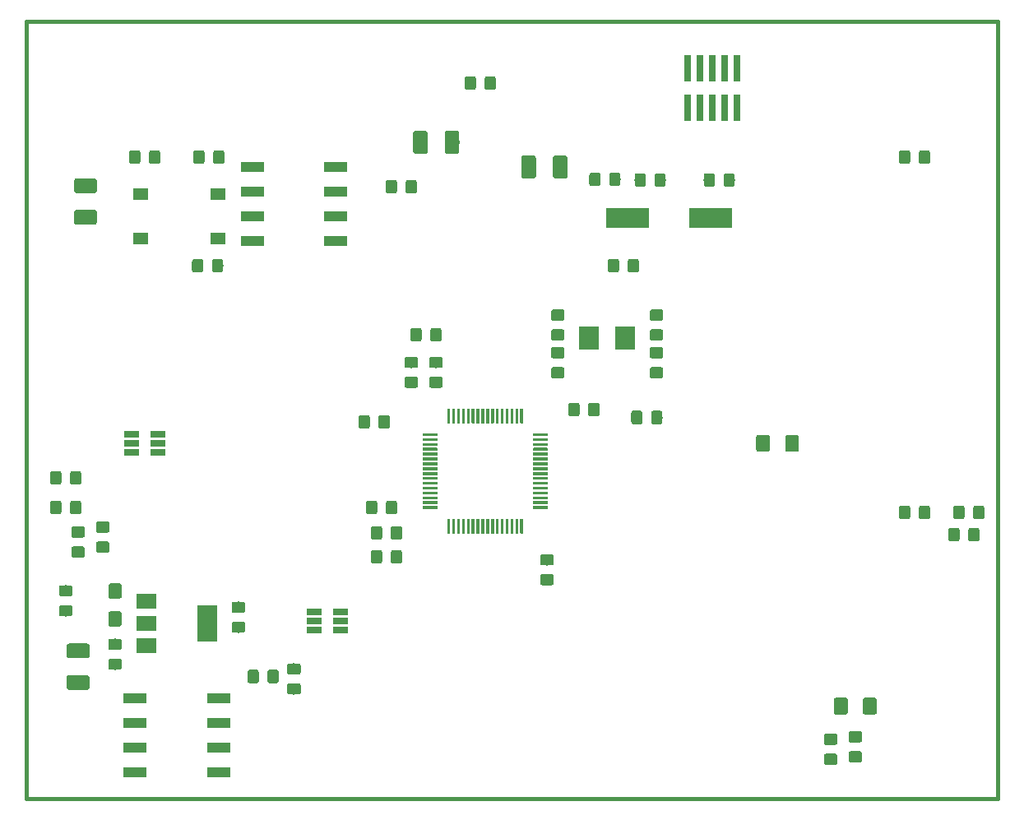
<source format=gtp>
%TF.GenerationSoftware,KiCad,Pcbnew,(5.1.2)-1*%
%TF.CreationDate,2019-08-11T00:06:10+02:00*%
%TF.ProjectId,DutAdapter,44757441-6461-4707-9465-722e6b696361,4*%
%TF.SameCoordinates,Original*%
%TF.FileFunction,Paste,Top*%
%TF.FilePolarity,Positive*%
%FSLAX46Y46*%
G04 Gerber Fmt 4.6, Leading zero omitted, Abs format (unit mm)*
G04 Created by KiCad (PCBNEW (5.1.2)-1) date 2019-08-11 00:06:10*
%MOMM*%
%LPD*%
G04 APERTURE LIST*
%TA.AperFunction,NonConductor*%
%ADD10C,0.381000*%
%TD*%
%ADD11C,0.100000*%
%ADD12C,1.150000*%
%ADD13R,0.740000X2.800000*%
%ADD14R,1.550000X1.300000*%
%ADD15C,0.300000*%
%ADD16R,1.560000X0.650000*%
%ADD17R,2.000000X2.400000*%
%ADD18C,1.500000*%
%ADD19C,1.350000*%
%ADD20R,2.440000X1.120000*%
%ADD21R,2.000000X1.500000*%
%ADD22R,2.000000X3.800000*%
%ADD23C,1.425000*%
%ADD24R,4.500000X2.000000*%
G04 APERTURE END LIST*
D10*
%TO.C,REF\002A\002A*%
X77216000Y-156464000D02*
X77216000Y-76464160D01*
X77216000Y-76464160D02*
X177215800Y-76464160D01*
X177215800Y-76464160D02*
X177215800Y-156464000D01*
X177215800Y-156464000D02*
X77216000Y-156464000D01*
%TD*%
D11*
%TO.C,R13*%
G36*
X163034505Y-151581204D02*
G01*
X163058773Y-151584804D01*
X163082572Y-151590765D01*
X163105671Y-151599030D01*
X163127850Y-151609520D01*
X163148893Y-151622132D01*
X163168599Y-151636747D01*
X163186777Y-151653223D01*
X163203253Y-151671401D01*
X163217868Y-151691107D01*
X163230480Y-151712150D01*
X163240970Y-151734329D01*
X163249235Y-151757428D01*
X163255196Y-151781227D01*
X163258796Y-151805495D01*
X163260000Y-151829999D01*
X163260000Y-152480001D01*
X163258796Y-152504505D01*
X163255196Y-152528773D01*
X163249235Y-152552572D01*
X163240970Y-152575671D01*
X163230480Y-152597850D01*
X163217868Y-152618893D01*
X163203253Y-152638599D01*
X163186777Y-152656777D01*
X163168599Y-152673253D01*
X163148893Y-152687868D01*
X163127850Y-152700480D01*
X163105671Y-152710970D01*
X163082572Y-152719235D01*
X163058773Y-152725196D01*
X163034505Y-152728796D01*
X163010001Y-152730000D01*
X162109999Y-152730000D01*
X162085495Y-152728796D01*
X162061227Y-152725196D01*
X162037428Y-152719235D01*
X162014329Y-152710970D01*
X161992150Y-152700480D01*
X161971107Y-152687868D01*
X161951401Y-152673253D01*
X161933223Y-152656777D01*
X161916747Y-152638599D01*
X161902132Y-152618893D01*
X161889520Y-152597850D01*
X161879030Y-152575671D01*
X161870765Y-152552572D01*
X161864804Y-152528773D01*
X161861204Y-152504505D01*
X161860000Y-152480001D01*
X161860000Y-151829999D01*
X161861204Y-151805495D01*
X161864804Y-151781227D01*
X161870765Y-151757428D01*
X161879030Y-151734329D01*
X161889520Y-151712150D01*
X161902132Y-151691107D01*
X161916747Y-151671401D01*
X161933223Y-151653223D01*
X161951401Y-151636747D01*
X161971107Y-151622132D01*
X161992150Y-151609520D01*
X162014329Y-151599030D01*
X162037428Y-151590765D01*
X162061227Y-151584804D01*
X162085495Y-151581204D01*
X162109999Y-151580000D01*
X163010001Y-151580000D01*
X163034505Y-151581204D01*
X163034505Y-151581204D01*
G37*
D12*
X162560000Y-152155000D03*
D11*
G36*
X163034505Y-149531204D02*
G01*
X163058773Y-149534804D01*
X163082572Y-149540765D01*
X163105671Y-149549030D01*
X163127850Y-149559520D01*
X163148893Y-149572132D01*
X163168599Y-149586747D01*
X163186777Y-149603223D01*
X163203253Y-149621401D01*
X163217868Y-149641107D01*
X163230480Y-149662150D01*
X163240970Y-149684329D01*
X163249235Y-149707428D01*
X163255196Y-149731227D01*
X163258796Y-149755495D01*
X163260000Y-149779999D01*
X163260000Y-150430001D01*
X163258796Y-150454505D01*
X163255196Y-150478773D01*
X163249235Y-150502572D01*
X163240970Y-150525671D01*
X163230480Y-150547850D01*
X163217868Y-150568893D01*
X163203253Y-150588599D01*
X163186777Y-150606777D01*
X163168599Y-150623253D01*
X163148893Y-150637868D01*
X163127850Y-150650480D01*
X163105671Y-150660970D01*
X163082572Y-150669235D01*
X163058773Y-150675196D01*
X163034505Y-150678796D01*
X163010001Y-150680000D01*
X162109999Y-150680000D01*
X162085495Y-150678796D01*
X162061227Y-150675196D01*
X162037428Y-150669235D01*
X162014329Y-150660970D01*
X161992150Y-150650480D01*
X161971107Y-150637868D01*
X161951401Y-150623253D01*
X161933223Y-150606777D01*
X161916747Y-150588599D01*
X161902132Y-150568893D01*
X161889520Y-150547850D01*
X161879030Y-150525671D01*
X161870765Y-150502572D01*
X161864804Y-150478773D01*
X161861204Y-150454505D01*
X161860000Y-150430001D01*
X161860000Y-149779999D01*
X161861204Y-149755495D01*
X161864804Y-149731227D01*
X161870765Y-149707428D01*
X161879030Y-149684329D01*
X161889520Y-149662150D01*
X161902132Y-149641107D01*
X161916747Y-149621401D01*
X161933223Y-149603223D01*
X161951401Y-149586747D01*
X161971107Y-149572132D01*
X161992150Y-149559520D01*
X162014329Y-149549030D01*
X162037428Y-149540765D01*
X162061227Y-149534804D01*
X162085495Y-149531204D01*
X162109999Y-149530000D01*
X163010001Y-149530000D01*
X163034505Y-149531204D01*
X163034505Y-149531204D01*
G37*
D12*
X162560000Y-150105000D03*
%TD*%
D11*
%TO.C,R12*%
G36*
X140421505Y-116522204D02*
G01*
X140445773Y-116525804D01*
X140469572Y-116531765D01*
X140492671Y-116540030D01*
X140514850Y-116550520D01*
X140535893Y-116563132D01*
X140555599Y-116577747D01*
X140573777Y-116594223D01*
X140590253Y-116612401D01*
X140604868Y-116632107D01*
X140617480Y-116653150D01*
X140627970Y-116675329D01*
X140636235Y-116698428D01*
X140642196Y-116722227D01*
X140645796Y-116746495D01*
X140647000Y-116770999D01*
X140647000Y-117671001D01*
X140645796Y-117695505D01*
X140642196Y-117719773D01*
X140636235Y-117743572D01*
X140627970Y-117766671D01*
X140617480Y-117788850D01*
X140604868Y-117809893D01*
X140590253Y-117829599D01*
X140573777Y-117847777D01*
X140555599Y-117864253D01*
X140535893Y-117878868D01*
X140514850Y-117891480D01*
X140492671Y-117901970D01*
X140469572Y-117910235D01*
X140445773Y-117916196D01*
X140421505Y-117919796D01*
X140397001Y-117921000D01*
X139746999Y-117921000D01*
X139722495Y-117919796D01*
X139698227Y-117916196D01*
X139674428Y-117910235D01*
X139651329Y-117901970D01*
X139629150Y-117891480D01*
X139608107Y-117878868D01*
X139588401Y-117864253D01*
X139570223Y-117847777D01*
X139553747Y-117829599D01*
X139539132Y-117809893D01*
X139526520Y-117788850D01*
X139516030Y-117766671D01*
X139507765Y-117743572D01*
X139501804Y-117719773D01*
X139498204Y-117695505D01*
X139497000Y-117671001D01*
X139497000Y-116770999D01*
X139498204Y-116746495D01*
X139501804Y-116722227D01*
X139507765Y-116698428D01*
X139516030Y-116675329D01*
X139526520Y-116653150D01*
X139539132Y-116632107D01*
X139553747Y-116612401D01*
X139570223Y-116594223D01*
X139588401Y-116577747D01*
X139608107Y-116563132D01*
X139629150Y-116550520D01*
X139651329Y-116540030D01*
X139674428Y-116531765D01*
X139698227Y-116525804D01*
X139722495Y-116522204D01*
X139746999Y-116521000D01*
X140397001Y-116521000D01*
X140421505Y-116522204D01*
X140421505Y-116522204D01*
G37*
D12*
X140072000Y-117221000D03*
D11*
G36*
X142471505Y-116522204D02*
G01*
X142495773Y-116525804D01*
X142519572Y-116531765D01*
X142542671Y-116540030D01*
X142564850Y-116550520D01*
X142585893Y-116563132D01*
X142605599Y-116577747D01*
X142623777Y-116594223D01*
X142640253Y-116612401D01*
X142654868Y-116632107D01*
X142667480Y-116653150D01*
X142677970Y-116675329D01*
X142686235Y-116698428D01*
X142692196Y-116722227D01*
X142695796Y-116746495D01*
X142697000Y-116770999D01*
X142697000Y-117671001D01*
X142695796Y-117695505D01*
X142692196Y-117719773D01*
X142686235Y-117743572D01*
X142677970Y-117766671D01*
X142667480Y-117788850D01*
X142654868Y-117809893D01*
X142640253Y-117829599D01*
X142623777Y-117847777D01*
X142605599Y-117864253D01*
X142585893Y-117878868D01*
X142564850Y-117891480D01*
X142542671Y-117901970D01*
X142519572Y-117910235D01*
X142495773Y-117916196D01*
X142471505Y-117919796D01*
X142447001Y-117921000D01*
X141796999Y-117921000D01*
X141772495Y-117919796D01*
X141748227Y-117916196D01*
X141724428Y-117910235D01*
X141701329Y-117901970D01*
X141679150Y-117891480D01*
X141658107Y-117878868D01*
X141638401Y-117864253D01*
X141620223Y-117847777D01*
X141603747Y-117829599D01*
X141589132Y-117809893D01*
X141576520Y-117788850D01*
X141566030Y-117766671D01*
X141557765Y-117743572D01*
X141551804Y-117719773D01*
X141548204Y-117695505D01*
X141547000Y-117671001D01*
X141547000Y-116770999D01*
X141548204Y-116746495D01*
X141551804Y-116722227D01*
X141557765Y-116698428D01*
X141566030Y-116675329D01*
X141576520Y-116653150D01*
X141589132Y-116632107D01*
X141603747Y-116612401D01*
X141620223Y-116594223D01*
X141638401Y-116577747D01*
X141658107Y-116563132D01*
X141679150Y-116550520D01*
X141701329Y-116540030D01*
X141724428Y-116531765D01*
X141748227Y-116525804D01*
X141772495Y-116522204D01*
X141796999Y-116521000D01*
X142447001Y-116521000D01*
X142471505Y-116522204D01*
X142471505Y-116522204D01*
G37*
D12*
X142122000Y-117221000D03*
%TD*%
D11*
%TO.C,R11*%
G36*
X81754505Y-136543704D02*
G01*
X81778773Y-136547304D01*
X81802572Y-136553265D01*
X81825671Y-136561530D01*
X81847850Y-136572020D01*
X81868893Y-136584632D01*
X81888599Y-136599247D01*
X81906777Y-136615723D01*
X81923253Y-136633901D01*
X81937868Y-136653607D01*
X81950480Y-136674650D01*
X81960970Y-136696829D01*
X81969235Y-136719928D01*
X81975196Y-136743727D01*
X81978796Y-136767995D01*
X81980000Y-136792499D01*
X81980000Y-137442501D01*
X81978796Y-137467005D01*
X81975196Y-137491273D01*
X81969235Y-137515072D01*
X81960970Y-137538171D01*
X81950480Y-137560350D01*
X81937868Y-137581393D01*
X81923253Y-137601099D01*
X81906777Y-137619277D01*
X81888599Y-137635753D01*
X81868893Y-137650368D01*
X81847850Y-137662980D01*
X81825671Y-137673470D01*
X81802572Y-137681735D01*
X81778773Y-137687696D01*
X81754505Y-137691296D01*
X81730001Y-137692500D01*
X80829999Y-137692500D01*
X80805495Y-137691296D01*
X80781227Y-137687696D01*
X80757428Y-137681735D01*
X80734329Y-137673470D01*
X80712150Y-137662980D01*
X80691107Y-137650368D01*
X80671401Y-137635753D01*
X80653223Y-137619277D01*
X80636747Y-137601099D01*
X80622132Y-137581393D01*
X80609520Y-137560350D01*
X80599030Y-137538171D01*
X80590765Y-137515072D01*
X80584804Y-137491273D01*
X80581204Y-137467005D01*
X80580000Y-137442501D01*
X80580000Y-136792499D01*
X80581204Y-136767995D01*
X80584804Y-136743727D01*
X80590765Y-136719928D01*
X80599030Y-136696829D01*
X80609520Y-136674650D01*
X80622132Y-136653607D01*
X80636747Y-136633901D01*
X80653223Y-136615723D01*
X80671401Y-136599247D01*
X80691107Y-136584632D01*
X80712150Y-136572020D01*
X80734329Y-136561530D01*
X80757428Y-136553265D01*
X80781227Y-136547304D01*
X80805495Y-136543704D01*
X80829999Y-136542500D01*
X81730001Y-136542500D01*
X81754505Y-136543704D01*
X81754505Y-136543704D01*
G37*
D12*
X81280000Y-137117500D03*
D11*
G36*
X81754505Y-134493704D02*
G01*
X81778773Y-134497304D01*
X81802572Y-134503265D01*
X81825671Y-134511530D01*
X81847850Y-134522020D01*
X81868893Y-134534632D01*
X81888599Y-134549247D01*
X81906777Y-134565723D01*
X81923253Y-134583901D01*
X81937868Y-134603607D01*
X81950480Y-134624650D01*
X81960970Y-134646829D01*
X81969235Y-134669928D01*
X81975196Y-134693727D01*
X81978796Y-134717995D01*
X81980000Y-134742499D01*
X81980000Y-135392501D01*
X81978796Y-135417005D01*
X81975196Y-135441273D01*
X81969235Y-135465072D01*
X81960970Y-135488171D01*
X81950480Y-135510350D01*
X81937868Y-135531393D01*
X81923253Y-135551099D01*
X81906777Y-135569277D01*
X81888599Y-135585753D01*
X81868893Y-135600368D01*
X81847850Y-135612980D01*
X81825671Y-135623470D01*
X81802572Y-135631735D01*
X81778773Y-135637696D01*
X81754505Y-135641296D01*
X81730001Y-135642500D01*
X80829999Y-135642500D01*
X80805495Y-135641296D01*
X80781227Y-135637696D01*
X80757428Y-135631735D01*
X80734329Y-135623470D01*
X80712150Y-135612980D01*
X80691107Y-135600368D01*
X80671401Y-135585753D01*
X80653223Y-135569277D01*
X80636747Y-135551099D01*
X80622132Y-135531393D01*
X80609520Y-135510350D01*
X80599030Y-135488171D01*
X80590765Y-135465072D01*
X80584804Y-135441273D01*
X80581204Y-135417005D01*
X80580000Y-135392501D01*
X80580000Y-134742499D01*
X80581204Y-134717995D01*
X80584804Y-134693727D01*
X80590765Y-134669928D01*
X80599030Y-134646829D01*
X80609520Y-134624650D01*
X80622132Y-134603607D01*
X80636747Y-134583901D01*
X80653223Y-134565723D01*
X80671401Y-134549247D01*
X80691107Y-134534632D01*
X80712150Y-134522020D01*
X80734329Y-134511530D01*
X80757428Y-134503265D01*
X80781227Y-134497304D01*
X80805495Y-134493704D01*
X80829999Y-134492500D01*
X81730001Y-134492500D01*
X81754505Y-134493704D01*
X81754505Y-134493704D01*
G37*
D12*
X81280000Y-135067500D03*
%TD*%
D13*
%TO.C,J6*%
X150368000Y-81312000D03*
X150368000Y-85312000D03*
X149098000Y-81312000D03*
X149098000Y-85312000D03*
X147828000Y-81312000D03*
X147828000Y-85312000D03*
X146558000Y-81312000D03*
X146558000Y-85312000D03*
X145288000Y-81312000D03*
X145288000Y-85312000D03*
%TD*%
D11*
%TO.C,C2*%
G36*
X90782505Y-89725204D02*
G01*
X90806773Y-89728804D01*
X90830572Y-89734765D01*
X90853671Y-89743030D01*
X90875850Y-89753520D01*
X90896893Y-89766132D01*
X90916599Y-89780747D01*
X90934777Y-89797223D01*
X90951253Y-89815401D01*
X90965868Y-89835107D01*
X90978480Y-89856150D01*
X90988970Y-89878329D01*
X90997235Y-89901428D01*
X91003196Y-89925227D01*
X91006796Y-89949495D01*
X91008000Y-89973999D01*
X91008000Y-90874001D01*
X91006796Y-90898505D01*
X91003196Y-90922773D01*
X90997235Y-90946572D01*
X90988970Y-90969671D01*
X90978480Y-90991850D01*
X90965868Y-91012893D01*
X90951253Y-91032599D01*
X90934777Y-91050777D01*
X90916599Y-91067253D01*
X90896893Y-91081868D01*
X90875850Y-91094480D01*
X90853671Y-91104970D01*
X90830572Y-91113235D01*
X90806773Y-91119196D01*
X90782505Y-91122796D01*
X90758001Y-91124000D01*
X90107999Y-91124000D01*
X90083495Y-91122796D01*
X90059227Y-91119196D01*
X90035428Y-91113235D01*
X90012329Y-91104970D01*
X89990150Y-91094480D01*
X89969107Y-91081868D01*
X89949401Y-91067253D01*
X89931223Y-91050777D01*
X89914747Y-91032599D01*
X89900132Y-91012893D01*
X89887520Y-90991850D01*
X89877030Y-90969671D01*
X89868765Y-90946572D01*
X89862804Y-90922773D01*
X89859204Y-90898505D01*
X89858000Y-90874001D01*
X89858000Y-89973999D01*
X89859204Y-89949495D01*
X89862804Y-89925227D01*
X89868765Y-89901428D01*
X89877030Y-89878329D01*
X89887520Y-89856150D01*
X89900132Y-89835107D01*
X89914747Y-89815401D01*
X89931223Y-89797223D01*
X89949401Y-89780747D01*
X89969107Y-89766132D01*
X89990150Y-89753520D01*
X90012329Y-89743030D01*
X90035428Y-89734765D01*
X90059227Y-89728804D01*
X90083495Y-89725204D01*
X90107999Y-89724000D01*
X90758001Y-89724000D01*
X90782505Y-89725204D01*
X90782505Y-89725204D01*
G37*
D12*
X90433000Y-90424000D03*
D11*
G36*
X88732505Y-89725204D02*
G01*
X88756773Y-89728804D01*
X88780572Y-89734765D01*
X88803671Y-89743030D01*
X88825850Y-89753520D01*
X88846893Y-89766132D01*
X88866599Y-89780747D01*
X88884777Y-89797223D01*
X88901253Y-89815401D01*
X88915868Y-89835107D01*
X88928480Y-89856150D01*
X88938970Y-89878329D01*
X88947235Y-89901428D01*
X88953196Y-89925227D01*
X88956796Y-89949495D01*
X88958000Y-89973999D01*
X88958000Y-90874001D01*
X88956796Y-90898505D01*
X88953196Y-90922773D01*
X88947235Y-90946572D01*
X88938970Y-90969671D01*
X88928480Y-90991850D01*
X88915868Y-91012893D01*
X88901253Y-91032599D01*
X88884777Y-91050777D01*
X88866599Y-91067253D01*
X88846893Y-91081868D01*
X88825850Y-91094480D01*
X88803671Y-91104970D01*
X88780572Y-91113235D01*
X88756773Y-91119196D01*
X88732505Y-91122796D01*
X88708001Y-91124000D01*
X88057999Y-91124000D01*
X88033495Y-91122796D01*
X88009227Y-91119196D01*
X87985428Y-91113235D01*
X87962329Y-91104970D01*
X87940150Y-91094480D01*
X87919107Y-91081868D01*
X87899401Y-91067253D01*
X87881223Y-91050777D01*
X87864747Y-91032599D01*
X87850132Y-91012893D01*
X87837520Y-90991850D01*
X87827030Y-90969671D01*
X87818765Y-90946572D01*
X87812804Y-90922773D01*
X87809204Y-90898505D01*
X87808000Y-90874001D01*
X87808000Y-89973999D01*
X87809204Y-89949495D01*
X87812804Y-89925227D01*
X87818765Y-89901428D01*
X87827030Y-89878329D01*
X87837520Y-89856150D01*
X87850132Y-89835107D01*
X87864747Y-89815401D01*
X87881223Y-89797223D01*
X87899401Y-89780747D01*
X87919107Y-89766132D01*
X87940150Y-89753520D01*
X87962329Y-89743030D01*
X87985428Y-89734765D01*
X88009227Y-89728804D01*
X88033495Y-89725204D01*
X88057999Y-89724000D01*
X88708001Y-89724000D01*
X88732505Y-89725204D01*
X88732505Y-89725204D01*
G37*
D12*
X88383000Y-90424000D03*
%TD*%
D11*
%TO.C,C4*%
G36*
X135999012Y-115701468D02*
G01*
X136023280Y-115705068D01*
X136047079Y-115711029D01*
X136070178Y-115719294D01*
X136092357Y-115729784D01*
X136113400Y-115742396D01*
X136133106Y-115757011D01*
X136151284Y-115773487D01*
X136167760Y-115791665D01*
X136182375Y-115811371D01*
X136194987Y-115832414D01*
X136205477Y-115854593D01*
X136213742Y-115877692D01*
X136219703Y-115901491D01*
X136223303Y-115925759D01*
X136224507Y-115950263D01*
X136224507Y-116850265D01*
X136223303Y-116874769D01*
X136219703Y-116899037D01*
X136213742Y-116922836D01*
X136205477Y-116945935D01*
X136194987Y-116968114D01*
X136182375Y-116989157D01*
X136167760Y-117008863D01*
X136151284Y-117027041D01*
X136133106Y-117043517D01*
X136113400Y-117058132D01*
X136092357Y-117070744D01*
X136070178Y-117081234D01*
X136047079Y-117089499D01*
X136023280Y-117095460D01*
X135999012Y-117099060D01*
X135974508Y-117100264D01*
X135324506Y-117100264D01*
X135300002Y-117099060D01*
X135275734Y-117095460D01*
X135251935Y-117089499D01*
X135228836Y-117081234D01*
X135206657Y-117070744D01*
X135185614Y-117058132D01*
X135165908Y-117043517D01*
X135147730Y-117027041D01*
X135131254Y-117008863D01*
X135116639Y-116989157D01*
X135104027Y-116968114D01*
X135093537Y-116945935D01*
X135085272Y-116922836D01*
X135079311Y-116899037D01*
X135075711Y-116874769D01*
X135074507Y-116850265D01*
X135074507Y-115950263D01*
X135075711Y-115925759D01*
X135079311Y-115901491D01*
X135085272Y-115877692D01*
X135093537Y-115854593D01*
X135104027Y-115832414D01*
X135116639Y-115811371D01*
X135131254Y-115791665D01*
X135147730Y-115773487D01*
X135165908Y-115757011D01*
X135185614Y-115742396D01*
X135206657Y-115729784D01*
X135228836Y-115719294D01*
X135251935Y-115711029D01*
X135275734Y-115705068D01*
X135300002Y-115701468D01*
X135324506Y-115700264D01*
X135974508Y-115700264D01*
X135999012Y-115701468D01*
X135999012Y-115701468D01*
G37*
D12*
X135649507Y-116400264D03*
D11*
G36*
X133949012Y-115701468D02*
G01*
X133973280Y-115705068D01*
X133997079Y-115711029D01*
X134020178Y-115719294D01*
X134042357Y-115729784D01*
X134063400Y-115742396D01*
X134083106Y-115757011D01*
X134101284Y-115773487D01*
X134117760Y-115791665D01*
X134132375Y-115811371D01*
X134144987Y-115832414D01*
X134155477Y-115854593D01*
X134163742Y-115877692D01*
X134169703Y-115901491D01*
X134173303Y-115925759D01*
X134174507Y-115950263D01*
X134174507Y-116850265D01*
X134173303Y-116874769D01*
X134169703Y-116899037D01*
X134163742Y-116922836D01*
X134155477Y-116945935D01*
X134144987Y-116968114D01*
X134132375Y-116989157D01*
X134117760Y-117008863D01*
X134101284Y-117027041D01*
X134083106Y-117043517D01*
X134063400Y-117058132D01*
X134042357Y-117070744D01*
X134020178Y-117081234D01*
X133997079Y-117089499D01*
X133973280Y-117095460D01*
X133949012Y-117099060D01*
X133924508Y-117100264D01*
X133274506Y-117100264D01*
X133250002Y-117099060D01*
X133225734Y-117095460D01*
X133201935Y-117089499D01*
X133178836Y-117081234D01*
X133156657Y-117070744D01*
X133135614Y-117058132D01*
X133115908Y-117043517D01*
X133097730Y-117027041D01*
X133081254Y-117008863D01*
X133066639Y-116989157D01*
X133054027Y-116968114D01*
X133043537Y-116945935D01*
X133035272Y-116922836D01*
X133029311Y-116899037D01*
X133025711Y-116874769D01*
X133024507Y-116850265D01*
X133024507Y-115950263D01*
X133025711Y-115925759D01*
X133029311Y-115901491D01*
X133035272Y-115877692D01*
X133043537Y-115854593D01*
X133054027Y-115832414D01*
X133066639Y-115811371D01*
X133081254Y-115791665D01*
X133097730Y-115773487D01*
X133115908Y-115757011D01*
X133135614Y-115742396D01*
X133156657Y-115729784D01*
X133178836Y-115719294D01*
X133201935Y-115711029D01*
X133225734Y-115705068D01*
X133250002Y-115701468D01*
X133274506Y-115700264D01*
X133924508Y-115700264D01*
X133949012Y-115701468D01*
X133949012Y-115701468D01*
G37*
D12*
X133599507Y-116400264D03*
%TD*%
D11*
%TO.C,C5*%
G36*
X131289012Y-133361468D02*
G01*
X131313280Y-133365068D01*
X131337079Y-133371029D01*
X131360178Y-133379294D01*
X131382357Y-133389784D01*
X131403400Y-133402396D01*
X131423106Y-133417011D01*
X131441284Y-133433487D01*
X131457760Y-133451665D01*
X131472375Y-133471371D01*
X131484987Y-133492414D01*
X131495477Y-133514593D01*
X131503742Y-133537692D01*
X131509703Y-133561491D01*
X131513303Y-133585759D01*
X131514507Y-133610263D01*
X131514507Y-134260265D01*
X131513303Y-134284769D01*
X131509703Y-134309037D01*
X131503742Y-134332836D01*
X131495477Y-134355935D01*
X131484987Y-134378114D01*
X131472375Y-134399157D01*
X131457760Y-134418863D01*
X131441284Y-134437041D01*
X131423106Y-134453517D01*
X131403400Y-134468132D01*
X131382357Y-134480744D01*
X131360178Y-134491234D01*
X131337079Y-134499499D01*
X131313280Y-134505460D01*
X131289012Y-134509060D01*
X131264508Y-134510264D01*
X130364506Y-134510264D01*
X130340002Y-134509060D01*
X130315734Y-134505460D01*
X130291935Y-134499499D01*
X130268836Y-134491234D01*
X130246657Y-134480744D01*
X130225614Y-134468132D01*
X130205908Y-134453517D01*
X130187730Y-134437041D01*
X130171254Y-134418863D01*
X130156639Y-134399157D01*
X130144027Y-134378114D01*
X130133537Y-134355935D01*
X130125272Y-134332836D01*
X130119311Y-134309037D01*
X130115711Y-134284769D01*
X130114507Y-134260265D01*
X130114507Y-133610263D01*
X130115711Y-133585759D01*
X130119311Y-133561491D01*
X130125272Y-133537692D01*
X130133537Y-133514593D01*
X130144027Y-133492414D01*
X130156639Y-133471371D01*
X130171254Y-133451665D01*
X130187730Y-133433487D01*
X130205908Y-133417011D01*
X130225614Y-133402396D01*
X130246657Y-133389784D01*
X130268836Y-133379294D01*
X130291935Y-133371029D01*
X130315734Y-133365068D01*
X130340002Y-133361468D01*
X130364506Y-133360264D01*
X131264508Y-133360264D01*
X131289012Y-133361468D01*
X131289012Y-133361468D01*
G37*
D12*
X130814507Y-133935264D03*
D11*
G36*
X131289012Y-131311468D02*
G01*
X131313280Y-131315068D01*
X131337079Y-131321029D01*
X131360178Y-131329294D01*
X131382357Y-131339784D01*
X131403400Y-131352396D01*
X131423106Y-131367011D01*
X131441284Y-131383487D01*
X131457760Y-131401665D01*
X131472375Y-131421371D01*
X131484987Y-131442414D01*
X131495477Y-131464593D01*
X131503742Y-131487692D01*
X131509703Y-131511491D01*
X131513303Y-131535759D01*
X131514507Y-131560263D01*
X131514507Y-132210265D01*
X131513303Y-132234769D01*
X131509703Y-132259037D01*
X131503742Y-132282836D01*
X131495477Y-132305935D01*
X131484987Y-132328114D01*
X131472375Y-132349157D01*
X131457760Y-132368863D01*
X131441284Y-132387041D01*
X131423106Y-132403517D01*
X131403400Y-132418132D01*
X131382357Y-132430744D01*
X131360178Y-132441234D01*
X131337079Y-132449499D01*
X131313280Y-132455460D01*
X131289012Y-132459060D01*
X131264508Y-132460264D01*
X130364506Y-132460264D01*
X130340002Y-132459060D01*
X130315734Y-132455460D01*
X130291935Y-132449499D01*
X130268836Y-132441234D01*
X130246657Y-132430744D01*
X130225614Y-132418132D01*
X130205908Y-132403517D01*
X130187730Y-132387041D01*
X130171254Y-132368863D01*
X130156639Y-132349157D01*
X130144027Y-132328114D01*
X130133537Y-132305935D01*
X130125272Y-132282836D01*
X130119311Y-132259037D01*
X130115711Y-132234769D01*
X130114507Y-132210265D01*
X130114507Y-131560263D01*
X130115711Y-131535759D01*
X130119311Y-131511491D01*
X130125272Y-131487692D01*
X130133537Y-131464593D01*
X130144027Y-131442414D01*
X130156639Y-131421371D01*
X130171254Y-131401665D01*
X130187730Y-131383487D01*
X130205908Y-131367011D01*
X130225614Y-131352396D01*
X130246657Y-131339784D01*
X130268836Y-131329294D01*
X130291935Y-131321029D01*
X130315734Y-131315068D01*
X130340002Y-131311468D01*
X130364506Y-131310264D01*
X131264508Y-131310264D01*
X131289012Y-131311468D01*
X131289012Y-131311468D01*
G37*
D12*
X130814507Y-131885264D03*
%TD*%
D11*
%TO.C,C6*%
G36*
X113629012Y-128401468D02*
G01*
X113653280Y-128405068D01*
X113677079Y-128411029D01*
X113700178Y-128419294D01*
X113722357Y-128429784D01*
X113743400Y-128442396D01*
X113763106Y-128457011D01*
X113781284Y-128473487D01*
X113797760Y-128491665D01*
X113812375Y-128511371D01*
X113824987Y-128532414D01*
X113835477Y-128554593D01*
X113843742Y-128577692D01*
X113849703Y-128601491D01*
X113853303Y-128625759D01*
X113854507Y-128650263D01*
X113854507Y-129550265D01*
X113853303Y-129574769D01*
X113849703Y-129599037D01*
X113843742Y-129622836D01*
X113835477Y-129645935D01*
X113824987Y-129668114D01*
X113812375Y-129689157D01*
X113797760Y-129708863D01*
X113781284Y-129727041D01*
X113763106Y-129743517D01*
X113743400Y-129758132D01*
X113722357Y-129770744D01*
X113700178Y-129781234D01*
X113677079Y-129789499D01*
X113653280Y-129795460D01*
X113629012Y-129799060D01*
X113604508Y-129800264D01*
X112954506Y-129800264D01*
X112930002Y-129799060D01*
X112905734Y-129795460D01*
X112881935Y-129789499D01*
X112858836Y-129781234D01*
X112836657Y-129770744D01*
X112815614Y-129758132D01*
X112795908Y-129743517D01*
X112777730Y-129727041D01*
X112761254Y-129708863D01*
X112746639Y-129689157D01*
X112734027Y-129668114D01*
X112723537Y-129645935D01*
X112715272Y-129622836D01*
X112709311Y-129599037D01*
X112705711Y-129574769D01*
X112704507Y-129550265D01*
X112704507Y-128650263D01*
X112705711Y-128625759D01*
X112709311Y-128601491D01*
X112715272Y-128577692D01*
X112723537Y-128554593D01*
X112734027Y-128532414D01*
X112746639Y-128511371D01*
X112761254Y-128491665D01*
X112777730Y-128473487D01*
X112795908Y-128457011D01*
X112815614Y-128442396D01*
X112836657Y-128429784D01*
X112858836Y-128419294D01*
X112881935Y-128411029D01*
X112905734Y-128405068D01*
X112930002Y-128401468D01*
X112954506Y-128400264D01*
X113604508Y-128400264D01*
X113629012Y-128401468D01*
X113629012Y-128401468D01*
G37*
D12*
X113279507Y-129100264D03*
D11*
G36*
X115679012Y-128401468D02*
G01*
X115703280Y-128405068D01*
X115727079Y-128411029D01*
X115750178Y-128419294D01*
X115772357Y-128429784D01*
X115793400Y-128442396D01*
X115813106Y-128457011D01*
X115831284Y-128473487D01*
X115847760Y-128491665D01*
X115862375Y-128511371D01*
X115874987Y-128532414D01*
X115885477Y-128554593D01*
X115893742Y-128577692D01*
X115899703Y-128601491D01*
X115903303Y-128625759D01*
X115904507Y-128650263D01*
X115904507Y-129550265D01*
X115903303Y-129574769D01*
X115899703Y-129599037D01*
X115893742Y-129622836D01*
X115885477Y-129645935D01*
X115874987Y-129668114D01*
X115862375Y-129689157D01*
X115847760Y-129708863D01*
X115831284Y-129727041D01*
X115813106Y-129743517D01*
X115793400Y-129758132D01*
X115772357Y-129770744D01*
X115750178Y-129781234D01*
X115727079Y-129789499D01*
X115703280Y-129795460D01*
X115679012Y-129799060D01*
X115654508Y-129800264D01*
X115004506Y-129800264D01*
X114980002Y-129799060D01*
X114955734Y-129795460D01*
X114931935Y-129789499D01*
X114908836Y-129781234D01*
X114886657Y-129770744D01*
X114865614Y-129758132D01*
X114845908Y-129743517D01*
X114827730Y-129727041D01*
X114811254Y-129708863D01*
X114796639Y-129689157D01*
X114784027Y-129668114D01*
X114773537Y-129645935D01*
X114765272Y-129622836D01*
X114759311Y-129599037D01*
X114755711Y-129574769D01*
X114754507Y-129550265D01*
X114754507Y-128650263D01*
X114755711Y-128625759D01*
X114759311Y-128601491D01*
X114765272Y-128577692D01*
X114773537Y-128554593D01*
X114784027Y-128532414D01*
X114796639Y-128511371D01*
X114811254Y-128491665D01*
X114827730Y-128473487D01*
X114845908Y-128457011D01*
X114865614Y-128442396D01*
X114886657Y-128429784D01*
X114908836Y-128419294D01*
X114931935Y-128411029D01*
X114955734Y-128405068D01*
X114980002Y-128401468D01*
X115004506Y-128400264D01*
X115654508Y-128400264D01*
X115679012Y-128401468D01*
X115679012Y-128401468D01*
G37*
D12*
X115329507Y-129100264D03*
%TD*%
D11*
%TO.C,C7*%
G36*
X114409012Y-116971468D02*
G01*
X114433280Y-116975068D01*
X114457079Y-116981029D01*
X114480178Y-116989294D01*
X114502357Y-116999784D01*
X114523400Y-117012396D01*
X114543106Y-117027011D01*
X114561284Y-117043487D01*
X114577760Y-117061665D01*
X114592375Y-117081371D01*
X114604987Y-117102414D01*
X114615477Y-117124593D01*
X114623742Y-117147692D01*
X114629703Y-117171491D01*
X114633303Y-117195759D01*
X114634507Y-117220263D01*
X114634507Y-118120265D01*
X114633303Y-118144769D01*
X114629703Y-118169037D01*
X114623742Y-118192836D01*
X114615477Y-118215935D01*
X114604987Y-118238114D01*
X114592375Y-118259157D01*
X114577760Y-118278863D01*
X114561284Y-118297041D01*
X114543106Y-118313517D01*
X114523400Y-118328132D01*
X114502357Y-118340744D01*
X114480178Y-118351234D01*
X114457079Y-118359499D01*
X114433280Y-118365460D01*
X114409012Y-118369060D01*
X114384508Y-118370264D01*
X113734506Y-118370264D01*
X113710002Y-118369060D01*
X113685734Y-118365460D01*
X113661935Y-118359499D01*
X113638836Y-118351234D01*
X113616657Y-118340744D01*
X113595614Y-118328132D01*
X113575908Y-118313517D01*
X113557730Y-118297041D01*
X113541254Y-118278863D01*
X113526639Y-118259157D01*
X113514027Y-118238114D01*
X113503537Y-118215935D01*
X113495272Y-118192836D01*
X113489311Y-118169037D01*
X113485711Y-118144769D01*
X113484507Y-118120265D01*
X113484507Y-117220263D01*
X113485711Y-117195759D01*
X113489311Y-117171491D01*
X113495272Y-117147692D01*
X113503537Y-117124593D01*
X113514027Y-117102414D01*
X113526639Y-117081371D01*
X113541254Y-117061665D01*
X113557730Y-117043487D01*
X113575908Y-117027011D01*
X113595614Y-117012396D01*
X113616657Y-116999784D01*
X113638836Y-116989294D01*
X113661935Y-116981029D01*
X113685734Y-116975068D01*
X113710002Y-116971468D01*
X113734506Y-116970264D01*
X114384508Y-116970264D01*
X114409012Y-116971468D01*
X114409012Y-116971468D01*
G37*
D12*
X114059507Y-117670264D03*
D11*
G36*
X112359012Y-116971468D02*
G01*
X112383280Y-116975068D01*
X112407079Y-116981029D01*
X112430178Y-116989294D01*
X112452357Y-116999784D01*
X112473400Y-117012396D01*
X112493106Y-117027011D01*
X112511284Y-117043487D01*
X112527760Y-117061665D01*
X112542375Y-117081371D01*
X112554987Y-117102414D01*
X112565477Y-117124593D01*
X112573742Y-117147692D01*
X112579703Y-117171491D01*
X112583303Y-117195759D01*
X112584507Y-117220263D01*
X112584507Y-118120265D01*
X112583303Y-118144769D01*
X112579703Y-118169037D01*
X112573742Y-118192836D01*
X112565477Y-118215935D01*
X112554987Y-118238114D01*
X112542375Y-118259157D01*
X112527760Y-118278863D01*
X112511284Y-118297041D01*
X112493106Y-118313517D01*
X112473400Y-118328132D01*
X112452357Y-118340744D01*
X112430178Y-118351234D01*
X112407079Y-118359499D01*
X112383280Y-118365460D01*
X112359012Y-118369060D01*
X112334508Y-118370264D01*
X111684506Y-118370264D01*
X111660002Y-118369060D01*
X111635734Y-118365460D01*
X111611935Y-118359499D01*
X111588836Y-118351234D01*
X111566657Y-118340744D01*
X111545614Y-118328132D01*
X111525908Y-118313517D01*
X111507730Y-118297041D01*
X111491254Y-118278863D01*
X111476639Y-118259157D01*
X111464027Y-118238114D01*
X111453537Y-118215935D01*
X111445272Y-118192836D01*
X111439311Y-118169037D01*
X111435711Y-118144769D01*
X111434507Y-118120265D01*
X111434507Y-117220263D01*
X111435711Y-117195759D01*
X111439311Y-117171491D01*
X111445272Y-117147692D01*
X111453537Y-117124593D01*
X111464027Y-117102414D01*
X111476639Y-117081371D01*
X111491254Y-117061665D01*
X111507730Y-117043487D01*
X111525908Y-117027011D01*
X111545614Y-117012396D01*
X111566657Y-116999784D01*
X111588836Y-116989294D01*
X111611935Y-116981029D01*
X111635734Y-116975068D01*
X111660002Y-116971468D01*
X111684506Y-116970264D01*
X112334508Y-116970264D01*
X112359012Y-116971468D01*
X112359012Y-116971468D01*
G37*
D12*
X112009507Y-117670264D03*
%TD*%
D11*
%TO.C,C8*%
G36*
X119859012Y-110991468D02*
G01*
X119883280Y-110995068D01*
X119907079Y-111001029D01*
X119930178Y-111009294D01*
X119952357Y-111019784D01*
X119973400Y-111032396D01*
X119993106Y-111047011D01*
X120011284Y-111063487D01*
X120027760Y-111081665D01*
X120042375Y-111101371D01*
X120054987Y-111122414D01*
X120065477Y-111144593D01*
X120073742Y-111167692D01*
X120079703Y-111191491D01*
X120083303Y-111215759D01*
X120084507Y-111240263D01*
X120084507Y-111890265D01*
X120083303Y-111914769D01*
X120079703Y-111939037D01*
X120073742Y-111962836D01*
X120065477Y-111985935D01*
X120054987Y-112008114D01*
X120042375Y-112029157D01*
X120027760Y-112048863D01*
X120011284Y-112067041D01*
X119993106Y-112083517D01*
X119973400Y-112098132D01*
X119952357Y-112110744D01*
X119930178Y-112121234D01*
X119907079Y-112129499D01*
X119883280Y-112135460D01*
X119859012Y-112139060D01*
X119834508Y-112140264D01*
X118934506Y-112140264D01*
X118910002Y-112139060D01*
X118885734Y-112135460D01*
X118861935Y-112129499D01*
X118838836Y-112121234D01*
X118816657Y-112110744D01*
X118795614Y-112098132D01*
X118775908Y-112083517D01*
X118757730Y-112067041D01*
X118741254Y-112048863D01*
X118726639Y-112029157D01*
X118714027Y-112008114D01*
X118703537Y-111985935D01*
X118695272Y-111962836D01*
X118689311Y-111939037D01*
X118685711Y-111914769D01*
X118684507Y-111890265D01*
X118684507Y-111240263D01*
X118685711Y-111215759D01*
X118689311Y-111191491D01*
X118695272Y-111167692D01*
X118703537Y-111144593D01*
X118714027Y-111122414D01*
X118726639Y-111101371D01*
X118741254Y-111081665D01*
X118757730Y-111063487D01*
X118775908Y-111047011D01*
X118795614Y-111032396D01*
X118816657Y-111019784D01*
X118838836Y-111009294D01*
X118861935Y-111001029D01*
X118885734Y-110995068D01*
X118910002Y-110991468D01*
X118934506Y-110990264D01*
X119834508Y-110990264D01*
X119859012Y-110991468D01*
X119859012Y-110991468D01*
G37*
D12*
X119384507Y-111565264D03*
D11*
G36*
X119859012Y-113041468D02*
G01*
X119883280Y-113045068D01*
X119907079Y-113051029D01*
X119930178Y-113059294D01*
X119952357Y-113069784D01*
X119973400Y-113082396D01*
X119993106Y-113097011D01*
X120011284Y-113113487D01*
X120027760Y-113131665D01*
X120042375Y-113151371D01*
X120054987Y-113172414D01*
X120065477Y-113194593D01*
X120073742Y-113217692D01*
X120079703Y-113241491D01*
X120083303Y-113265759D01*
X120084507Y-113290263D01*
X120084507Y-113940265D01*
X120083303Y-113964769D01*
X120079703Y-113989037D01*
X120073742Y-114012836D01*
X120065477Y-114035935D01*
X120054987Y-114058114D01*
X120042375Y-114079157D01*
X120027760Y-114098863D01*
X120011284Y-114117041D01*
X119993106Y-114133517D01*
X119973400Y-114148132D01*
X119952357Y-114160744D01*
X119930178Y-114171234D01*
X119907079Y-114179499D01*
X119883280Y-114185460D01*
X119859012Y-114189060D01*
X119834508Y-114190264D01*
X118934506Y-114190264D01*
X118910002Y-114189060D01*
X118885734Y-114185460D01*
X118861935Y-114179499D01*
X118838836Y-114171234D01*
X118816657Y-114160744D01*
X118795614Y-114148132D01*
X118775908Y-114133517D01*
X118757730Y-114117041D01*
X118741254Y-114098863D01*
X118726639Y-114079157D01*
X118714027Y-114058114D01*
X118703537Y-114035935D01*
X118695272Y-114012836D01*
X118689311Y-113989037D01*
X118685711Y-113964769D01*
X118684507Y-113940265D01*
X118684507Y-113290263D01*
X118685711Y-113265759D01*
X118689311Y-113241491D01*
X118695272Y-113217692D01*
X118703537Y-113194593D01*
X118714027Y-113172414D01*
X118726639Y-113151371D01*
X118741254Y-113131665D01*
X118757730Y-113113487D01*
X118775908Y-113097011D01*
X118795614Y-113082396D01*
X118816657Y-113069784D01*
X118838836Y-113059294D01*
X118861935Y-113051029D01*
X118885734Y-113045068D01*
X118910002Y-113041468D01*
X118934506Y-113040264D01*
X119834508Y-113040264D01*
X119859012Y-113041468D01*
X119859012Y-113041468D01*
G37*
D12*
X119384507Y-113615264D03*
%TD*%
D11*
%TO.C,C10*%
G36*
X102974505Y-143192204D02*
G01*
X102998773Y-143195804D01*
X103022572Y-143201765D01*
X103045671Y-143210030D01*
X103067850Y-143220520D01*
X103088893Y-143233132D01*
X103108599Y-143247747D01*
X103126777Y-143264223D01*
X103143253Y-143282401D01*
X103157868Y-143302107D01*
X103170480Y-143323150D01*
X103180970Y-143345329D01*
X103189235Y-143368428D01*
X103195196Y-143392227D01*
X103198796Y-143416495D01*
X103200000Y-143440999D01*
X103200000Y-144341001D01*
X103198796Y-144365505D01*
X103195196Y-144389773D01*
X103189235Y-144413572D01*
X103180970Y-144436671D01*
X103170480Y-144458850D01*
X103157868Y-144479893D01*
X103143253Y-144499599D01*
X103126777Y-144517777D01*
X103108599Y-144534253D01*
X103088893Y-144548868D01*
X103067850Y-144561480D01*
X103045671Y-144571970D01*
X103022572Y-144580235D01*
X102998773Y-144586196D01*
X102974505Y-144589796D01*
X102950001Y-144591000D01*
X102299999Y-144591000D01*
X102275495Y-144589796D01*
X102251227Y-144586196D01*
X102227428Y-144580235D01*
X102204329Y-144571970D01*
X102182150Y-144561480D01*
X102161107Y-144548868D01*
X102141401Y-144534253D01*
X102123223Y-144517777D01*
X102106747Y-144499599D01*
X102092132Y-144479893D01*
X102079520Y-144458850D01*
X102069030Y-144436671D01*
X102060765Y-144413572D01*
X102054804Y-144389773D01*
X102051204Y-144365505D01*
X102050000Y-144341001D01*
X102050000Y-143440999D01*
X102051204Y-143416495D01*
X102054804Y-143392227D01*
X102060765Y-143368428D01*
X102069030Y-143345329D01*
X102079520Y-143323150D01*
X102092132Y-143302107D01*
X102106747Y-143282401D01*
X102123223Y-143264223D01*
X102141401Y-143247747D01*
X102161107Y-143233132D01*
X102182150Y-143220520D01*
X102204329Y-143210030D01*
X102227428Y-143201765D01*
X102251227Y-143195804D01*
X102275495Y-143192204D01*
X102299999Y-143191000D01*
X102950001Y-143191000D01*
X102974505Y-143192204D01*
X102974505Y-143192204D01*
G37*
D12*
X102625000Y-143891000D03*
D11*
G36*
X100924505Y-143192204D02*
G01*
X100948773Y-143195804D01*
X100972572Y-143201765D01*
X100995671Y-143210030D01*
X101017850Y-143220520D01*
X101038893Y-143233132D01*
X101058599Y-143247747D01*
X101076777Y-143264223D01*
X101093253Y-143282401D01*
X101107868Y-143302107D01*
X101120480Y-143323150D01*
X101130970Y-143345329D01*
X101139235Y-143368428D01*
X101145196Y-143392227D01*
X101148796Y-143416495D01*
X101150000Y-143440999D01*
X101150000Y-144341001D01*
X101148796Y-144365505D01*
X101145196Y-144389773D01*
X101139235Y-144413572D01*
X101130970Y-144436671D01*
X101120480Y-144458850D01*
X101107868Y-144479893D01*
X101093253Y-144499599D01*
X101076777Y-144517777D01*
X101058599Y-144534253D01*
X101038893Y-144548868D01*
X101017850Y-144561480D01*
X100995671Y-144571970D01*
X100972572Y-144580235D01*
X100948773Y-144586196D01*
X100924505Y-144589796D01*
X100900001Y-144591000D01*
X100249999Y-144591000D01*
X100225495Y-144589796D01*
X100201227Y-144586196D01*
X100177428Y-144580235D01*
X100154329Y-144571970D01*
X100132150Y-144561480D01*
X100111107Y-144548868D01*
X100091401Y-144534253D01*
X100073223Y-144517777D01*
X100056747Y-144499599D01*
X100042132Y-144479893D01*
X100029520Y-144458850D01*
X100019030Y-144436671D01*
X100010765Y-144413572D01*
X100004804Y-144389773D01*
X100001204Y-144365505D01*
X100000000Y-144341001D01*
X100000000Y-143440999D01*
X100001204Y-143416495D01*
X100004804Y-143392227D01*
X100010765Y-143368428D01*
X100019030Y-143345329D01*
X100029520Y-143323150D01*
X100042132Y-143302107D01*
X100056747Y-143282401D01*
X100073223Y-143264223D01*
X100091401Y-143247747D01*
X100111107Y-143233132D01*
X100132150Y-143220520D01*
X100154329Y-143210030D01*
X100177428Y-143201765D01*
X100201227Y-143195804D01*
X100225495Y-143192204D01*
X100249999Y-143191000D01*
X100900001Y-143191000D01*
X100924505Y-143192204D01*
X100924505Y-143192204D01*
G37*
D12*
X100575000Y-143891000D03*
%TD*%
D11*
%TO.C,C11*%
G36*
X97386505Y-89725204D02*
G01*
X97410773Y-89728804D01*
X97434572Y-89734765D01*
X97457671Y-89743030D01*
X97479850Y-89753520D01*
X97500893Y-89766132D01*
X97520599Y-89780747D01*
X97538777Y-89797223D01*
X97555253Y-89815401D01*
X97569868Y-89835107D01*
X97582480Y-89856150D01*
X97592970Y-89878329D01*
X97601235Y-89901428D01*
X97607196Y-89925227D01*
X97610796Y-89949495D01*
X97612000Y-89973999D01*
X97612000Y-90874001D01*
X97610796Y-90898505D01*
X97607196Y-90922773D01*
X97601235Y-90946572D01*
X97592970Y-90969671D01*
X97582480Y-90991850D01*
X97569868Y-91012893D01*
X97555253Y-91032599D01*
X97538777Y-91050777D01*
X97520599Y-91067253D01*
X97500893Y-91081868D01*
X97479850Y-91094480D01*
X97457671Y-91104970D01*
X97434572Y-91113235D01*
X97410773Y-91119196D01*
X97386505Y-91122796D01*
X97362001Y-91124000D01*
X96711999Y-91124000D01*
X96687495Y-91122796D01*
X96663227Y-91119196D01*
X96639428Y-91113235D01*
X96616329Y-91104970D01*
X96594150Y-91094480D01*
X96573107Y-91081868D01*
X96553401Y-91067253D01*
X96535223Y-91050777D01*
X96518747Y-91032599D01*
X96504132Y-91012893D01*
X96491520Y-90991850D01*
X96481030Y-90969671D01*
X96472765Y-90946572D01*
X96466804Y-90922773D01*
X96463204Y-90898505D01*
X96462000Y-90874001D01*
X96462000Y-89973999D01*
X96463204Y-89949495D01*
X96466804Y-89925227D01*
X96472765Y-89901428D01*
X96481030Y-89878329D01*
X96491520Y-89856150D01*
X96504132Y-89835107D01*
X96518747Y-89815401D01*
X96535223Y-89797223D01*
X96553401Y-89780747D01*
X96573107Y-89766132D01*
X96594150Y-89753520D01*
X96616329Y-89743030D01*
X96639428Y-89734765D01*
X96663227Y-89728804D01*
X96687495Y-89725204D01*
X96711999Y-89724000D01*
X97362001Y-89724000D01*
X97386505Y-89725204D01*
X97386505Y-89725204D01*
G37*
D12*
X97037000Y-90424000D03*
D11*
G36*
X95336505Y-89725204D02*
G01*
X95360773Y-89728804D01*
X95384572Y-89734765D01*
X95407671Y-89743030D01*
X95429850Y-89753520D01*
X95450893Y-89766132D01*
X95470599Y-89780747D01*
X95488777Y-89797223D01*
X95505253Y-89815401D01*
X95519868Y-89835107D01*
X95532480Y-89856150D01*
X95542970Y-89878329D01*
X95551235Y-89901428D01*
X95557196Y-89925227D01*
X95560796Y-89949495D01*
X95562000Y-89973999D01*
X95562000Y-90874001D01*
X95560796Y-90898505D01*
X95557196Y-90922773D01*
X95551235Y-90946572D01*
X95542970Y-90969671D01*
X95532480Y-90991850D01*
X95519868Y-91012893D01*
X95505253Y-91032599D01*
X95488777Y-91050777D01*
X95470599Y-91067253D01*
X95450893Y-91081868D01*
X95429850Y-91094480D01*
X95407671Y-91104970D01*
X95384572Y-91113235D01*
X95360773Y-91119196D01*
X95336505Y-91122796D01*
X95312001Y-91124000D01*
X94661999Y-91124000D01*
X94637495Y-91122796D01*
X94613227Y-91119196D01*
X94589428Y-91113235D01*
X94566329Y-91104970D01*
X94544150Y-91094480D01*
X94523107Y-91081868D01*
X94503401Y-91067253D01*
X94485223Y-91050777D01*
X94468747Y-91032599D01*
X94454132Y-91012893D01*
X94441520Y-90991850D01*
X94431030Y-90969671D01*
X94422765Y-90946572D01*
X94416804Y-90922773D01*
X94413204Y-90898505D01*
X94412000Y-90874001D01*
X94412000Y-89973999D01*
X94413204Y-89949495D01*
X94416804Y-89925227D01*
X94422765Y-89901428D01*
X94431030Y-89878329D01*
X94441520Y-89856150D01*
X94454132Y-89835107D01*
X94468747Y-89815401D01*
X94485223Y-89797223D01*
X94503401Y-89780747D01*
X94523107Y-89766132D01*
X94544150Y-89753520D01*
X94566329Y-89743030D01*
X94589428Y-89734765D01*
X94613227Y-89728804D01*
X94637495Y-89725204D01*
X94661999Y-89724000D01*
X95312001Y-89724000D01*
X95336505Y-89725204D01*
X95336505Y-89725204D01*
G37*
D12*
X94987000Y-90424000D03*
%TD*%
D11*
%TO.C,C12*%
G36*
X113116505Y-125793204D02*
G01*
X113140773Y-125796804D01*
X113164572Y-125802765D01*
X113187671Y-125811030D01*
X113209850Y-125821520D01*
X113230893Y-125834132D01*
X113250599Y-125848747D01*
X113268777Y-125865223D01*
X113285253Y-125883401D01*
X113299868Y-125903107D01*
X113312480Y-125924150D01*
X113322970Y-125946329D01*
X113331235Y-125969428D01*
X113337196Y-125993227D01*
X113340796Y-126017495D01*
X113342000Y-126041999D01*
X113342000Y-126942001D01*
X113340796Y-126966505D01*
X113337196Y-126990773D01*
X113331235Y-127014572D01*
X113322970Y-127037671D01*
X113312480Y-127059850D01*
X113299868Y-127080893D01*
X113285253Y-127100599D01*
X113268777Y-127118777D01*
X113250599Y-127135253D01*
X113230893Y-127149868D01*
X113209850Y-127162480D01*
X113187671Y-127172970D01*
X113164572Y-127181235D01*
X113140773Y-127187196D01*
X113116505Y-127190796D01*
X113092001Y-127192000D01*
X112441999Y-127192000D01*
X112417495Y-127190796D01*
X112393227Y-127187196D01*
X112369428Y-127181235D01*
X112346329Y-127172970D01*
X112324150Y-127162480D01*
X112303107Y-127149868D01*
X112283401Y-127135253D01*
X112265223Y-127118777D01*
X112248747Y-127100599D01*
X112234132Y-127080893D01*
X112221520Y-127059850D01*
X112211030Y-127037671D01*
X112202765Y-127014572D01*
X112196804Y-126990773D01*
X112193204Y-126966505D01*
X112192000Y-126942001D01*
X112192000Y-126041999D01*
X112193204Y-126017495D01*
X112196804Y-125993227D01*
X112202765Y-125969428D01*
X112211030Y-125946329D01*
X112221520Y-125924150D01*
X112234132Y-125903107D01*
X112248747Y-125883401D01*
X112265223Y-125865223D01*
X112283401Y-125848747D01*
X112303107Y-125834132D01*
X112324150Y-125821520D01*
X112346329Y-125811030D01*
X112369428Y-125802765D01*
X112393227Y-125796804D01*
X112417495Y-125793204D01*
X112441999Y-125792000D01*
X113092001Y-125792000D01*
X113116505Y-125793204D01*
X113116505Y-125793204D01*
G37*
D12*
X112767000Y-126492000D03*
D11*
G36*
X115166505Y-125793204D02*
G01*
X115190773Y-125796804D01*
X115214572Y-125802765D01*
X115237671Y-125811030D01*
X115259850Y-125821520D01*
X115280893Y-125834132D01*
X115300599Y-125848747D01*
X115318777Y-125865223D01*
X115335253Y-125883401D01*
X115349868Y-125903107D01*
X115362480Y-125924150D01*
X115372970Y-125946329D01*
X115381235Y-125969428D01*
X115387196Y-125993227D01*
X115390796Y-126017495D01*
X115392000Y-126041999D01*
X115392000Y-126942001D01*
X115390796Y-126966505D01*
X115387196Y-126990773D01*
X115381235Y-127014572D01*
X115372970Y-127037671D01*
X115362480Y-127059850D01*
X115349868Y-127080893D01*
X115335253Y-127100599D01*
X115318777Y-127118777D01*
X115300599Y-127135253D01*
X115280893Y-127149868D01*
X115259850Y-127162480D01*
X115237671Y-127172970D01*
X115214572Y-127181235D01*
X115190773Y-127187196D01*
X115166505Y-127190796D01*
X115142001Y-127192000D01*
X114491999Y-127192000D01*
X114467495Y-127190796D01*
X114443227Y-127187196D01*
X114419428Y-127181235D01*
X114396329Y-127172970D01*
X114374150Y-127162480D01*
X114353107Y-127149868D01*
X114333401Y-127135253D01*
X114315223Y-127118777D01*
X114298747Y-127100599D01*
X114284132Y-127080893D01*
X114271520Y-127059850D01*
X114261030Y-127037671D01*
X114252765Y-127014572D01*
X114246804Y-126990773D01*
X114243204Y-126966505D01*
X114242000Y-126942001D01*
X114242000Y-126041999D01*
X114243204Y-126017495D01*
X114246804Y-125993227D01*
X114252765Y-125969428D01*
X114261030Y-125946329D01*
X114271520Y-125924150D01*
X114284132Y-125903107D01*
X114298747Y-125883401D01*
X114315223Y-125865223D01*
X114333401Y-125848747D01*
X114353107Y-125834132D01*
X114374150Y-125821520D01*
X114396329Y-125811030D01*
X114419428Y-125802765D01*
X114443227Y-125796804D01*
X114467495Y-125793204D01*
X114491999Y-125792000D01*
X115142001Y-125792000D01*
X115166505Y-125793204D01*
X115166505Y-125793204D01*
G37*
D12*
X114817000Y-126492000D03*
%TD*%
D11*
%TO.C,C13*%
G36*
X113624505Y-130873204D02*
G01*
X113648773Y-130876804D01*
X113672572Y-130882765D01*
X113695671Y-130891030D01*
X113717850Y-130901520D01*
X113738893Y-130914132D01*
X113758599Y-130928747D01*
X113776777Y-130945223D01*
X113793253Y-130963401D01*
X113807868Y-130983107D01*
X113820480Y-131004150D01*
X113830970Y-131026329D01*
X113839235Y-131049428D01*
X113845196Y-131073227D01*
X113848796Y-131097495D01*
X113850000Y-131121999D01*
X113850000Y-132022001D01*
X113848796Y-132046505D01*
X113845196Y-132070773D01*
X113839235Y-132094572D01*
X113830970Y-132117671D01*
X113820480Y-132139850D01*
X113807868Y-132160893D01*
X113793253Y-132180599D01*
X113776777Y-132198777D01*
X113758599Y-132215253D01*
X113738893Y-132229868D01*
X113717850Y-132242480D01*
X113695671Y-132252970D01*
X113672572Y-132261235D01*
X113648773Y-132267196D01*
X113624505Y-132270796D01*
X113600001Y-132272000D01*
X112949999Y-132272000D01*
X112925495Y-132270796D01*
X112901227Y-132267196D01*
X112877428Y-132261235D01*
X112854329Y-132252970D01*
X112832150Y-132242480D01*
X112811107Y-132229868D01*
X112791401Y-132215253D01*
X112773223Y-132198777D01*
X112756747Y-132180599D01*
X112742132Y-132160893D01*
X112729520Y-132139850D01*
X112719030Y-132117671D01*
X112710765Y-132094572D01*
X112704804Y-132070773D01*
X112701204Y-132046505D01*
X112700000Y-132022001D01*
X112700000Y-131121999D01*
X112701204Y-131097495D01*
X112704804Y-131073227D01*
X112710765Y-131049428D01*
X112719030Y-131026329D01*
X112729520Y-131004150D01*
X112742132Y-130983107D01*
X112756747Y-130963401D01*
X112773223Y-130945223D01*
X112791401Y-130928747D01*
X112811107Y-130914132D01*
X112832150Y-130901520D01*
X112854329Y-130891030D01*
X112877428Y-130882765D01*
X112901227Y-130876804D01*
X112925495Y-130873204D01*
X112949999Y-130872000D01*
X113600001Y-130872000D01*
X113624505Y-130873204D01*
X113624505Y-130873204D01*
G37*
D12*
X113275000Y-131572000D03*
D11*
G36*
X115674505Y-130873204D02*
G01*
X115698773Y-130876804D01*
X115722572Y-130882765D01*
X115745671Y-130891030D01*
X115767850Y-130901520D01*
X115788893Y-130914132D01*
X115808599Y-130928747D01*
X115826777Y-130945223D01*
X115843253Y-130963401D01*
X115857868Y-130983107D01*
X115870480Y-131004150D01*
X115880970Y-131026329D01*
X115889235Y-131049428D01*
X115895196Y-131073227D01*
X115898796Y-131097495D01*
X115900000Y-131121999D01*
X115900000Y-132022001D01*
X115898796Y-132046505D01*
X115895196Y-132070773D01*
X115889235Y-132094572D01*
X115880970Y-132117671D01*
X115870480Y-132139850D01*
X115857868Y-132160893D01*
X115843253Y-132180599D01*
X115826777Y-132198777D01*
X115808599Y-132215253D01*
X115788893Y-132229868D01*
X115767850Y-132242480D01*
X115745671Y-132252970D01*
X115722572Y-132261235D01*
X115698773Y-132267196D01*
X115674505Y-132270796D01*
X115650001Y-132272000D01*
X114999999Y-132272000D01*
X114975495Y-132270796D01*
X114951227Y-132267196D01*
X114927428Y-132261235D01*
X114904329Y-132252970D01*
X114882150Y-132242480D01*
X114861107Y-132229868D01*
X114841401Y-132215253D01*
X114823223Y-132198777D01*
X114806747Y-132180599D01*
X114792132Y-132160893D01*
X114779520Y-132139850D01*
X114769030Y-132117671D01*
X114760765Y-132094572D01*
X114754804Y-132070773D01*
X114751204Y-132046505D01*
X114750000Y-132022001D01*
X114750000Y-131121999D01*
X114751204Y-131097495D01*
X114754804Y-131073227D01*
X114760765Y-131049428D01*
X114769030Y-131026329D01*
X114779520Y-131004150D01*
X114792132Y-130983107D01*
X114806747Y-130963401D01*
X114823223Y-130945223D01*
X114841401Y-130928747D01*
X114861107Y-130914132D01*
X114882150Y-130901520D01*
X114904329Y-130891030D01*
X114927428Y-130882765D01*
X114951227Y-130876804D01*
X114975495Y-130873204D01*
X114999999Y-130872000D01*
X115650001Y-130872000D01*
X115674505Y-130873204D01*
X115674505Y-130873204D01*
G37*
D12*
X115325000Y-131572000D03*
%TD*%
D11*
%TO.C,C14*%
G36*
X142564584Y-106106204D02*
G01*
X142588852Y-106109804D01*
X142612651Y-106115765D01*
X142635750Y-106124030D01*
X142657929Y-106134520D01*
X142678972Y-106147132D01*
X142698678Y-106161747D01*
X142716856Y-106178223D01*
X142733332Y-106196401D01*
X142747947Y-106216107D01*
X142760559Y-106237150D01*
X142771049Y-106259329D01*
X142779314Y-106282428D01*
X142785275Y-106306227D01*
X142788875Y-106330495D01*
X142790079Y-106354999D01*
X142790079Y-107005001D01*
X142788875Y-107029505D01*
X142785275Y-107053773D01*
X142779314Y-107077572D01*
X142771049Y-107100671D01*
X142760559Y-107122850D01*
X142747947Y-107143893D01*
X142733332Y-107163599D01*
X142716856Y-107181777D01*
X142698678Y-107198253D01*
X142678972Y-107212868D01*
X142657929Y-107225480D01*
X142635750Y-107235970D01*
X142612651Y-107244235D01*
X142588852Y-107250196D01*
X142564584Y-107253796D01*
X142540080Y-107255000D01*
X141640078Y-107255000D01*
X141615574Y-107253796D01*
X141591306Y-107250196D01*
X141567507Y-107244235D01*
X141544408Y-107235970D01*
X141522229Y-107225480D01*
X141501186Y-107212868D01*
X141481480Y-107198253D01*
X141463302Y-107181777D01*
X141446826Y-107163599D01*
X141432211Y-107143893D01*
X141419599Y-107122850D01*
X141409109Y-107100671D01*
X141400844Y-107077572D01*
X141394883Y-107053773D01*
X141391283Y-107029505D01*
X141390079Y-107005001D01*
X141390079Y-106354999D01*
X141391283Y-106330495D01*
X141394883Y-106306227D01*
X141400844Y-106282428D01*
X141409109Y-106259329D01*
X141419599Y-106237150D01*
X141432211Y-106216107D01*
X141446826Y-106196401D01*
X141463302Y-106178223D01*
X141481480Y-106161747D01*
X141501186Y-106147132D01*
X141522229Y-106134520D01*
X141544408Y-106124030D01*
X141567507Y-106115765D01*
X141591306Y-106109804D01*
X141615574Y-106106204D01*
X141640078Y-106105000D01*
X142540080Y-106105000D01*
X142564584Y-106106204D01*
X142564584Y-106106204D01*
G37*
D12*
X142090079Y-106680000D03*
D11*
G36*
X142564584Y-108156204D02*
G01*
X142588852Y-108159804D01*
X142612651Y-108165765D01*
X142635750Y-108174030D01*
X142657929Y-108184520D01*
X142678972Y-108197132D01*
X142698678Y-108211747D01*
X142716856Y-108228223D01*
X142733332Y-108246401D01*
X142747947Y-108266107D01*
X142760559Y-108287150D01*
X142771049Y-108309329D01*
X142779314Y-108332428D01*
X142785275Y-108356227D01*
X142788875Y-108380495D01*
X142790079Y-108404999D01*
X142790079Y-109055001D01*
X142788875Y-109079505D01*
X142785275Y-109103773D01*
X142779314Y-109127572D01*
X142771049Y-109150671D01*
X142760559Y-109172850D01*
X142747947Y-109193893D01*
X142733332Y-109213599D01*
X142716856Y-109231777D01*
X142698678Y-109248253D01*
X142678972Y-109262868D01*
X142657929Y-109275480D01*
X142635750Y-109285970D01*
X142612651Y-109294235D01*
X142588852Y-109300196D01*
X142564584Y-109303796D01*
X142540080Y-109305000D01*
X141640078Y-109305000D01*
X141615574Y-109303796D01*
X141591306Y-109300196D01*
X141567507Y-109294235D01*
X141544408Y-109285970D01*
X141522229Y-109275480D01*
X141501186Y-109262868D01*
X141481480Y-109248253D01*
X141463302Y-109231777D01*
X141446826Y-109213599D01*
X141432211Y-109193893D01*
X141419599Y-109172850D01*
X141409109Y-109150671D01*
X141400844Y-109127572D01*
X141394883Y-109103773D01*
X141391283Y-109079505D01*
X141390079Y-109055001D01*
X141390079Y-108404999D01*
X141391283Y-108380495D01*
X141394883Y-108356227D01*
X141400844Y-108332428D01*
X141409109Y-108309329D01*
X141419599Y-108287150D01*
X141432211Y-108266107D01*
X141446826Y-108246401D01*
X141463302Y-108228223D01*
X141481480Y-108211747D01*
X141501186Y-108197132D01*
X141522229Y-108184520D01*
X141544408Y-108174030D01*
X141567507Y-108165765D01*
X141591306Y-108159804D01*
X141615574Y-108156204D01*
X141640078Y-108155000D01*
X142540080Y-108155000D01*
X142564584Y-108156204D01*
X142564584Y-108156204D01*
G37*
D12*
X142090079Y-108730000D03*
%TD*%
D11*
%TO.C,C15*%
G36*
X132404584Y-106106204D02*
G01*
X132428852Y-106109804D01*
X132452651Y-106115765D01*
X132475750Y-106124030D01*
X132497929Y-106134520D01*
X132518972Y-106147132D01*
X132538678Y-106161747D01*
X132556856Y-106178223D01*
X132573332Y-106196401D01*
X132587947Y-106216107D01*
X132600559Y-106237150D01*
X132611049Y-106259329D01*
X132619314Y-106282428D01*
X132625275Y-106306227D01*
X132628875Y-106330495D01*
X132630079Y-106354999D01*
X132630079Y-107005001D01*
X132628875Y-107029505D01*
X132625275Y-107053773D01*
X132619314Y-107077572D01*
X132611049Y-107100671D01*
X132600559Y-107122850D01*
X132587947Y-107143893D01*
X132573332Y-107163599D01*
X132556856Y-107181777D01*
X132538678Y-107198253D01*
X132518972Y-107212868D01*
X132497929Y-107225480D01*
X132475750Y-107235970D01*
X132452651Y-107244235D01*
X132428852Y-107250196D01*
X132404584Y-107253796D01*
X132380080Y-107255000D01*
X131480078Y-107255000D01*
X131455574Y-107253796D01*
X131431306Y-107250196D01*
X131407507Y-107244235D01*
X131384408Y-107235970D01*
X131362229Y-107225480D01*
X131341186Y-107212868D01*
X131321480Y-107198253D01*
X131303302Y-107181777D01*
X131286826Y-107163599D01*
X131272211Y-107143893D01*
X131259599Y-107122850D01*
X131249109Y-107100671D01*
X131240844Y-107077572D01*
X131234883Y-107053773D01*
X131231283Y-107029505D01*
X131230079Y-107005001D01*
X131230079Y-106354999D01*
X131231283Y-106330495D01*
X131234883Y-106306227D01*
X131240844Y-106282428D01*
X131249109Y-106259329D01*
X131259599Y-106237150D01*
X131272211Y-106216107D01*
X131286826Y-106196401D01*
X131303302Y-106178223D01*
X131321480Y-106161747D01*
X131341186Y-106147132D01*
X131362229Y-106134520D01*
X131384408Y-106124030D01*
X131407507Y-106115765D01*
X131431306Y-106109804D01*
X131455574Y-106106204D01*
X131480078Y-106105000D01*
X132380080Y-106105000D01*
X132404584Y-106106204D01*
X132404584Y-106106204D01*
G37*
D12*
X131930079Y-106680000D03*
D11*
G36*
X132404584Y-108156204D02*
G01*
X132428852Y-108159804D01*
X132452651Y-108165765D01*
X132475750Y-108174030D01*
X132497929Y-108184520D01*
X132518972Y-108197132D01*
X132538678Y-108211747D01*
X132556856Y-108228223D01*
X132573332Y-108246401D01*
X132587947Y-108266107D01*
X132600559Y-108287150D01*
X132611049Y-108309329D01*
X132619314Y-108332428D01*
X132625275Y-108356227D01*
X132628875Y-108380495D01*
X132630079Y-108404999D01*
X132630079Y-109055001D01*
X132628875Y-109079505D01*
X132625275Y-109103773D01*
X132619314Y-109127572D01*
X132611049Y-109150671D01*
X132600559Y-109172850D01*
X132587947Y-109193893D01*
X132573332Y-109213599D01*
X132556856Y-109231777D01*
X132538678Y-109248253D01*
X132518972Y-109262868D01*
X132497929Y-109275480D01*
X132475750Y-109285970D01*
X132452651Y-109294235D01*
X132428852Y-109300196D01*
X132404584Y-109303796D01*
X132380080Y-109305000D01*
X131480078Y-109305000D01*
X131455574Y-109303796D01*
X131431306Y-109300196D01*
X131407507Y-109294235D01*
X131384408Y-109285970D01*
X131362229Y-109275480D01*
X131341186Y-109262868D01*
X131321480Y-109248253D01*
X131303302Y-109231777D01*
X131286826Y-109213599D01*
X131272211Y-109193893D01*
X131259599Y-109172850D01*
X131249109Y-109150671D01*
X131240844Y-109127572D01*
X131234883Y-109103773D01*
X131231283Y-109079505D01*
X131230079Y-109055001D01*
X131230079Y-108404999D01*
X131231283Y-108380495D01*
X131234883Y-108356227D01*
X131240844Y-108332428D01*
X131249109Y-108309329D01*
X131259599Y-108287150D01*
X131272211Y-108266107D01*
X131286826Y-108246401D01*
X131303302Y-108228223D01*
X131321480Y-108211747D01*
X131341186Y-108197132D01*
X131362229Y-108184520D01*
X131384408Y-108174030D01*
X131407507Y-108165765D01*
X131431306Y-108159804D01*
X131455574Y-108156204D01*
X131480078Y-108155000D01*
X132380080Y-108155000D01*
X132404584Y-108156204D01*
X132404584Y-108156204D01*
G37*
D12*
X131930079Y-108730000D03*
%TD*%
D11*
%TO.C,C16*%
G36*
X147876204Y-92077990D02*
G01*
X147900472Y-92081590D01*
X147924271Y-92087551D01*
X147947370Y-92095816D01*
X147969549Y-92106306D01*
X147990592Y-92118918D01*
X148010298Y-92133533D01*
X148028476Y-92150009D01*
X148044952Y-92168187D01*
X148059567Y-92187893D01*
X148072179Y-92208936D01*
X148082669Y-92231115D01*
X148090934Y-92254214D01*
X148096895Y-92278013D01*
X148100495Y-92302281D01*
X148101699Y-92326785D01*
X148101699Y-93226787D01*
X148100495Y-93251291D01*
X148096895Y-93275559D01*
X148090934Y-93299358D01*
X148082669Y-93322457D01*
X148072179Y-93344636D01*
X148059567Y-93365679D01*
X148044952Y-93385385D01*
X148028476Y-93403563D01*
X148010298Y-93420039D01*
X147990592Y-93434654D01*
X147969549Y-93447266D01*
X147947370Y-93457756D01*
X147924271Y-93466021D01*
X147900472Y-93471982D01*
X147876204Y-93475582D01*
X147851700Y-93476786D01*
X147201698Y-93476786D01*
X147177194Y-93475582D01*
X147152926Y-93471982D01*
X147129127Y-93466021D01*
X147106028Y-93457756D01*
X147083849Y-93447266D01*
X147062806Y-93434654D01*
X147043100Y-93420039D01*
X147024922Y-93403563D01*
X147008446Y-93385385D01*
X146993831Y-93365679D01*
X146981219Y-93344636D01*
X146970729Y-93322457D01*
X146962464Y-93299358D01*
X146956503Y-93275559D01*
X146952903Y-93251291D01*
X146951699Y-93226787D01*
X146951699Y-92326785D01*
X146952903Y-92302281D01*
X146956503Y-92278013D01*
X146962464Y-92254214D01*
X146970729Y-92231115D01*
X146981219Y-92208936D01*
X146993831Y-92187893D01*
X147008446Y-92168187D01*
X147024922Y-92150009D01*
X147043100Y-92133533D01*
X147062806Y-92118918D01*
X147083849Y-92106306D01*
X147106028Y-92095816D01*
X147129127Y-92087551D01*
X147152926Y-92081590D01*
X147177194Y-92077990D01*
X147201698Y-92076786D01*
X147851700Y-92076786D01*
X147876204Y-92077990D01*
X147876204Y-92077990D01*
G37*
D12*
X147526699Y-92776786D03*
D11*
G36*
X149926204Y-92077990D02*
G01*
X149950472Y-92081590D01*
X149974271Y-92087551D01*
X149997370Y-92095816D01*
X150019549Y-92106306D01*
X150040592Y-92118918D01*
X150060298Y-92133533D01*
X150078476Y-92150009D01*
X150094952Y-92168187D01*
X150109567Y-92187893D01*
X150122179Y-92208936D01*
X150132669Y-92231115D01*
X150140934Y-92254214D01*
X150146895Y-92278013D01*
X150150495Y-92302281D01*
X150151699Y-92326785D01*
X150151699Y-93226787D01*
X150150495Y-93251291D01*
X150146895Y-93275559D01*
X150140934Y-93299358D01*
X150132669Y-93322457D01*
X150122179Y-93344636D01*
X150109567Y-93365679D01*
X150094952Y-93385385D01*
X150078476Y-93403563D01*
X150060298Y-93420039D01*
X150040592Y-93434654D01*
X150019549Y-93447266D01*
X149997370Y-93457756D01*
X149974271Y-93466021D01*
X149950472Y-93471982D01*
X149926204Y-93475582D01*
X149901700Y-93476786D01*
X149251698Y-93476786D01*
X149227194Y-93475582D01*
X149202926Y-93471982D01*
X149179127Y-93466021D01*
X149156028Y-93457756D01*
X149133849Y-93447266D01*
X149112806Y-93434654D01*
X149093100Y-93420039D01*
X149074922Y-93403563D01*
X149058446Y-93385385D01*
X149043831Y-93365679D01*
X149031219Y-93344636D01*
X149020729Y-93322457D01*
X149012464Y-93299358D01*
X149006503Y-93275559D01*
X149002903Y-93251291D01*
X149001699Y-93226787D01*
X149001699Y-92326785D01*
X149002903Y-92302281D01*
X149006503Y-92278013D01*
X149012464Y-92254214D01*
X149020729Y-92231115D01*
X149031219Y-92208936D01*
X149043831Y-92187893D01*
X149058446Y-92168187D01*
X149074922Y-92150009D01*
X149093100Y-92133533D01*
X149112806Y-92118918D01*
X149133849Y-92106306D01*
X149156028Y-92095816D01*
X149179127Y-92087551D01*
X149202926Y-92081590D01*
X149227194Y-92077990D01*
X149251698Y-92076786D01*
X149901700Y-92076786D01*
X149926204Y-92077990D01*
X149926204Y-92077990D01*
G37*
D12*
X149576699Y-92776786D03*
%TD*%
D11*
%TO.C,C17*%
G36*
X142814204Y-92077990D02*
G01*
X142838472Y-92081590D01*
X142862271Y-92087551D01*
X142885370Y-92095816D01*
X142907549Y-92106306D01*
X142928592Y-92118918D01*
X142948298Y-92133533D01*
X142966476Y-92150009D01*
X142982952Y-92168187D01*
X142997567Y-92187893D01*
X143010179Y-92208936D01*
X143020669Y-92231115D01*
X143028934Y-92254214D01*
X143034895Y-92278013D01*
X143038495Y-92302281D01*
X143039699Y-92326785D01*
X143039699Y-93226787D01*
X143038495Y-93251291D01*
X143034895Y-93275559D01*
X143028934Y-93299358D01*
X143020669Y-93322457D01*
X143010179Y-93344636D01*
X142997567Y-93365679D01*
X142982952Y-93385385D01*
X142966476Y-93403563D01*
X142948298Y-93420039D01*
X142928592Y-93434654D01*
X142907549Y-93447266D01*
X142885370Y-93457756D01*
X142862271Y-93466021D01*
X142838472Y-93471982D01*
X142814204Y-93475582D01*
X142789700Y-93476786D01*
X142139698Y-93476786D01*
X142115194Y-93475582D01*
X142090926Y-93471982D01*
X142067127Y-93466021D01*
X142044028Y-93457756D01*
X142021849Y-93447266D01*
X142000806Y-93434654D01*
X141981100Y-93420039D01*
X141962922Y-93403563D01*
X141946446Y-93385385D01*
X141931831Y-93365679D01*
X141919219Y-93344636D01*
X141908729Y-93322457D01*
X141900464Y-93299358D01*
X141894503Y-93275559D01*
X141890903Y-93251291D01*
X141889699Y-93226787D01*
X141889699Y-92326785D01*
X141890903Y-92302281D01*
X141894503Y-92278013D01*
X141900464Y-92254214D01*
X141908729Y-92231115D01*
X141919219Y-92208936D01*
X141931831Y-92187893D01*
X141946446Y-92168187D01*
X141962922Y-92150009D01*
X141981100Y-92133533D01*
X142000806Y-92118918D01*
X142021849Y-92106306D01*
X142044028Y-92095816D01*
X142067127Y-92087551D01*
X142090926Y-92081590D01*
X142115194Y-92077990D01*
X142139698Y-92076786D01*
X142789700Y-92076786D01*
X142814204Y-92077990D01*
X142814204Y-92077990D01*
G37*
D12*
X142464699Y-92776786D03*
D11*
G36*
X140764204Y-92077990D02*
G01*
X140788472Y-92081590D01*
X140812271Y-92087551D01*
X140835370Y-92095816D01*
X140857549Y-92106306D01*
X140878592Y-92118918D01*
X140898298Y-92133533D01*
X140916476Y-92150009D01*
X140932952Y-92168187D01*
X140947567Y-92187893D01*
X140960179Y-92208936D01*
X140970669Y-92231115D01*
X140978934Y-92254214D01*
X140984895Y-92278013D01*
X140988495Y-92302281D01*
X140989699Y-92326785D01*
X140989699Y-93226787D01*
X140988495Y-93251291D01*
X140984895Y-93275559D01*
X140978934Y-93299358D01*
X140970669Y-93322457D01*
X140960179Y-93344636D01*
X140947567Y-93365679D01*
X140932952Y-93385385D01*
X140916476Y-93403563D01*
X140898298Y-93420039D01*
X140878592Y-93434654D01*
X140857549Y-93447266D01*
X140835370Y-93457756D01*
X140812271Y-93466021D01*
X140788472Y-93471982D01*
X140764204Y-93475582D01*
X140739700Y-93476786D01*
X140089698Y-93476786D01*
X140065194Y-93475582D01*
X140040926Y-93471982D01*
X140017127Y-93466021D01*
X139994028Y-93457756D01*
X139971849Y-93447266D01*
X139950806Y-93434654D01*
X139931100Y-93420039D01*
X139912922Y-93403563D01*
X139896446Y-93385385D01*
X139881831Y-93365679D01*
X139869219Y-93344636D01*
X139858729Y-93322457D01*
X139850464Y-93299358D01*
X139844503Y-93275559D01*
X139840903Y-93251291D01*
X139839699Y-93226787D01*
X139839699Y-92326785D01*
X139840903Y-92302281D01*
X139844503Y-92278013D01*
X139850464Y-92254214D01*
X139858729Y-92231115D01*
X139869219Y-92208936D01*
X139881831Y-92187893D01*
X139896446Y-92168187D01*
X139912922Y-92150009D01*
X139931100Y-92133533D01*
X139950806Y-92118918D01*
X139971849Y-92106306D01*
X139994028Y-92095816D01*
X140017127Y-92087551D01*
X140040926Y-92081590D01*
X140065194Y-92077990D01*
X140089698Y-92076786D01*
X140739700Y-92076786D01*
X140764204Y-92077990D01*
X140764204Y-92077990D01*
G37*
D12*
X140414699Y-92776786D03*
%TD*%
D11*
%TO.C,C18*%
G36*
X117688505Y-108013204D02*
G01*
X117712773Y-108016804D01*
X117736572Y-108022765D01*
X117759671Y-108031030D01*
X117781850Y-108041520D01*
X117802893Y-108054132D01*
X117822599Y-108068747D01*
X117840777Y-108085223D01*
X117857253Y-108103401D01*
X117871868Y-108123107D01*
X117884480Y-108144150D01*
X117894970Y-108166329D01*
X117903235Y-108189428D01*
X117909196Y-108213227D01*
X117912796Y-108237495D01*
X117914000Y-108261999D01*
X117914000Y-109162001D01*
X117912796Y-109186505D01*
X117909196Y-109210773D01*
X117903235Y-109234572D01*
X117894970Y-109257671D01*
X117884480Y-109279850D01*
X117871868Y-109300893D01*
X117857253Y-109320599D01*
X117840777Y-109338777D01*
X117822599Y-109355253D01*
X117802893Y-109369868D01*
X117781850Y-109382480D01*
X117759671Y-109392970D01*
X117736572Y-109401235D01*
X117712773Y-109407196D01*
X117688505Y-109410796D01*
X117664001Y-109412000D01*
X117013999Y-109412000D01*
X116989495Y-109410796D01*
X116965227Y-109407196D01*
X116941428Y-109401235D01*
X116918329Y-109392970D01*
X116896150Y-109382480D01*
X116875107Y-109369868D01*
X116855401Y-109355253D01*
X116837223Y-109338777D01*
X116820747Y-109320599D01*
X116806132Y-109300893D01*
X116793520Y-109279850D01*
X116783030Y-109257671D01*
X116774765Y-109234572D01*
X116768804Y-109210773D01*
X116765204Y-109186505D01*
X116764000Y-109162001D01*
X116764000Y-108261999D01*
X116765204Y-108237495D01*
X116768804Y-108213227D01*
X116774765Y-108189428D01*
X116783030Y-108166329D01*
X116793520Y-108144150D01*
X116806132Y-108123107D01*
X116820747Y-108103401D01*
X116837223Y-108085223D01*
X116855401Y-108068747D01*
X116875107Y-108054132D01*
X116896150Y-108041520D01*
X116918329Y-108031030D01*
X116941428Y-108022765D01*
X116965227Y-108016804D01*
X116989495Y-108013204D01*
X117013999Y-108012000D01*
X117664001Y-108012000D01*
X117688505Y-108013204D01*
X117688505Y-108013204D01*
G37*
D12*
X117339000Y-108712000D03*
D11*
G36*
X119738505Y-108013204D02*
G01*
X119762773Y-108016804D01*
X119786572Y-108022765D01*
X119809671Y-108031030D01*
X119831850Y-108041520D01*
X119852893Y-108054132D01*
X119872599Y-108068747D01*
X119890777Y-108085223D01*
X119907253Y-108103401D01*
X119921868Y-108123107D01*
X119934480Y-108144150D01*
X119944970Y-108166329D01*
X119953235Y-108189428D01*
X119959196Y-108213227D01*
X119962796Y-108237495D01*
X119964000Y-108261999D01*
X119964000Y-109162001D01*
X119962796Y-109186505D01*
X119959196Y-109210773D01*
X119953235Y-109234572D01*
X119944970Y-109257671D01*
X119934480Y-109279850D01*
X119921868Y-109300893D01*
X119907253Y-109320599D01*
X119890777Y-109338777D01*
X119872599Y-109355253D01*
X119852893Y-109369868D01*
X119831850Y-109382480D01*
X119809671Y-109392970D01*
X119786572Y-109401235D01*
X119762773Y-109407196D01*
X119738505Y-109410796D01*
X119714001Y-109412000D01*
X119063999Y-109412000D01*
X119039495Y-109410796D01*
X119015227Y-109407196D01*
X118991428Y-109401235D01*
X118968329Y-109392970D01*
X118946150Y-109382480D01*
X118925107Y-109369868D01*
X118905401Y-109355253D01*
X118887223Y-109338777D01*
X118870747Y-109320599D01*
X118856132Y-109300893D01*
X118843520Y-109279850D01*
X118833030Y-109257671D01*
X118824765Y-109234572D01*
X118818804Y-109210773D01*
X118815204Y-109186505D01*
X118814000Y-109162001D01*
X118814000Y-108261999D01*
X118815204Y-108237495D01*
X118818804Y-108213227D01*
X118824765Y-108189428D01*
X118833030Y-108166329D01*
X118843520Y-108144150D01*
X118856132Y-108123107D01*
X118870747Y-108103401D01*
X118887223Y-108085223D01*
X118905401Y-108068747D01*
X118925107Y-108054132D01*
X118946150Y-108041520D01*
X118968329Y-108031030D01*
X118991428Y-108022765D01*
X119015227Y-108016804D01*
X119039495Y-108013204D01*
X119063999Y-108012000D01*
X119714001Y-108012000D01*
X119738505Y-108013204D01*
X119738505Y-108013204D01*
G37*
D12*
X119389000Y-108712000D03*
%TD*%
D11*
%TO.C,C19*%
G36*
X82654505Y-122745204D02*
G01*
X82678773Y-122748804D01*
X82702572Y-122754765D01*
X82725671Y-122763030D01*
X82747850Y-122773520D01*
X82768893Y-122786132D01*
X82788599Y-122800747D01*
X82806777Y-122817223D01*
X82823253Y-122835401D01*
X82837868Y-122855107D01*
X82850480Y-122876150D01*
X82860970Y-122898329D01*
X82869235Y-122921428D01*
X82875196Y-122945227D01*
X82878796Y-122969495D01*
X82880000Y-122993999D01*
X82880000Y-123894001D01*
X82878796Y-123918505D01*
X82875196Y-123942773D01*
X82869235Y-123966572D01*
X82860970Y-123989671D01*
X82850480Y-124011850D01*
X82837868Y-124032893D01*
X82823253Y-124052599D01*
X82806777Y-124070777D01*
X82788599Y-124087253D01*
X82768893Y-124101868D01*
X82747850Y-124114480D01*
X82725671Y-124124970D01*
X82702572Y-124133235D01*
X82678773Y-124139196D01*
X82654505Y-124142796D01*
X82630001Y-124144000D01*
X81979999Y-124144000D01*
X81955495Y-124142796D01*
X81931227Y-124139196D01*
X81907428Y-124133235D01*
X81884329Y-124124970D01*
X81862150Y-124114480D01*
X81841107Y-124101868D01*
X81821401Y-124087253D01*
X81803223Y-124070777D01*
X81786747Y-124052599D01*
X81772132Y-124032893D01*
X81759520Y-124011850D01*
X81749030Y-123989671D01*
X81740765Y-123966572D01*
X81734804Y-123942773D01*
X81731204Y-123918505D01*
X81730000Y-123894001D01*
X81730000Y-122993999D01*
X81731204Y-122969495D01*
X81734804Y-122945227D01*
X81740765Y-122921428D01*
X81749030Y-122898329D01*
X81759520Y-122876150D01*
X81772132Y-122855107D01*
X81786747Y-122835401D01*
X81803223Y-122817223D01*
X81821401Y-122800747D01*
X81841107Y-122786132D01*
X81862150Y-122773520D01*
X81884329Y-122763030D01*
X81907428Y-122754765D01*
X81931227Y-122748804D01*
X81955495Y-122745204D01*
X81979999Y-122744000D01*
X82630001Y-122744000D01*
X82654505Y-122745204D01*
X82654505Y-122745204D01*
G37*
D12*
X82305000Y-123444000D03*
D11*
G36*
X80604505Y-122745204D02*
G01*
X80628773Y-122748804D01*
X80652572Y-122754765D01*
X80675671Y-122763030D01*
X80697850Y-122773520D01*
X80718893Y-122786132D01*
X80738599Y-122800747D01*
X80756777Y-122817223D01*
X80773253Y-122835401D01*
X80787868Y-122855107D01*
X80800480Y-122876150D01*
X80810970Y-122898329D01*
X80819235Y-122921428D01*
X80825196Y-122945227D01*
X80828796Y-122969495D01*
X80830000Y-122993999D01*
X80830000Y-123894001D01*
X80828796Y-123918505D01*
X80825196Y-123942773D01*
X80819235Y-123966572D01*
X80810970Y-123989671D01*
X80800480Y-124011850D01*
X80787868Y-124032893D01*
X80773253Y-124052599D01*
X80756777Y-124070777D01*
X80738599Y-124087253D01*
X80718893Y-124101868D01*
X80697850Y-124114480D01*
X80675671Y-124124970D01*
X80652572Y-124133235D01*
X80628773Y-124139196D01*
X80604505Y-124142796D01*
X80580001Y-124144000D01*
X79929999Y-124144000D01*
X79905495Y-124142796D01*
X79881227Y-124139196D01*
X79857428Y-124133235D01*
X79834329Y-124124970D01*
X79812150Y-124114480D01*
X79791107Y-124101868D01*
X79771401Y-124087253D01*
X79753223Y-124070777D01*
X79736747Y-124052599D01*
X79722132Y-124032893D01*
X79709520Y-124011850D01*
X79699030Y-123989671D01*
X79690765Y-123966572D01*
X79684804Y-123942773D01*
X79681204Y-123918505D01*
X79680000Y-123894001D01*
X79680000Y-122993999D01*
X79681204Y-122969495D01*
X79684804Y-122945227D01*
X79690765Y-122921428D01*
X79699030Y-122898329D01*
X79709520Y-122876150D01*
X79722132Y-122855107D01*
X79736747Y-122835401D01*
X79753223Y-122817223D01*
X79771401Y-122800747D01*
X79791107Y-122786132D01*
X79812150Y-122773520D01*
X79834329Y-122763030D01*
X79857428Y-122754765D01*
X79881227Y-122748804D01*
X79905495Y-122745204D01*
X79929999Y-122744000D01*
X80580001Y-122744000D01*
X80604505Y-122745204D01*
X80604505Y-122745204D01*
G37*
D12*
X80255000Y-123444000D03*
%TD*%
D11*
%TO.C,C20*%
G36*
X82654505Y-125793204D02*
G01*
X82678773Y-125796804D01*
X82702572Y-125802765D01*
X82725671Y-125811030D01*
X82747850Y-125821520D01*
X82768893Y-125834132D01*
X82788599Y-125848747D01*
X82806777Y-125865223D01*
X82823253Y-125883401D01*
X82837868Y-125903107D01*
X82850480Y-125924150D01*
X82860970Y-125946329D01*
X82869235Y-125969428D01*
X82875196Y-125993227D01*
X82878796Y-126017495D01*
X82880000Y-126041999D01*
X82880000Y-126942001D01*
X82878796Y-126966505D01*
X82875196Y-126990773D01*
X82869235Y-127014572D01*
X82860970Y-127037671D01*
X82850480Y-127059850D01*
X82837868Y-127080893D01*
X82823253Y-127100599D01*
X82806777Y-127118777D01*
X82788599Y-127135253D01*
X82768893Y-127149868D01*
X82747850Y-127162480D01*
X82725671Y-127172970D01*
X82702572Y-127181235D01*
X82678773Y-127187196D01*
X82654505Y-127190796D01*
X82630001Y-127192000D01*
X81979999Y-127192000D01*
X81955495Y-127190796D01*
X81931227Y-127187196D01*
X81907428Y-127181235D01*
X81884329Y-127172970D01*
X81862150Y-127162480D01*
X81841107Y-127149868D01*
X81821401Y-127135253D01*
X81803223Y-127118777D01*
X81786747Y-127100599D01*
X81772132Y-127080893D01*
X81759520Y-127059850D01*
X81749030Y-127037671D01*
X81740765Y-127014572D01*
X81734804Y-126990773D01*
X81731204Y-126966505D01*
X81730000Y-126942001D01*
X81730000Y-126041999D01*
X81731204Y-126017495D01*
X81734804Y-125993227D01*
X81740765Y-125969428D01*
X81749030Y-125946329D01*
X81759520Y-125924150D01*
X81772132Y-125903107D01*
X81786747Y-125883401D01*
X81803223Y-125865223D01*
X81821401Y-125848747D01*
X81841107Y-125834132D01*
X81862150Y-125821520D01*
X81884329Y-125811030D01*
X81907428Y-125802765D01*
X81931227Y-125796804D01*
X81955495Y-125793204D01*
X81979999Y-125792000D01*
X82630001Y-125792000D01*
X82654505Y-125793204D01*
X82654505Y-125793204D01*
G37*
D12*
X82305000Y-126492000D03*
D11*
G36*
X80604505Y-125793204D02*
G01*
X80628773Y-125796804D01*
X80652572Y-125802765D01*
X80675671Y-125811030D01*
X80697850Y-125821520D01*
X80718893Y-125834132D01*
X80738599Y-125848747D01*
X80756777Y-125865223D01*
X80773253Y-125883401D01*
X80787868Y-125903107D01*
X80800480Y-125924150D01*
X80810970Y-125946329D01*
X80819235Y-125969428D01*
X80825196Y-125993227D01*
X80828796Y-126017495D01*
X80830000Y-126041999D01*
X80830000Y-126942001D01*
X80828796Y-126966505D01*
X80825196Y-126990773D01*
X80819235Y-127014572D01*
X80810970Y-127037671D01*
X80800480Y-127059850D01*
X80787868Y-127080893D01*
X80773253Y-127100599D01*
X80756777Y-127118777D01*
X80738599Y-127135253D01*
X80718893Y-127149868D01*
X80697850Y-127162480D01*
X80675671Y-127172970D01*
X80652572Y-127181235D01*
X80628773Y-127187196D01*
X80604505Y-127190796D01*
X80580001Y-127192000D01*
X79929999Y-127192000D01*
X79905495Y-127190796D01*
X79881227Y-127187196D01*
X79857428Y-127181235D01*
X79834329Y-127172970D01*
X79812150Y-127162480D01*
X79791107Y-127149868D01*
X79771401Y-127135253D01*
X79753223Y-127118777D01*
X79736747Y-127100599D01*
X79722132Y-127080893D01*
X79709520Y-127059850D01*
X79699030Y-127037671D01*
X79690765Y-127014572D01*
X79684804Y-126990773D01*
X79681204Y-126966505D01*
X79680000Y-126942001D01*
X79680000Y-126041999D01*
X79681204Y-126017495D01*
X79684804Y-125993227D01*
X79690765Y-125969428D01*
X79699030Y-125946329D01*
X79709520Y-125924150D01*
X79722132Y-125903107D01*
X79736747Y-125883401D01*
X79753223Y-125865223D01*
X79771401Y-125848747D01*
X79791107Y-125834132D01*
X79812150Y-125821520D01*
X79834329Y-125811030D01*
X79857428Y-125802765D01*
X79881227Y-125796804D01*
X79905495Y-125793204D01*
X79929999Y-125792000D01*
X80580001Y-125792000D01*
X80604505Y-125793204D01*
X80604505Y-125793204D01*
G37*
D12*
X80255000Y-126492000D03*
%TD*%
D11*
%TO.C,C21*%
G36*
X160494505Y-151835204D02*
G01*
X160518773Y-151838804D01*
X160542572Y-151844765D01*
X160565671Y-151853030D01*
X160587850Y-151863520D01*
X160608893Y-151876132D01*
X160628599Y-151890747D01*
X160646777Y-151907223D01*
X160663253Y-151925401D01*
X160677868Y-151945107D01*
X160690480Y-151966150D01*
X160700970Y-151988329D01*
X160709235Y-152011428D01*
X160715196Y-152035227D01*
X160718796Y-152059495D01*
X160720000Y-152083999D01*
X160720000Y-152734001D01*
X160718796Y-152758505D01*
X160715196Y-152782773D01*
X160709235Y-152806572D01*
X160700970Y-152829671D01*
X160690480Y-152851850D01*
X160677868Y-152872893D01*
X160663253Y-152892599D01*
X160646777Y-152910777D01*
X160628599Y-152927253D01*
X160608893Y-152941868D01*
X160587850Y-152954480D01*
X160565671Y-152964970D01*
X160542572Y-152973235D01*
X160518773Y-152979196D01*
X160494505Y-152982796D01*
X160470001Y-152984000D01*
X159569999Y-152984000D01*
X159545495Y-152982796D01*
X159521227Y-152979196D01*
X159497428Y-152973235D01*
X159474329Y-152964970D01*
X159452150Y-152954480D01*
X159431107Y-152941868D01*
X159411401Y-152927253D01*
X159393223Y-152910777D01*
X159376747Y-152892599D01*
X159362132Y-152872893D01*
X159349520Y-152851850D01*
X159339030Y-152829671D01*
X159330765Y-152806572D01*
X159324804Y-152782773D01*
X159321204Y-152758505D01*
X159320000Y-152734001D01*
X159320000Y-152083999D01*
X159321204Y-152059495D01*
X159324804Y-152035227D01*
X159330765Y-152011428D01*
X159339030Y-151988329D01*
X159349520Y-151966150D01*
X159362132Y-151945107D01*
X159376747Y-151925401D01*
X159393223Y-151907223D01*
X159411401Y-151890747D01*
X159431107Y-151876132D01*
X159452150Y-151863520D01*
X159474329Y-151853030D01*
X159497428Y-151844765D01*
X159521227Y-151838804D01*
X159545495Y-151835204D01*
X159569999Y-151834000D01*
X160470001Y-151834000D01*
X160494505Y-151835204D01*
X160494505Y-151835204D01*
G37*
D12*
X160020000Y-152409000D03*
D11*
G36*
X160494505Y-149785204D02*
G01*
X160518773Y-149788804D01*
X160542572Y-149794765D01*
X160565671Y-149803030D01*
X160587850Y-149813520D01*
X160608893Y-149826132D01*
X160628599Y-149840747D01*
X160646777Y-149857223D01*
X160663253Y-149875401D01*
X160677868Y-149895107D01*
X160690480Y-149916150D01*
X160700970Y-149938329D01*
X160709235Y-149961428D01*
X160715196Y-149985227D01*
X160718796Y-150009495D01*
X160720000Y-150033999D01*
X160720000Y-150684001D01*
X160718796Y-150708505D01*
X160715196Y-150732773D01*
X160709235Y-150756572D01*
X160700970Y-150779671D01*
X160690480Y-150801850D01*
X160677868Y-150822893D01*
X160663253Y-150842599D01*
X160646777Y-150860777D01*
X160628599Y-150877253D01*
X160608893Y-150891868D01*
X160587850Y-150904480D01*
X160565671Y-150914970D01*
X160542572Y-150923235D01*
X160518773Y-150929196D01*
X160494505Y-150932796D01*
X160470001Y-150934000D01*
X159569999Y-150934000D01*
X159545495Y-150932796D01*
X159521227Y-150929196D01*
X159497428Y-150923235D01*
X159474329Y-150914970D01*
X159452150Y-150904480D01*
X159431107Y-150891868D01*
X159411401Y-150877253D01*
X159393223Y-150860777D01*
X159376747Y-150842599D01*
X159362132Y-150822893D01*
X159349520Y-150801850D01*
X159339030Y-150779671D01*
X159330765Y-150756572D01*
X159324804Y-150732773D01*
X159321204Y-150708505D01*
X159320000Y-150684001D01*
X159320000Y-150033999D01*
X159321204Y-150009495D01*
X159324804Y-149985227D01*
X159330765Y-149961428D01*
X159339030Y-149938329D01*
X159349520Y-149916150D01*
X159362132Y-149895107D01*
X159376747Y-149875401D01*
X159393223Y-149857223D01*
X159411401Y-149840747D01*
X159431107Y-149826132D01*
X159452150Y-149813520D01*
X159474329Y-149803030D01*
X159497428Y-149794765D01*
X159521227Y-149788804D01*
X159545495Y-149785204D01*
X159569999Y-149784000D01*
X160470001Y-149784000D01*
X160494505Y-149785204D01*
X160494505Y-149785204D01*
G37*
D12*
X160020000Y-150359000D03*
%TD*%
D11*
%TO.C,L1*%
G36*
X117319012Y-113041468D02*
G01*
X117343280Y-113045068D01*
X117367079Y-113051029D01*
X117390178Y-113059294D01*
X117412357Y-113069784D01*
X117433400Y-113082396D01*
X117453106Y-113097011D01*
X117471284Y-113113487D01*
X117487760Y-113131665D01*
X117502375Y-113151371D01*
X117514987Y-113172414D01*
X117525477Y-113194593D01*
X117533742Y-113217692D01*
X117539703Y-113241491D01*
X117543303Y-113265759D01*
X117544507Y-113290263D01*
X117544507Y-113940265D01*
X117543303Y-113964769D01*
X117539703Y-113989037D01*
X117533742Y-114012836D01*
X117525477Y-114035935D01*
X117514987Y-114058114D01*
X117502375Y-114079157D01*
X117487760Y-114098863D01*
X117471284Y-114117041D01*
X117453106Y-114133517D01*
X117433400Y-114148132D01*
X117412357Y-114160744D01*
X117390178Y-114171234D01*
X117367079Y-114179499D01*
X117343280Y-114185460D01*
X117319012Y-114189060D01*
X117294508Y-114190264D01*
X116394506Y-114190264D01*
X116370002Y-114189060D01*
X116345734Y-114185460D01*
X116321935Y-114179499D01*
X116298836Y-114171234D01*
X116276657Y-114160744D01*
X116255614Y-114148132D01*
X116235908Y-114133517D01*
X116217730Y-114117041D01*
X116201254Y-114098863D01*
X116186639Y-114079157D01*
X116174027Y-114058114D01*
X116163537Y-114035935D01*
X116155272Y-114012836D01*
X116149311Y-113989037D01*
X116145711Y-113964769D01*
X116144507Y-113940265D01*
X116144507Y-113290263D01*
X116145711Y-113265759D01*
X116149311Y-113241491D01*
X116155272Y-113217692D01*
X116163537Y-113194593D01*
X116174027Y-113172414D01*
X116186639Y-113151371D01*
X116201254Y-113131665D01*
X116217730Y-113113487D01*
X116235908Y-113097011D01*
X116255614Y-113082396D01*
X116276657Y-113069784D01*
X116298836Y-113059294D01*
X116321935Y-113051029D01*
X116345734Y-113045068D01*
X116370002Y-113041468D01*
X116394506Y-113040264D01*
X117294508Y-113040264D01*
X117319012Y-113041468D01*
X117319012Y-113041468D01*
G37*
D12*
X116844507Y-113615264D03*
D11*
G36*
X117319012Y-110991468D02*
G01*
X117343280Y-110995068D01*
X117367079Y-111001029D01*
X117390178Y-111009294D01*
X117412357Y-111019784D01*
X117433400Y-111032396D01*
X117453106Y-111047011D01*
X117471284Y-111063487D01*
X117487760Y-111081665D01*
X117502375Y-111101371D01*
X117514987Y-111122414D01*
X117525477Y-111144593D01*
X117533742Y-111167692D01*
X117539703Y-111191491D01*
X117543303Y-111215759D01*
X117544507Y-111240263D01*
X117544507Y-111890265D01*
X117543303Y-111914769D01*
X117539703Y-111939037D01*
X117533742Y-111962836D01*
X117525477Y-111985935D01*
X117514987Y-112008114D01*
X117502375Y-112029157D01*
X117487760Y-112048863D01*
X117471284Y-112067041D01*
X117453106Y-112083517D01*
X117433400Y-112098132D01*
X117412357Y-112110744D01*
X117390178Y-112121234D01*
X117367079Y-112129499D01*
X117343280Y-112135460D01*
X117319012Y-112139060D01*
X117294508Y-112140264D01*
X116394506Y-112140264D01*
X116370002Y-112139060D01*
X116345734Y-112135460D01*
X116321935Y-112129499D01*
X116298836Y-112121234D01*
X116276657Y-112110744D01*
X116255614Y-112098132D01*
X116235908Y-112083517D01*
X116217730Y-112067041D01*
X116201254Y-112048863D01*
X116186639Y-112029157D01*
X116174027Y-112008114D01*
X116163537Y-111985935D01*
X116155272Y-111962836D01*
X116149311Y-111939037D01*
X116145711Y-111914769D01*
X116144507Y-111890265D01*
X116144507Y-111240263D01*
X116145711Y-111215759D01*
X116149311Y-111191491D01*
X116155272Y-111167692D01*
X116163537Y-111144593D01*
X116174027Y-111122414D01*
X116186639Y-111101371D01*
X116201254Y-111081665D01*
X116217730Y-111063487D01*
X116235908Y-111047011D01*
X116255614Y-111032396D01*
X116276657Y-111019784D01*
X116298836Y-111009294D01*
X116321935Y-111001029D01*
X116345734Y-110995068D01*
X116370002Y-110991468D01*
X116394506Y-110990264D01*
X117294508Y-110990264D01*
X117319012Y-110991468D01*
X117319012Y-110991468D01*
G37*
D12*
X116844507Y-111565264D03*
%TD*%
D11*
%TO.C,L2*%
G36*
X123276505Y-82105204D02*
G01*
X123300773Y-82108804D01*
X123324572Y-82114765D01*
X123347671Y-82123030D01*
X123369850Y-82133520D01*
X123390893Y-82146132D01*
X123410599Y-82160747D01*
X123428777Y-82177223D01*
X123445253Y-82195401D01*
X123459868Y-82215107D01*
X123472480Y-82236150D01*
X123482970Y-82258329D01*
X123491235Y-82281428D01*
X123497196Y-82305227D01*
X123500796Y-82329495D01*
X123502000Y-82353999D01*
X123502000Y-83254001D01*
X123500796Y-83278505D01*
X123497196Y-83302773D01*
X123491235Y-83326572D01*
X123482970Y-83349671D01*
X123472480Y-83371850D01*
X123459868Y-83392893D01*
X123445253Y-83412599D01*
X123428777Y-83430777D01*
X123410599Y-83447253D01*
X123390893Y-83461868D01*
X123369850Y-83474480D01*
X123347671Y-83484970D01*
X123324572Y-83493235D01*
X123300773Y-83499196D01*
X123276505Y-83502796D01*
X123252001Y-83504000D01*
X122601999Y-83504000D01*
X122577495Y-83502796D01*
X122553227Y-83499196D01*
X122529428Y-83493235D01*
X122506329Y-83484970D01*
X122484150Y-83474480D01*
X122463107Y-83461868D01*
X122443401Y-83447253D01*
X122425223Y-83430777D01*
X122408747Y-83412599D01*
X122394132Y-83392893D01*
X122381520Y-83371850D01*
X122371030Y-83349671D01*
X122362765Y-83326572D01*
X122356804Y-83302773D01*
X122353204Y-83278505D01*
X122352000Y-83254001D01*
X122352000Y-82353999D01*
X122353204Y-82329495D01*
X122356804Y-82305227D01*
X122362765Y-82281428D01*
X122371030Y-82258329D01*
X122381520Y-82236150D01*
X122394132Y-82215107D01*
X122408747Y-82195401D01*
X122425223Y-82177223D01*
X122443401Y-82160747D01*
X122463107Y-82146132D01*
X122484150Y-82133520D01*
X122506329Y-82123030D01*
X122529428Y-82114765D01*
X122553227Y-82108804D01*
X122577495Y-82105204D01*
X122601999Y-82104000D01*
X123252001Y-82104000D01*
X123276505Y-82105204D01*
X123276505Y-82105204D01*
G37*
D12*
X122927000Y-82804000D03*
D11*
G36*
X125326505Y-82105204D02*
G01*
X125350773Y-82108804D01*
X125374572Y-82114765D01*
X125397671Y-82123030D01*
X125419850Y-82133520D01*
X125440893Y-82146132D01*
X125460599Y-82160747D01*
X125478777Y-82177223D01*
X125495253Y-82195401D01*
X125509868Y-82215107D01*
X125522480Y-82236150D01*
X125532970Y-82258329D01*
X125541235Y-82281428D01*
X125547196Y-82305227D01*
X125550796Y-82329495D01*
X125552000Y-82353999D01*
X125552000Y-83254001D01*
X125550796Y-83278505D01*
X125547196Y-83302773D01*
X125541235Y-83326572D01*
X125532970Y-83349671D01*
X125522480Y-83371850D01*
X125509868Y-83392893D01*
X125495253Y-83412599D01*
X125478777Y-83430777D01*
X125460599Y-83447253D01*
X125440893Y-83461868D01*
X125419850Y-83474480D01*
X125397671Y-83484970D01*
X125374572Y-83493235D01*
X125350773Y-83499196D01*
X125326505Y-83502796D01*
X125302001Y-83504000D01*
X124651999Y-83504000D01*
X124627495Y-83502796D01*
X124603227Y-83499196D01*
X124579428Y-83493235D01*
X124556329Y-83484970D01*
X124534150Y-83474480D01*
X124513107Y-83461868D01*
X124493401Y-83447253D01*
X124475223Y-83430777D01*
X124458747Y-83412599D01*
X124444132Y-83392893D01*
X124431520Y-83371850D01*
X124421030Y-83349671D01*
X124412765Y-83326572D01*
X124406804Y-83302773D01*
X124403204Y-83278505D01*
X124402000Y-83254001D01*
X124402000Y-82353999D01*
X124403204Y-82329495D01*
X124406804Y-82305227D01*
X124412765Y-82281428D01*
X124421030Y-82258329D01*
X124431520Y-82236150D01*
X124444132Y-82215107D01*
X124458747Y-82195401D01*
X124475223Y-82177223D01*
X124493401Y-82160747D01*
X124513107Y-82146132D01*
X124534150Y-82133520D01*
X124556329Y-82123030D01*
X124579428Y-82114765D01*
X124603227Y-82108804D01*
X124627495Y-82105204D01*
X124651999Y-82104000D01*
X125302001Y-82104000D01*
X125326505Y-82105204D01*
X125326505Y-82105204D01*
G37*
D12*
X124977000Y-82804000D03*
%TD*%
D11*
%TO.C,R1*%
G36*
X115148505Y-92773204D02*
G01*
X115172773Y-92776804D01*
X115196572Y-92782765D01*
X115219671Y-92791030D01*
X115241850Y-92801520D01*
X115262893Y-92814132D01*
X115282599Y-92828747D01*
X115300777Y-92845223D01*
X115317253Y-92863401D01*
X115331868Y-92883107D01*
X115344480Y-92904150D01*
X115354970Y-92926329D01*
X115363235Y-92949428D01*
X115369196Y-92973227D01*
X115372796Y-92997495D01*
X115374000Y-93021999D01*
X115374000Y-93922001D01*
X115372796Y-93946505D01*
X115369196Y-93970773D01*
X115363235Y-93994572D01*
X115354970Y-94017671D01*
X115344480Y-94039850D01*
X115331868Y-94060893D01*
X115317253Y-94080599D01*
X115300777Y-94098777D01*
X115282599Y-94115253D01*
X115262893Y-94129868D01*
X115241850Y-94142480D01*
X115219671Y-94152970D01*
X115196572Y-94161235D01*
X115172773Y-94167196D01*
X115148505Y-94170796D01*
X115124001Y-94172000D01*
X114473999Y-94172000D01*
X114449495Y-94170796D01*
X114425227Y-94167196D01*
X114401428Y-94161235D01*
X114378329Y-94152970D01*
X114356150Y-94142480D01*
X114335107Y-94129868D01*
X114315401Y-94115253D01*
X114297223Y-94098777D01*
X114280747Y-94080599D01*
X114266132Y-94060893D01*
X114253520Y-94039850D01*
X114243030Y-94017671D01*
X114234765Y-93994572D01*
X114228804Y-93970773D01*
X114225204Y-93946505D01*
X114224000Y-93922001D01*
X114224000Y-93021999D01*
X114225204Y-92997495D01*
X114228804Y-92973227D01*
X114234765Y-92949428D01*
X114243030Y-92926329D01*
X114253520Y-92904150D01*
X114266132Y-92883107D01*
X114280747Y-92863401D01*
X114297223Y-92845223D01*
X114315401Y-92828747D01*
X114335107Y-92814132D01*
X114356150Y-92801520D01*
X114378329Y-92791030D01*
X114401428Y-92782765D01*
X114425227Y-92776804D01*
X114449495Y-92773204D01*
X114473999Y-92772000D01*
X115124001Y-92772000D01*
X115148505Y-92773204D01*
X115148505Y-92773204D01*
G37*
D12*
X114799000Y-93472000D03*
D11*
G36*
X117198505Y-92773204D02*
G01*
X117222773Y-92776804D01*
X117246572Y-92782765D01*
X117269671Y-92791030D01*
X117291850Y-92801520D01*
X117312893Y-92814132D01*
X117332599Y-92828747D01*
X117350777Y-92845223D01*
X117367253Y-92863401D01*
X117381868Y-92883107D01*
X117394480Y-92904150D01*
X117404970Y-92926329D01*
X117413235Y-92949428D01*
X117419196Y-92973227D01*
X117422796Y-92997495D01*
X117424000Y-93021999D01*
X117424000Y-93922001D01*
X117422796Y-93946505D01*
X117419196Y-93970773D01*
X117413235Y-93994572D01*
X117404970Y-94017671D01*
X117394480Y-94039850D01*
X117381868Y-94060893D01*
X117367253Y-94080599D01*
X117350777Y-94098777D01*
X117332599Y-94115253D01*
X117312893Y-94129868D01*
X117291850Y-94142480D01*
X117269671Y-94152970D01*
X117246572Y-94161235D01*
X117222773Y-94167196D01*
X117198505Y-94170796D01*
X117174001Y-94172000D01*
X116523999Y-94172000D01*
X116499495Y-94170796D01*
X116475227Y-94167196D01*
X116451428Y-94161235D01*
X116428329Y-94152970D01*
X116406150Y-94142480D01*
X116385107Y-94129868D01*
X116365401Y-94115253D01*
X116347223Y-94098777D01*
X116330747Y-94080599D01*
X116316132Y-94060893D01*
X116303520Y-94039850D01*
X116293030Y-94017671D01*
X116284765Y-93994572D01*
X116278804Y-93970773D01*
X116275204Y-93946505D01*
X116274000Y-93922001D01*
X116274000Y-93021999D01*
X116275204Y-92997495D01*
X116278804Y-92973227D01*
X116284765Y-92949428D01*
X116293030Y-92926329D01*
X116303520Y-92904150D01*
X116316132Y-92883107D01*
X116330747Y-92863401D01*
X116347223Y-92845223D01*
X116365401Y-92828747D01*
X116385107Y-92814132D01*
X116406150Y-92801520D01*
X116428329Y-92791030D01*
X116451428Y-92782765D01*
X116475227Y-92776804D01*
X116499495Y-92773204D01*
X116523999Y-92772000D01*
X117174001Y-92772000D01*
X117198505Y-92773204D01*
X117198505Y-92773204D01*
G37*
D12*
X116849000Y-93472000D03*
%TD*%
D11*
%TO.C,R2*%
G36*
X95209505Y-100901204D02*
G01*
X95233773Y-100904804D01*
X95257572Y-100910765D01*
X95280671Y-100919030D01*
X95302850Y-100929520D01*
X95323893Y-100942132D01*
X95343599Y-100956747D01*
X95361777Y-100973223D01*
X95378253Y-100991401D01*
X95392868Y-101011107D01*
X95405480Y-101032150D01*
X95415970Y-101054329D01*
X95424235Y-101077428D01*
X95430196Y-101101227D01*
X95433796Y-101125495D01*
X95435000Y-101149999D01*
X95435000Y-102050001D01*
X95433796Y-102074505D01*
X95430196Y-102098773D01*
X95424235Y-102122572D01*
X95415970Y-102145671D01*
X95405480Y-102167850D01*
X95392868Y-102188893D01*
X95378253Y-102208599D01*
X95361777Y-102226777D01*
X95343599Y-102243253D01*
X95323893Y-102257868D01*
X95302850Y-102270480D01*
X95280671Y-102280970D01*
X95257572Y-102289235D01*
X95233773Y-102295196D01*
X95209505Y-102298796D01*
X95185001Y-102300000D01*
X94534999Y-102300000D01*
X94510495Y-102298796D01*
X94486227Y-102295196D01*
X94462428Y-102289235D01*
X94439329Y-102280970D01*
X94417150Y-102270480D01*
X94396107Y-102257868D01*
X94376401Y-102243253D01*
X94358223Y-102226777D01*
X94341747Y-102208599D01*
X94327132Y-102188893D01*
X94314520Y-102167850D01*
X94304030Y-102145671D01*
X94295765Y-102122572D01*
X94289804Y-102098773D01*
X94286204Y-102074505D01*
X94285000Y-102050001D01*
X94285000Y-101149999D01*
X94286204Y-101125495D01*
X94289804Y-101101227D01*
X94295765Y-101077428D01*
X94304030Y-101054329D01*
X94314520Y-101032150D01*
X94327132Y-101011107D01*
X94341747Y-100991401D01*
X94358223Y-100973223D01*
X94376401Y-100956747D01*
X94396107Y-100942132D01*
X94417150Y-100929520D01*
X94439329Y-100919030D01*
X94462428Y-100910765D01*
X94486227Y-100904804D01*
X94510495Y-100901204D01*
X94534999Y-100900000D01*
X95185001Y-100900000D01*
X95209505Y-100901204D01*
X95209505Y-100901204D01*
G37*
D12*
X94860000Y-101600000D03*
D11*
G36*
X97259505Y-100901204D02*
G01*
X97283773Y-100904804D01*
X97307572Y-100910765D01*
X97330671Y-100919030D01*
X97352850Y-100929520D01*
X97373893Y-100942132D01*
X97393599Y-100956747D01*
X97411777Y-100973223D01*
X97428253Y-100991401D01*
X97442868Y-101011107D01*
X97455480Y-101032150D01*
X97465970Y-101054329D01*
X97474235Y-101077428D01*
X97480196Y-101101227D01*
X97483796Y-101125495D01*
X97485000Y-101149999D01*
X97485000Y-102050001D01*
X97483796Y-102074505D01*
X97480196Y-102098773D01*
X97474235Y-102122572D01*
X97465970Y-102145671D01*
X97455480Y-102167850D01*
X97442868Y-102188893D01*
X97428253Y-102208599D01*
X97411777Y-102226777D01*
X97393599Y-102243253D01*
X97373893Y-102257868D01*
X97352850Y-102270480D01*
X97330671Y-102280970D01*
X97307572Y-102289235D01*
X97283773Y-102295196D01*
X97259505Y-102298796D01*
X97235001Y-102300000D01*
X96584999Y-102300000D01*
X96560495Y-102298796D01*
X96536227Y-102295196D01*
X96512428Y-102289235D01*
X96489329Y-102280970D01*
X96467150Y-102270480D01*
X96446107Y-102257868D01*
X96426401Y-102243253D01*
X96408223Y-102226777D01*
X96391747Y-102208599D01*
X96377132Y-102188893D01*
X96364520Y-102167850D01*
X96354030Y-102145671D01*
X96345765Y-102122572D01*
X96339804Y-102098773D01*
X96336204Y-102074505D01*
X96335000Y-102050001D01*
X96335000Y-101149999D01*
X96336204Y-101125495D01*
X96339804Y-101101227D01*
X96345765Y-101077428D01*
X96354030Y-101054329D01*
X96364520Y-101032150D01*
X96377132Y-101011107D01*
X96391747Y-100991401D01*
X96408223Y-100973223D01*
X96426401Y-100956747D01*
X96446107Y-100942132D01*
X96467150Y-100929520D01*
X96489329Y-100919030D01*
X96512428Y-100910765D01*
X96536227Y-100904804D01*
X96560495Y-100901204D01*
X96584999Y-100900000D01*
X97235001Y-100900000D01*
X97259505Y-100901204D01*
X97259505Y-100901204D01*
G37*
D12*
X96910000Y-101600000D03*
%TD*%
D11*
%TO.C,R3*%
G36*
X142564584Y-109993126D02*
G01*
X142588852Y-109996726D01*
X142612651Y-110002687D01*
X142635750Y-110010952D01*
X142657929Y-110021442D01*
X142678972Y-110034054D01*
X142698678Y-110048669D01*
X142716856Y-110065145D01*
X142733332Y-110083323D01*
X142747947Y-110103029D01*
X142760559Y-110124072D01*
X142771049Y-110146251D01*
X142779314Y-110169350D01*
X142785275Y-110193149D01*
X142788875Y-110217417D01*
X142790079Y-110241921D01*
X142790079Y-110891923D01*
X142788875Y-110916427D01*
X142785275Y-110940695D01*
X142779314Y-110964494D01*
X142771049Y-110987593D01*
X142760559Y-111009772D01*
X142747947Y-111030815D01*
X142733332Y-111050521D01*
X142716856Y-111068699D01*
X142698678Y-111085175D01*
X142678972Y-111099790D01*
X142657929Y-111112402D01*
X142635750Y-111122892D01*
X142612651Y-111131157D01*
X142588852Y-111137118D01*
X142564584Y-111140718D01*
X142540080Y-111141922D01*
X141640078Y-111141922D01*
X141615574Y-111140718D01*
X141591306Y-111137118D01*
X141567507Y-111131157D01*
X141544408Y-111122892D01*
X141522229Y-111112402D01*
X141501186Y-111099790D01*
X141481480Y-111085175D01*
X141463302Y-111068699D01*
X141446826Y-111050521D01*
X141432211Y-111030815D01*
X141419599Y-111009772D01*
X141409109Y-110987593D01*
X141400844Y-110964494D01*
X141394883Y-110940695D01*
X141391283Y-110916427D01*
X141390079Y-110891923D01*
X141390079Y-110241921D01*
X141391283Y-110217417D01*
X141394883Y-110193149D01*
X141400844Y-110169350D01*
X141409109Y-110146251D01*
X141419599Y-110124072D01*
X141432211Y-110103029D01*
X141446826Y-110083323D01*
X141463302Y-110065145D01*
X141481480Y-110048669D01*
X141501186Y-110034054D01*
X141522229Y-110021442D01*
X141544408Y-110010952D01*
X141567507Y-110002687D01*
X141591306Y-109996726D01*
X141615574Y-109993126D01*
X141640078Y-109991922D01*
X142540080Y-109991922D01*
X142564584Y-109993126D01*
X142564584Y-109993126D01*
G37*
D12*
X142090079Y-110566922D03*
D11*
G36*
X142564584Y-112043126D02*
G01*
X142588852Y-112046726D01*
X142612651Y-112052687D01*
X142635750Y-112060952D01*
X142657929Y-112071442D01*
X142678972Y-112084054D01*
X142698678Y-112098669D01*
X142716856Y-112115145D01*
X142733332Y-112133323D01*
X142747947Y-112153029D01*
X142760559Y-112174072D01*
X142771049Y-112196251D01*
X142779314Y-112219350D01*
X142785275Y-112243149D01*
X142788875Y-112267417D01*
X142790079Y-112291921D01*
X142790079Y-112941923D01*
X142788875Y-112966427D01*
X142785275Y-112990695D01*
X142779314Y-113014494D01*
X142771049Y-113037593D01*
X142760559Y-113059772D01*
X142747947Y-113080815D01*
X142733332Y-113100521D01*
X142716856Y-113118699D01*
X142698678Y-113135175D01*
X142678972Y-113149790D01*
X142657929Y-113162402D01*
X142635750Y-113172892D01*
X142612651Y-113181157D01*
X142588852Y-113187118D01*
X142564584Y-113190718D01*
X142540080Y-113191922D01*
X141640078Y-113191922D01*
X141615574Y-113190718D01*
X141591306Y-113187118D01*
X141567507Y-113181157D01*
X141544408Y-113172892D01*
X141522229Y-113162402D01*
X141501186Y-113149790D01*
X141481480Y-113135175D01*
X141463302Y-113118699D01*
X141446826Y-113100521D01*
X141432211Y-113080815D01*
X141419599Y-113059772D01*
X141409109Y-113037593D01*
X141400844Y-113014494D01*
X141394883Y-112990695D01*
X141391283Y-112966427D01*
X141390079Y-112941923D01*
X141390079Y-112291921D01*
X141391283Y-112267417D01*
X141394883Y-112243149D01*
X141400844Y-112219350D01*
X141409109Y-112196251D01*
X141419599Y-112174072D01*
X141432211Y-112153029D01*
X141446826Y-112133323D01*
X141463302Y-112115145D01*
X141481480Y-112098669D01*
X141501186Y-112084054D01*
X141522229Y-112071442D01*
X141544408Y-112060952D01*
X141567507Y-112052687D01*
X141591306Y-112046726D01*
X141615574Y-112043126D01*
X141640078Y-112041922D01*
X142540080Y-112041922D01*
X142564584Y-112043126D01*
X142564584Y-112043126D01*
G37*
D12*
X142090079Y-112616922D03*
%TD*%
D11*
%TO.C,R4*%
G36*
X132404584Y-109993126D02*
G01*
X132428852Y-109996726D01*
X132452651Y-110002687D01*
X132475750Y-110010952D01*
X132497929Y-110021442D01*
X132518972Y-110034054D01*
X132538678Y-110048669D01*
X132556856Y-110065145D01*
X132573332Y-110083323D01*
X132587947Y-110103029D01*
X132600559Y-110124072D01*
X132611049Y-110146251D01*
X132619314Y-110169350D01*
X132625275Y-110193149D01*
X132628875Y-110217417D01*
X132630079Y-110241921D01*
X132630079Y-110891923D01*
X132628875Y-110916427D01*
X132625275Y-110940695D01*
X132619314Y-110964494D01*
X132611049Y-110987593D01*
X132600559Y-111009772D01*
X132587947Y-111030815D01*
X132573332Y-111050521D01*
X132556856Y-111068699D01*
X132538678Y-111085175D01*
X132518972Y-111099790D01*
X132497929Y-111112402D01*
X132475750Y-111122892D01*
X132452651Y-111131157D01*
X132428852Y-111137118D01*
X132404584Y-111140718D01*
X132380080Y-111141922D01*
X131480078Y-111141922D01*
X131455574Y-111140718D01*
X131431306Y-111137118D01*
X131407507Y-111131157D01*
X131384408Y-111122892D01*
X131362229Y-111112402D01*
X131341186Y-111099790D01*
X131321480Y-111085175D01*
X131303302Y-111068699D01*
X131286826Y-111050521D01*
X131272211Y-111030815D01*
X131259599Y-111009772D01*
X131249109Y-110987593D01*
X131240844Y-110964494D01*
X131234883Y-110940695D01*
X131231283Y-110916427D01*
X131230079Y-110891923D01*
X131230079Y-110241921D01*
X131231283Y-110217417D01*
X131234883Y-110193149D01*
X131240844Y-110169350D01*
X131249109Y-110146251D01*
X131259599Y-110124072D01*
X131272211Y-110103029D01*
X131286826Y-110083323D01*
X131303302Y-110065145D01*
X131321480Y-110048669D01*
X131341186Y-110034054D01*
X131362229Y-110021442D01*
X131384408Y-110010952D01*
X131407507Y-110002687D01*
X131431306Y-109996726D01*
X131455574Y-109993126D01*
X131480078Y-109991922D01*
X132380080Y-109991922D01*
X132404584Y-109993126D01*
X132404584Y-109993126D01*
G37*
D12*
X131930079Y-110566922D03*
D11*
G36*
X132404584Y-112043126D02*
G01*
X132428852Y-112046726D01*
X132452651Y-112052687D01*
X132475750Y-112060952D01*
X132497929Y-112071442D01*
X132518972Y-112084054D01*
X132538678Y-112098669D01*
X132556856Y-112115145D01*
X132573332Y-112133323D01*
X132587947Y-112153029D01*
X132600559Y-112174072D01*
X132611049Y-112196251D01*
X132619314Y-112219350D01*
X132625275Y-112243149D01*
X132628875Y-112267417D01*
X132630079Y-112291921D01*
X132630079Y-112941923D01*
X132628875Y-112966427D01*
X132625275Y-112990695D01*
X132619314Y-113014494D01*
X132611049Y-113037593D01*
X132600559Y-113059772D01*
X132587947Y-113080815D01*
X132573332Y-113100521D01*
X132556856Y-113118699D01*
X132538678Y-113135175D01*
X132518972Y-113149790D01*
X132497929Y-113162402D01*
X132475750Y-113172892D01*
X132452651Y-113181157D01*
X132428852Y-113187118D01*
X132404584Y-113190718D01*
X132380080Y-113191922D01*
X131480078Y-113191922D01*
X131455574Y-113190718D01*
X131431306Y-113187118D01*
X131407507Y-113181157D01*
X131384408Y-113172892D01*
X131362229Y-113162402D01*
X131341186Y-113149790D01*
X131321480Y-113135175D01*
X131303302Y-113118699D01*
X131286826Y-113100521D01*
X131272211Y-113080815D01*
X131259599Y-113059772D01*
X131249109Y-113037593D01*
X131240844Y-113014494D01*
X131234883Y-112990695D01*
X131231283Y-112966427D01*
X131230079Y-112941923D01*
X131230079Y-112291921D01*
X131231283Y-112267417D01*
X131234883Y-112243149D01*
X131240844Y-112219350D01*
X131249109Y-112196251D01*
X131259599Y-112174072D01*
X131272211Y-112153029D01*
X131286826Y-112133323D01*
X131303302Y-112115145D01*
X131321480Y-112098669D01*
X131341186Y-112084054D01*
X131362229Y-112071442D01*
X131384408Y-112060952D01*
X131407507Y-112052687D01*
X131431306Y-112046726D01*
X131455574Y-112043126D01*
X131480078Y-112041922D01*
X132380080Y-112041922D01*
X132404584Y-112043126D01*
X132404584Y-112043126D01*
G37*
D12*
X131930079Y-112616922D03*
%TD*%
D11*
%TO.C,R5*%
G36*
X140058505Y-100901204D02*
G01*
X140082773Y-100904804D01*
X140106572Y-100910765D01*
X140129671Y-100919030D01*
X140151850Y-100929520D01*
X140172893Y-100942132D01*
X140192599Y-100956747D01*
X140210777Y-100973223D01*
X140227253Y-100991401D01*
X140241868Y-101011107D01*
X140254480Y-101032150D01*
X140264970Y-101054329D01*
X140273235Y-101077428D01*
X140279196Y-101101227D01*
X140282796Y-101125495D01*
X140284000Y-101149999D01*
X140284000Y-102050001D01*
X140282796Y-102074505D01*
X140279196Y-102098773D01*
X140273235Y-102122572D01*
X140264970Y-102145671D01*
X140254480Y-102167850D01*
X140241868Y-102188893D01*
X140227253Y-102208599D01*
X140210777Y-102226777D01*
X140192599Y-102243253D01*
X140172893Y-102257868D01*
X140151850Y-102270480D01*
X140129671Y-102280970D01*
X140106572Y-102289235D01*
X140082773Y-102295196D01*
X140058505Y-102298796D01*
X140034001Y-102300000D01*
X139383999Y-102300000D01*
X139359495Y-102298796D01*
X139335227Y-102295196D01*
X139311428Y-102289235D01*
X139288329Y-102280970D01*
X139266150Y-102270480D01*
X139245107Y-102257868D01*
X139225401Y-102243253D01*
X139207223Y-102226777D01*
X139190747Y-102208599D01*
X139176132Y-102188893D01*
X139163520Y-102167850D01*
X139153030Y-102145671D01*
X139144765Y-102122572D01*
X139138804Y-102098773D01*
X139135204Y-102074505D01*
X139134000Y-102050001D01*
X139134000Y-101149999D01*
X139135204Y-101125495D01*
X139138804Y-101101227D01*
X139144765Y-101077428D01*
X139153030Y-101054329D01*
X139163520Y-101032150D01*
X139176132Y-101011107D01*
X139190747Y-100991401D01*
X139207223Y-100973223D01*
X139225401Y-100956747D01*
X139245107Y-100942132D01*
X139266150Y-100929520D01*
X139288329Y-100919030D01*
X139311428Y-100910765D01*
X139335227Y-100904804D01*
X139359495Y-100901204D01*
X139383999Y-100900000D01*
X140034001Y-100900000D01*
X140058505Y-100901204D01*
X140058505Y-100901204D01*
G37*
D12*
X139709000Y-101600000D03*
D11*
G36*
X138008505Y-100901204D02*
G01*
X138032773Y-100904804D01*
X138056572Y-100910765D01*
X138079671Y-100919030D01*
X138101850Y-100929520D01*
X138122893Y-100942132D01*
X138142599Y-100956747D01*
X138160777Y-100973223D01*
X138177253Y-100991401D01*
X138191868Y-101011107D01*
X138204480Y-101032150D01*
X138214970Y-101054329D01*
X138223235Y-101077428D01*
X138229196Y-101101227D01*
X138232796Y-101125495D01*
X138234000Y-101149999D01*
X138234000Y-102050001D01*
X138232796Y-102074505D01*
X138229196Y-102098773D01*
X138223235Y-102122572D01*
X138214970Y-102145671D01*
X138204480Y-102167850D01*
X138191868Y-102188893D01*
X138177253Y-102208599D01*
X138160777Y-102226777D01*
X138142599Y-102243253D01*
X138122893Y-102257868D01*
X138101850Y-102270480D01*
X138079671Y-102280970D01*
X138056572Y-102289235D01*
X138032773Y-102295196D01*
X138008505Y-102298796D01*
X137984001Y-102300000D01*
X137333999Y-102300000D01*
X137309495Y-102298796D01*
X137285227Y-102295196D01*
X137261428Y-102289235D01*
X137238329Y-102280970D01*
X137216150Y-102270480D01*
X137195107Y-102257868D01*
X137175401Y-102243253D01*
X137157223Y-102226777D01*
X137140747Y-102208599D01*
X137126132Y-102188893D01*
X137113520Y-102167850D01*
X137103030Y-102145671D01*
X137094765Y-102122572D01*
X137088804Y-102098773D01*
X137085204Y-102074505D01*
X137084000Y-102050001D01*
X137084000Y-101149999D01*
X137085204Y-101125495D01*
X137088804Y-101101227D01*
X137094765Y-101077428D01*
X137103030Y-101054329D01*
X137113520Y-101032150D01*
X137126132Y-101011107D01*
X137140747Y-100991401D01*
X137157223Y-100973223D01*
X137175401Y-100956747D01*
X137195107Y-100942132D01*
X137216150Y-100929520D01*
X137238329Y-100919030D01*
X137261428Y-100910765D01*
X137285227Y-100904804D01*
X137309495Y-100901204D01*
X137333999Y-100900000D01*
X137984001Y-100900000D01*
X138008505Y-100901204D01*
X138008505Y-100901204D01*
G37*
D12*
X137659000Y-101600000D03*
%TD*%
D11*
%TO.C,R6*%
G36*
X138153505Y-92011204D02*
G01*
X138177773Y-92014804D01*
X138201572Y-92020765D01*
X138224671Y-92029030D01*
X138246850Y-92039520D01*
X138267893Y-92052132D01*
X138287599Y-92066747D01*
X138305777Y-92083223D01*
X138322253Y-92101401D01*
X138336868Y-92121107D01*
X138349480Y-92142150D01*
X138359970Y-92164329D01*
X138368235Y-92187428D01*
X138374196Y-92211227D01*
X138377796Y-92235495D01*
X138379000Y-92259999D01*
X138379000Y-93160001D01*
X138377796Y-93184505D01*
X138374196Y-93208773D01*
X138368235Y-93232572D01*
X138359970Y-93255671D01*
X138349480Y-93277850D01*
X138336868Y-93298893D01*
X138322253Y-93318599D01*
X138305777Y-93336777D01*
X138287599Y-93353253D01*
X138267893Y-93367868D01*
X138246850Y-93380480D01*
X138224671Y-93390970D01*
X138201572Y-93399235D01*
X138177773Y-93405196D01*
X138153505Y-93408796D01*
X138129001Y-93410000D01*
X137478999Y-93410000D01*
X137454495Y-93408796D01*
X137430227Y-93405196D01*
X137406428Y-93399235D01*
X137383329Y-93390970D01*
X137361150Y-93380480D01*
X137340107Y-93367868D01*
X137320401Y-93353253D01*
X137302223Y-93336777D01*
X137285747Y-93318599D01*
X137271132Y-93298893D01*
X137258520Y-93277850D01*
X137248030Y-93255671D01*
X137239765Y-93232572D01*
X137233804Y-93208773D01*
X137230204Y-93184505D01*
X137229000Y-93160001D01*
X137229000Y-92259999D01*
X137230204Y-92235495D01*
X137233804Y-92211227D01*
X137239765Y-92187428D01*
X137248030Y-92164329D01*
X137258520Y-92142150D01*
X137271132Y-92121107D01*
X137285747Y-92101401D01*
X137302223Y-92083223D01*
X137320401Y-92066747D01*
X137340107Y-92052132D01*
X137361150Y-92039520D01*
X137383329Y-92029030D01*
X137406428Y-92020765D01*
X137430227Y-92014804D01*
X137454495Y-92011204D01*
X137478999Y-92010000D01*
X138129001Y-92010000D01*
X138153505Y-92011204D01*
X138153505Y-92011204D01*
G37*
D12*
X137804000Y-92710000D03*
D11*
G36*
X136103505Y-92011204D02*
G01*
X136127773Y-92014804D01*
X136151572Y-92020765D01*
X136174671Y-92029030D01*
X136196850Y-92039520D01*
X136217893Y-92052132D01*
X136237599Y-92066747D01*
X136255777Y-92083223D01*
X136272253Y-92101401D01*
X136286868Y-92121107D01*
X136299480Y-92142150D01*
X136309970Y-92164329D01*
X136318235Y-92187428D01*
X136324196Y-92211227D01*
X136327796Y-92235495D01*
X136329000Y-92259999D01*
X136329000Y-93160001D01*
X136327796Y-93184505D01*
X136324196Y-93208773D01*
X136318235Y-93232572D01*
X136309970Y-93255671D01*
X136299480Y-93277850D01*
X136286868Y-93298893D01*
X136272253Y-93318599D01*
X136255777Y-93336777D01*
X136237599Y-93353253D01*
X136217893Y-93367868D01*
X136196850Y-93380480D01*
X136174671Y-93390970D01*
X136151572Y-93399235D01*
X136127773Y-93405196D01*
X136103505Y-93408796D01*
X136079001Y-93410000D01*
X135428999Y-93410000D01*
X135404495Y-93408796D01*
X135380227Y-93405196D01*
X135356428Y-93399235D01*
X135333329Y-93390970D01*
X135311150Y-93380480D01*
X135290107Y-93367868D01*
X135270401Y-93353253D01*
X135252223Y-93336777D01*
X135235747Y-93318599D01*
X135221132Y-93298893D01*
X135208520Y-93277850D01*
X135198030Y-93255671D01*
X135189765Y-93232572D01*
X135183804Y-93208773D01*
X135180204Y-93184505D01*
X135179000Y-93160001D01*
X135179000Y-92259999D01*
X135180204Y-92235495D01*
X135183804Y-92211227D01*
X135189765Y-92187428D01*
X135198030Y-92164329D01*
X135208520Y-92142150D01*
X135221132Y-92121107D01*
X135235747Y-92101401D01*
X135252223Y-92083223D01*
X135270401Y-92066747D01*
X135290107Y-92052132D01*
X135311150Y-92039520D01*
X135333329Y-92029030D01*
X135356428Y-92020765D01*
X135380227Y-92014804D01*
X135404495Y-92011204D01*
X135428999Y-92010000D01*
X136079001Y-92010000D01*
X136103505Y-92011204D01*
X136103505Y-92011204D01*
G37*
D12*
X135754000Y-92710000D03*
%TD*%
D11*
%TO.C,R7*%
G36*
X170030505Y-89725204D02*
G01*
X170054773Y-89728804D01*
X170078572Y-89734765D01*
X170101671Y-89743030D01*
X170123850Y-89753520D01*
X170144893Y-89766132D01*
X170164599Y-89780747D01*
X170182777Y-89797223D01*
X170199253Y-89815401D01*
X170213868Y-89835107D01*
X170226480Y-89856150D01*
X170236970Y-89878329D01*
X170245235Y-89901428D01*
X170251196Y-89925227D01*
X170254796Y-89949495D01*
X170256000Y-89973999D01*
X170256000Y-90874001D01*
X170254796Y-90898505D01*
X170251196Y-90922773D01*
X170245235Y-90946572D01*
X170236970Y-90969671D01*
X170226480Y-90991850D01*
X170213868Y-91012893D01*
X170199253Y-91032599D01*
X170182777Y-91050777D01*
X170164599Y-91067253D01*
X170144893Y-91081868D01*
X170123850Y-91094480D01*
X170101671Y-91104970D01*
X170078572Y-91113235D01*
X170054773Y-91119196D01*
X170030505Y-91122796D01*
X170006001Y-91124000D01*
X169355999Y-91124000D01*
X169331495Y-91122796D01*
X169307227Y-91119196D01*
X169283428Y-91113235D01*
X169260329Y-91104970D01*
X169238150Y-91094480D01*
X169217107Y-91081868D01*
X169197401Y-91067253D01*
X169179223Y-91050777D01*
X169162747Y-91032599D01*
X169148132Y-91012893D01*
X169135520Y-90991850D01*
X169125030Y-90969671D01*
X169116765Y-90946572D01*
X169110804Y-90922773D01*
X169107204Y-90898505D01*
X169106000Y-90874001D01*
X169106000Y-89973999D01*
X169107204Y-89949495D01*
X169110804Y-89925227D01*
X169116765Y-89901428D01*
X169125030Y-89878329D01*
X169135520Y-89856150D01*
X169148132Y-89835107D01*
X169162747Y-89815401D01*
X169179223Y-89797223D01*
X169197401Y-89780747D01*
X169217107Y-89766132D01*
X169238150Y-89753520D01*
X169260329Y-89743030D01*
X169283428Y-89734765D01*
X169307227Y-89728804D01*
X169331495Y-89725204D01*
X169355999Y-89724000D01*
X170006001Y-89724000D01*
X170030505Y-89725204D01*
X170030505Y-89725204D01*
G37*
D12*
X169681000Y-90424000D03*
D11*
G36*
X167980505Y-89725204D02*
G01*
X168004773Y-89728804D01*
X168028572Y-89734765D01*
X168051671Y-89743030D01*
X168073850Y-89753520D01*
X168094893Y-89766132D01*
X168114599Y-89780747D01*
X168132777Y-89797223D01*
X168149253Y-89815401D01*
X168163868Y-89835107D01*
X168176480Y-89856150D01*
X168186970Y-89878329D01*
X168195235Y-89901428D01*
X168201196Y-89925227D01*
X168204796Y-89949495D01*
X168206000Y-89973999D01*
X168206000Y-90874001D01*
X168204796Y-90898505D01*
X168201196Y-90922773D01*
X168195235Y-90946572D01*
X168186970Y-90969671D01*
X168176480Y-90991850D01*
X168163868Y-91012893D01*
X168149253Y-91032599D01*
X168132777Y-91050777D01*
X168114599Y-91067253D01*
X168094893Y-91081868D01*
X168073850Y-91094480D01*
X168051671Y-91104970D01*
X168028572Y-91113235D01*
X168004773Y-91119196D01*
X167980505Y-91122796D01*
X167956001Y-91124000D01*
X167305999Y-91124000D01*
X167281495Y-91122796D01*
X167257227Y-91119196D01*
X167233428Y-91113235D01*
X167210329Y-91104970D01*
X167188150Y-91094480D01*
X167167107Y-91081868D01*
X167147401Y-91067253D01*
X167129223Y-91050777D01*
X167112747Y-91032599D01*
X167098132Y-91012893D01*
X167085520Y-90991850D01*
X167075030Y-90969671D01*
X167066765Y-90946572D01*
X167060804Y-90922773D01*
X167057204Y-90898505D01*
X167056000Y-90874001D01*
X167056000Y-89973999D01*
X167057204Y-89949495D01*
X167060804Y-89925227D01*
X167066765Y-89901428D01*
X167075030Y-89878329D01*
X167085520Y-89856150D01*
X167098132Y-89835107D01*
X167112747Y-89815401D01*
X167129223Y-89797223D01*
X167147401Y-89780747D01*
X167167107Y-89766132D01*
X167188150Y-89753520D01*
X167210329Y-89743030D01*
X167233428Y-89734765D01*
X167257227Y-89728804D01*
X167281495Y-89725204D01*
X167305999Y-89724000D01*
X167956001Y-89724000D01*
X167980505Y-89725204D01*
X167980505Y-89725204D01*
G37*
D12*
X167631000Y-90424000D03*
%TD*%
D11*
%TO.C,R8*%
G36*
X173568505Y-126301204D02*
G01*
X173592773Y-126304804D01*
X173616572Y-126310765D01*
X173639671Y-126319030D01*
X173661850Y-126329520D01*
X173682893Y-126342132D01*
X173702599Y-126356747D01*
X173720777Y-126373223D01*
X173737253Y-126391401D01*
X173751868Y-126411107D01*
X173764480Y-126432150D01*
X173774970Y-126454329D01*
X173783235Y-126477428D01*
X173789196Y-126501227D01*
X173792796Y-126525495D01*
X173794000Y-126549999D01*
X173794000Y-127450001D01*
X173792796Y-127474505D01*
X173789196Y-127498773D01*
X173783235Y-127522572D01*
X173774970Y-127545671D01*
X173764480Y-127567850D01*
X173751868Y-127588893D01*
X173737253Y-127608599D01*
X173720777Y-127626777D01*
X173702599Y-127643253D01*
X173682893Y-127657868D01*
X173661850Y-127670480D01*
X173639671Y-127680970D01*
X173616572Y-127689235D01*
X173592773Y-127695196D01*
X173568505Y-127698796D01*
X173544001Y-127700000D01*
X172893999Y-127700000D01*
X172869495Y-127698796D01*
X172845227Y-127695196D01*
X172821428Y-127689235D01*
X172798329Y-127680970D01*
X172776150Y-127670480D01*
X172755107Y-127657868D01*
X172735401Y-127643253D01*
X172717223Y-127626777D01*
X172700747Y-127608599D01*
X172686132Y-127588893D01*
X172673520Y-127567850D01*
X172663030Y-127545671D01*
X172654765Y-127522572D01*
X172648804Y-127498773D01*
X172645204Y-127474505D01*
X172644000Y-127450001D01*
X172644000Y-126549999D01*
X172645204Y-126525495D01*
X172648804Y-126501227D01*
X172654765Y-126477428D01*
X172663030Y-126454329D01*
X172673520Y-126432150D01*
X172686132Y-126411107D01*
X172700747Y-126391401D01*
X172717223Y-126373223D01*
X172735401Y-126356747D01*
X172755107Y-126342132D01*
X172776150Y-126329520D01*
X172798329Y-126319030D01*
X172821428Y-126310765D01*
X172845227Y-126304804D01*
X172869495Y-126301204D01*
X172893999Y-126300000D01*
X173544001Y-126300000D01*
X173568505Y-126301204D01*
X173568505Y-126301204D01*
G37*
D12*
X173219000Y-127000000D03*
D11*
G36*
X175618505Y-126301204D02*
G01*
X175642773Y-126304804D01*
X175666572Y-126310765D01*
X175689671Y-126319030D01*
X175711850Y-126329520D01*
X175732893Y-126342132D01*
X175752599Y-126356747D01*
X175770777Y-126373223D01*
X175787253Y-126391401D01*
X175801868Y-126411107D01*
X175814480Y-126432150D01*
X175824970Y-126454329D01*
X175833235Y-126477428D01*
X175839196Y-126501227D01*
X175842796Y-126525495D01*
X175844000Y-126549999D01*
X175844000Y-127450001D01*
X175842796Y-127474505D01*
X175839196Y-127498773D01*
X175833235Y-127522572D01*
X175824970Y-127545671D01*
X175814480Y-127567850D01*
X175801868Y-127588893D01*
X175787253Y-127608599D01*
X175770777Y-127626777D01*
X175752599Y-127643253D01*
X175732893Y-127657868D01*
X175711850Y-127670480D01*
X175689671Y-127680970D01*
X175666572Y-127689235D01*
X175642773Y-127695196D01*
X175618505Y-127698796D01*
X175594001Y-127700000D01*
X174943999Y-127700000D01*
X174919495Y-127698796D01*
X174895227Y-127695196D01*
X174871428Y-127689235D01*
X174848329Y-127680970D01*
X174826150Y-127670480D01*
X174805107Y-127657868D01*
X174785401Y-127643253D01*
X174767223Y-127626777D01*
X174750747Y-127608599D01*
X174736132Y-127588893D01*
X174723520Y-127567850D01*
X174713030Y-127545671D01*
X174704765Y-127522572D01*
X174698804Y-127498773D01*
X174695204Y-127474505D01*
X174694000Y-127450001D01*
X174694000Y-126549999D01*
X174695204Y-126525495D01*
X174698804Y-126501227D01*
X174704765Y-126477428D01*
X174713030Y-126454329D01*
X174723520Y-126432150D01*
X174736132Y-126411107D01*
X174750747Y-126391401D01*
X174767223Y-126373223D01*
X174785401Y-126356747D01*
X174805107Y-126342132D01*
X174826150Y-126329520D01*
X174848329Y-126319030D01*
X174871428Y-126310765D01*
X174895227Y-126304804D01*
X174919495Y-126301204D01*
X174943999Y-126300000D01*
X175594001Y-126300000D01*
X175618505Y-126301204D01*
X175618505Y-126301204D01*
G37*
D12*
X175269000Y-127000000D03*
%TD*%
D11*
%TO.C,R9*%
G36*
X173060505Y-128587204D02*
G01*
X173084773Y-128590804D01*
X173108572Y-128596765D01*
X173131671Y-128605030D01*
X173153850Y-128615520D01*
X173174893Y-128628132D01*
X173194599Y-128642747D01*
X173212777Y-128659223D01*
X173229253Y-128677401D01*
X173243868Y-128697107D01*
X173256480Y-128718150D01*
X173266970Y-128740329D01*
X173275235Y-128763428D01*
X173281196Y-128787227D01*
X173284796Y-128811495D01*
X173286000Y-128835999D01*
X173286000Y-129736001D01*
X173284796Y-129760505D01*
X173281196Y-129784773D01*
X173275235Y-129808572D01*
X173266970Y-129831671D01*
X173256480Y-129853850D01*
X173243868Y-129874893D01*
X173229253Y-129894599D01*
X173212777Y-129912777D01*
X173194599Y-129929253D01*
X173174893Y-129943868D01*
X173153850Y-129956480D01*
X173131671Y-129966970D01*
X173108572Y-129975235D01*
X173084773Y-129981196D01*
X173060505Y-129984796D01*
X173036001Y-129986000D01*
X172385999Y-129986000D01*
X172361495Y-129984796D01*
X172337227Y-129981196D01*
X172313428Y-129975235D01*
X172290329Y-129966970D01*
X172268150Y-129956480D01*
X172247107Y-129943868D01*
X172227401Y-129929253D01*
X172209223Y-129912777D01*
X172192747Y-129894599D01*
X172178132Y-129874893D01*
X172165520Y-129853850D01*
X172155030Y-129831671D01*
X172146765Y-129808572D01*
X172140804Y-129784773D01*
X172137204Y-129760505D01*
X172136000Y-129736001D01*
X172136000Y-128835999D01*
X172137204Y-128811495D01*
X172140804Y-128787227D01*
X172146765Y-128763428D01*
X172155030Y-128740329D01*
X172165520Y-128718150D01*
X172178132Y-128697107D01*
X172192747Y-128677401D01*
X172209223Y-128659223D01*
X172227401Y-128642747D01*
X172247107Y-128628132D01*
X172268150Y-128615520D01*
X172290329Y-128605030D01*
X172313428Y-128596765D01*
X172337227Y-128590804D01*
X172361495Y-128587204D01*
X172385999Y-128586000D01*
X173036001Y-128586000D01*
X173060505Y-128587204D01*
X173060505Y-128587204D01*
G37*
D12*
X172711000Y-129286000D03*
D11*
G36*
X175110505Y-128587204D02*
G01*
X175134773Y-128590804D01*
X175158572Y-128596765D01*
X175181671Y-128605030D01*
X175203850Y-128615520D01*
X175224893Y-128628132D01*
X175244599Y-128642747D01*
X175262777Y-128659223D01*
X175279253Y-128677401D01*
X175293868Y-128697107D01*
X175306480Y-128718150D01*
X175316970Y-128740329D01*
X175325235Y-128763428D01*
X175331196Y-128787227D01*
X175334796Y-128811495D01*
X175336000Y-128835999D01*
X175336000Y-129736001D01*
X175334796Y-129760505D01*
X175331196Y-129784773D01*
X175325235Y-129808572D01*
X175316970Y-129831671D01*
X175306480Y-129853850D01*
X175293868Y-129874893D01*
X175279253Y-129894599D01*
X175262777Y-129912777D01*
X175244599Y-129929253D01*
X175224893Y-129943868D01*
X175203850Y-129956480D01*
X175181671Y-129966970D01*
X175158572Y-129975235D01*
X175134773Y-129981196D01*
X175110505Y-129984796D01*
X175086001Y-129986000D01*
X174435999Y-129986000D01*
X174411495Y-129984796D01*
X174387227Y-129981196D01*
X174363428Y-129975235D01*
X174340329Y-129966970D01*
X174318150Y-129956480D01*
X174297107Y-129943868D01*
X174277401Y-129929253D01*
X174259223Y-129912777D01*
X174242747Y-129894599D01*
X174228132Y-129874893D01*
X174215520Y-129853850D01*
X174205030Y-129831671D01*
X174196765Y-129808572D01*
X174190804Y-129784773D01*
X174187204Y-129760505D01*
X174186000Y-129736001D01*
X174186000Y-128835999D01*
X174187204Y-128811495D01*
X174190804Y-128787227D01*
X174196765Y-128763428D01*
X174205030Y-128740329D01*
X174215520Y-128718150D01*
X174228132Y-128697107D01*
X174242747Y-128677401D01*
X174259223Y-128659223D01*
X174277401Y-128642747D01*
X174297107Y-128628132D01*
X174318150Y-128615520D01*
X174340329Y-128605030D01*
X174363428Y-128596765D01*
X174387227Y-128590804D01*
X174411495Y-128587204D01*
X174435999Y-128586000D01*
X175086001Y-128586000D01*
X175110505Y-128587204D01*
X175110505Y-128587204D01*
G37*
D12*
X174761000Y-129286000D03*
%TD*%
D11*
%TO.C,R10*%
G36*
X167980505Y-126301204D02*
G01*
X168004773Y-126304804D01*
X168028572Y-126310765D01*
X168051671Y-126319030D01*
X168073850Y-126329520D01*
X168094893Y-126342132D01*
X168114599Y-126356747D01*
X168132777Y-126373223D01*
X168149253Y-126391401D01*
X168163868Y-126411107D01*
X168176480Y-126432150D01*
X168186970Y-126454329D01*
X168195235Y-126477428D01*
X168201196Y-126501227D01*
X168204796Y-126525495D01*
X168206000Y-126549999D01*
X168206000Y-127450001D01*
X168204796Y-127474505D01*
X168201196Y-127498773D01*
X168195235Y-127522572D01*
X168186970Y-127545671D01*
X168176480Y-127567850D01*
X168163868Y-127588893D01*
X168149253Y-127608599D01*
X168132777Y-127626777D01*
X168114599Y-127643253D01*
X168094893Y-127657868D01*
X168073850Y-127670480D01*
X168051671Y-127680970D01*
X168028572Y-127689235D01*
X168004773Y-127695196D01*
X167980505Y-127698796D01*
X167956001Y-127700000D01*
X167305999Y-127700000D01*
X167281495Y-127698796D01*
X167257227Y-127695196D01*
X167233428Y-127689235D01*
X167210329Y-127680970D01*
X167188150Y-127670480D01*
X167167107Y-127657868D01*
X167147401Y-127643253D01*
X167129223Y-127626777D01*
X167112747Y-127608599D01*
X167098132Y-127588893D01*
X167085520Y-127567850D01*
X167075030Y-127545671D01*
X167066765Y-127522572D01*
X167060804Y-127498773D01*
X167057204Y-127474505D01*
X167056000Y-127450001D01*
X167056000Y-126549999D01*
X167057204Y-126525495D01*
X167060804Y-126501227D01*
X167066765Y-126477428D01*
X167075030Y-126454329D01*
X167085520Y-126432150D01*
X167098132Y-126411107D01*
X167112747Y-126391401D01*
X167129223Y-126373223D01*
X167147401Y-126356747D01*
X167167107Y-126342132D01*
X167188150Y-126329520D01*
X167210329Y-126319030D01*
X167233428Y-126310765D01*
X167257227Y-126304804D01*
X167281495Y-126301204D01*
X167305999Y-126300000D01*
X167956001Y-126300000D01*
X167980505Y-126301204D01*
X167980505Y-126301204D01*
G37*
D12*
X167631000Y-127000000D03*
D11*
G36*
X170030505Y-126301204D02*
G01*
X170054773Y-126304804D01*
X170078572Y-126310765D01*
X170101671Y-126319030D01*
X170123850Y-126329520D01*
X170144893Y-126342132D01*
X170164599Y-126356747D01*
X170182777Y-126373223D01*
X170199253Y-126391401D01*
X170213868Y-126411107D01*
X170226480Y-126432150D01*
X170236970Y-126454329D01*
X170245235Y-126477428D01*
X170251196Y-126501227D01*
X170254796Y-126525495D01*
X170256000Y-126549999D01*
X170256000Y-127450001D01*
X170254796Y-127474505D01*
X170251196Y-127498773D01*
X170245235Y-127522572D01*
X170236970Y-127545671D01*
X170226480Y-127567850D01*
X170213868Y-127588893D01*
X170199253Y-127608599D01*
X170182777Y-127626777D01*
X170164599Y-127643253D01*
X170144893Y-127657868D01*
X170123850Y-127670480D01*
X170101671Y-127680970D01*
X170078572Y-127689235D01*
X170054773Y-127695196D01*
X170030505Y-127698796D01*
X170006001Y-127700000D01*
X169355999Y-127700000D01*
X169331495Y-127698796D01*
X169307227Y-127695196D01*
X169283428Y-127689235D01*
X169260329Y-127680970D01*
X169238150Y-127670480D01*
X169217107Y-127657868D01*
X169197401Y-127643253D01*
X169179223Y-127626777D01*
X169162747Y-127608599D01*
X169148132Y-127588893D01*
X169135520Y-127567850D01*
X169125030Y-127545671D01*
X169116765Y-127522572D01*
X169110804Y-127498773D01*
X169107204Y-127474505D01*
X169106000Y-127450001D01*
X169106000Y-126549999D01*
X169107204Y-126525495D01*
X169110804Y-126501227D01*
X169116765Y-126477428D01*
X169125030Y-126454329D01*
X169135520Y-126432150D01*
X169148132Y-126411107D01*
X169162747Y-126391401D01*
X169179223Y-126373223D01*
X169197401Y-126356747D01*
X169217107Y-126342132D01*
X169238150Y-126329520D01*
X169260329Y-126319030D01*
X169283428Y-126310765D01*
X169307227Y-126304804D01*
X169331495Y-126301204D01*
X169355999Y-126300000D01*
X170006001Y-126300000D01*
X170030505Y-126301204D01*
X170030505Y-126301204D01*
G37*
D12*
X169681000Y-127000000D03*
%TD*%
D14*
%TO.C,SW2*%
X96939000Y-98770000D03*
X88989000Y-98770000D03*
X96939000Y-94270000D03*
X88989000Y-94270000D03*
%TD*%
D11*
%TO.C,U1*%
G36*
X130846858Y-118850625D02*
G01*
X130854139Y-118851705D01*
X130861278Y-118853493D01*
X130868208Y-118855973D01*
X130874862Y-118859120D01*
X130881175Y-118862904D01*
X130887086Y-118867288D01*
X130892540Y-118872231D01*
X130897483Y-118877685D01*
X130901867Y-118883596D01*
X130905651Y-118889909D01*
X130908798Y-118896563D01*
X130911278Y-118903493D01*
X130913066Y-118910632D01*
X130914146Y-118917913D01*
X130914507Y-118925264D01*
X130914507Y-119075264D01*
X130914146Y-119082615D01*
X130913066Y-119089896D01*
X130911278Y-119097035D01*
X130908798Y-119103965D01*
X130905651Y-119110619D01*
X130901867Y-119116932D01*
X130897483Y-119122843D01*
X130892540Y-119128297D01*
X130887086Y-119133240D01*
X130881175Y-119137624D01*
X130874862Y-119141408D01*
X130868208Y-119144555D01*
X130861278Y-119147035D01*
X130854139Y-119148823D01*
X130846858Y-119149903D01*
X130839507Y-119150264D01*
X129439507Y-119150264D01*
X129432156Y-119149903D01*
X129424875Y-119148823D01*
X129417736Y-119147035D01*
X129410806Y-119144555D01*
X129404152Y-119141408D01*
X129397839Y-119137624D01*
X129391928Y-119133240D01*
X129386474Y-119128297D01*
X129381531Y-119122843D01*
X129377147Y-119116932D01*
X129373363Y-119110619D01*
X129370216Y-119103965D01*
X129367736Y-119097035D01*
X129365948Y-119089896D01*
X129364868Y-119082615D01*
X129364507Y-119075264D01*
X129364507Y-118925264D01*
X129364868Y-118917913D01*
X129365948Y-118910632D01*
X129367736Y-118903493D01*
X129370216Y-118896563D01*
X129373363Y-118889909D01*
X129377147Y-118883596D01*
X129381531Y-118877685D01*
X129386474Y-118872231D01*
X129391928Y-118867288D01*
X129397839Y-118862904D01*
X129404152Y-118859120D01*
X129410806Y-118855973D01*
X129417736Y-118853493D01*
X129424875Y-118851705D01*
X129432156Y-118850625D01*
X129439507Y-118850264D01*
X130839507Y-118850264D01*
X130846858Y-118850625D01*
X130846858Y-118850625D01*
G37*
D15*
X130139507Y-119000264D03*
D11*
G36*
X130846858Y-119350625D02*
G01*
X130854139Y-119351705D01*
X130861278Y-119353493D01*
X130868208Y-119355973D01*
X130874862Y-119359120D01*
X130881175Y-119362904D01*
X130887086Y-119367288D01*
X130892540Y-119372231D01*
X130897483Y-119377685D01*
X130901867Y-119383596D01*
X130905651Y-119389909D01*
X130908798Y-119396563D01*
X130911278Y-119403493D01*
X130913066Y-119410632D01*
X130914146Y-119417913D01*
X130914507Y-119425264D01*
X130914507Y-119575264D01*
X130914146Y-119582615D01*
X130913066Y-119589896D01*
X130911278Y-119597035D01*
X130908798Y-119603965D01*
X130905651Y-119610619D01*
X130901867Y-119616932D01*
X130897483Y-119622843D01*
X130892540Y-119628297D01*
X130887086Y-119633240D01*
X130881175Y-119637624D01*
X130874862Y-119641408D01*
X130868208Y-119644555D01*
X130861278Y-119647035D01*
X130854139Y-119648823D01*
X130846858Y-119649903D01*
X130839507Y-119650264D01*
X129439507Y-119650264D01*
X129432156Y-119649903D01*
X129424875Y-119648823D01*
X129417736Y-119647035D01*
X129410806Y-119644555D01*
X129404152Y-119641408D01*
X129397839Y-119637624D01*
X129391928Y-119633240D01*
X129386474Y-119628297D01*
X129381531Y-119622843D01*
X129377147Y-119616932D01*
X129373363Y-119610619D01*
X129370216Y-119603965D01*
X129367736Y-119597035D01*
X129365948Y-119589896D01*
X129364868Y-119582615D01*
X129364507Y-119575264D01*
X129364507Y-119425264D01*
X129364868Y-119417913D01*
X129365948Y-119410632D01*
X129367736Y-119403493D01*
X129370216Y-119396563D01*
X129373363Y-119389909D01*
X129377147Y-119383596D01*
X129381531Y-119377685D01*
X129386474Y-119372231D01*
X129391928Y-119367288D01*
X129397839Y-119362904D01*
X129404152Y-119359120D01*
X129410806Y-119355973D01*
X129417736Y-119353493D01*
X129424875Y-119351705D01*
X129432156Y-119350625D01*
X129439507Y-119350264D01*
X130839507Y-119350264D01*
X130846858Y-119350625D01*
X130846858Y-119350625D01*
G37*
D15*
X130139507Y-119500264D03*
D11*
G36*
X130846858Y-119850625D02*
G01*
X130854139Y-119851705D01*
X130861278Y-119853493D01*
X130868208Y-119855973D01*
X130874862Y-119859120D01*
X130881175Y-119862904D01*
X130887086Y-119867288D01*
X130892540Y-119872231D01*
X130897483Y-119877685D01*
X130901867Y-119883596D01*
X130905651Y-119889909D01*
X130908798Y-119896563D01*
X130911278Y-119903493D01*
X130913066Y-119910632D01*
X130914146Y-119917913D01*
X130914507Y-119925264D01*
X130914507Y-120075264D01*
X130914146Y-120082615D01*
X130913066Y-120089896D01*
X130911278Y-120097035D01*
X130908798Y-120103965D01*
X130905651Y-120110619D01*
X130901867Y-120116932D01*
X130897483Y-120122843D01*
X130892540Y-120128297D01*
X130887086Y-120133240D01*
X130881175Y-120137624D01*
X130874862Y-120141408D01*
X130868208Y-120144555D01*
X130861278Y-120147035D01*
X130854139Y-120148823D01*
X130846858Y-120149903D01*
X130839507Y-120150264D01*
X129439507Y-120150264D01*
X129432156Y-120149903D01*
X129424875Y-120148823D01*
X129417736Y-120147035D01*
X129410806Y-120144555D01*
X129404152Y-120141408D01*
X129397839Y-120137624D01*
X129391928Y-120133240D01*
X129386474Y-120128297D01*
X129381531Y-120122843D01*
X129377147Y-120116932D01*
X129373363Y-120110619D01*
X129370216Y-120103965D01*
X129367736Y-120097035D01*
X129365948Y-120089896D01*
X129364868Y-120082615D01*
X129364507Y-120075264D01*
X129364507Y-119925264D01*
X129364868Y-119917913D01*
X129365948Y-119910632D01*
X129367736Y-119903493D01*
X129370216Y-119896563D01*
X129373363Y-119889909D01*
X129377147Y-119883596D01*
X129381531Y-119877685D01*
X129386474Y-119872231D01*
X129391928Y-119867288D01*
X129397839Y-119862904D01*
X129404152Y-119859120D01*
X129410806Y-119855973D01*
X129417736Y-119853493D01*
X129424875Y-119851705D01*
X129432156Y-119850625D01*
X129439507Y-119850264D01*
X130839507Y-119850264D01*
X130846858Y-119850625D01*
X130846858Y-119850625D01*
G37*
D15*
X130139507Y-120000264D03*
D11*
G36*
X130846858Y-120350625D02*
G01*
X130854139Y-120351705D01*
X130861278Y-120353493D01*
X130868208Y-120355973D01*
X130874862Y-120359120D01*
X130881175Y-120362904D01*
X130887086Y-120367288D01*
X130892540Y-120372231D01*
X130897483Y-120377685D01*
X130901867Y-120383596D01*
X130905651Y-120389909D01*
X130908798Y-120396563D01*
X130911278Y-120403493D01*
X130913066Y-120410632D01*
X130914146Y-120417913D01*
X130914507Y-120425264D01*
X130914507Y-120575264D01*
X130914146Y-120582615D01*
X130913066Y-120589896D01*
X130911278Y-120597035D01*
X130908798Y-120603965D01*
X130905651Y-120610619D01*
X130901867Y-120616932D01*
X130897483Y-120622843D01*
X130892540Y-120628297D01*
X130887086Y-120633240D01*
X130881175Y-120637624D01*
X130874862Y-120641408D01*
X130868208Y-120644555D01*
X130861278Y-120647035D01*
X130854139Y-120648823D01*
X130846858Y-120649903D01*
X130839507Y-120650264D01*
X129439507Y-120650264D01*
X129432156Y-120649903D01*
X129424875Y-120648823D01*
X129417736Y-120647035D01*
X129410806Y-120644555D01*
X129404152Y-120641408D01*
X129397839Y-120637624D01*
X129391928Y-120633240D01*
X129386474Y-120628297D01*
X129381531Y-120622843D01*
X129377147Y-120616932D01*
X129373363Y-120610619D01*
X129370216Y-120603965D01*
X129367736Y-120597035D01*
X129365948Y-120589896D01*
X129364868Y-120582615D01*
X129364507Y-120575264D01*
X129364507Y-120425264D01*
X129364868Y-120417913D01*
X129365948Y-120410632D01*
X129367736Y-120403493D01*
X129370216Y-120396563D01*
X129373363Y-120389909D01*
X129377147Y-120383596D01*
X129381531Y-120377685D01*
X129386474Y-120372231D01*
X129391928Y-120367288D01*
X129397839Y-120362904D01*
X129404152Y-120359120D01*
X129410806Y-120355973D01*
X129417736Y-120353493D01*
X129424875Y-120351705D01*
X129432156Y-120350625D01*
X129439507Y-120350264D01*
X130839507Y-120350264D01*
X130846858Y-120350625D01*
X130846858Y-120350625D01*
G37*
D15*
X130139507Y-120500264D03*
D11*
G36*
X130846858Y-120850625D02*
G01*
X130854139Y-120851705D01*
X130861278Y-120853493D01*
X130868208Y-120855973D01*
X130874862Y-120859120D01*
X130881175Y-120862904D01*
X130887086Y-120867288D01*
X130892540Y-120872231D01*
X130897483Y-120877685D01*
X130901867Y-120883596D01*
X130905651Y-120889909D01*
X130908798Y-120896563D01*
X130911278Y-120903493D01*
X130913066Y-120910632D01*
X130914146Y-120917913D01*
X130914507Y-120925264D01*
X130914507Y-121075264D01*
X130914146Y-121082615D01*
X130913066Y-121089896D01*
X130911278Y-121097035D01*
X130908798Y-121103965D01*
X130905651Y-121110619D01*
X130901867Y-121116932D01*
X130897483Y-121122843D01*
X130892540Y-121128297D01*
X130887086Y-121133240D01*
X130881175Y-121137624D01*
X130874862Y-121141408D01*
X130868208Y-121144555D01*
X130861278Y-121147035D01*
X130854139Y-121148823D01*
X130846858Y-121149903D01*
X130839507Y-121150264D01*
X129439507Y-121150264D01*
X129432156Y-121149903D01*
X129424875Y-121148823D01*
X129417736Y-121147035D01*
X129410806Y-121144555D01*
X129404152Y-121141408D01*
X129397839Y-121137624D01*
X129391928Y-121133240D01*
X129386474Y-121128297D01*
X129381531Y-121122843D01*
X129377147Y-121116932D01*
X129373363Y-121110619D01*
X129370216Y-121103965D01*
X129367736Y-121097035D01*
X129365948Y-121089896D01*
X129364868Y-121082615D01*
X129364507Y-121075264D01*
X129364507Y-120925264D01*
X129364868Y-120917913D01*
X129365948Y-120910632D01*
X129367736Y-120903493D01*
X129370216Y-120896563D01*
X129373363Y-120889909D01*
X129377147Y-120883596D01*
X129381531Y-120877685D01*
X129386474Y-120872231D01*
X129391928Y-120867288D01*
X129397839Y-120862904D01*
X129404152Y-120859120D01*
X129410806Y-120855973D01*
X129417736Y-120853493D01*
X129424875Y-120851705D01*
X129432156Y-120850625D01*
X129439507Y-120850264D01*
X130839507Y-120850264D01*
X130846858Y-120850625D01*
X130846858Y-120850625D01*
G37*
D15*
X130139507Y-121000264D03*
D11*
G36*
X130846858Y-121350625D02*
G01*
X130854139Y-121351705D01*
X130861278Y-121353493D01*
X130868208Y-121355973D01*
X130874862Y-121359120D01*
X130881175Y-121362904D01*
X130887086Y-121367288D01*
X130892540Y-121372231D01*
X130897483Y-121377685D01*
X130901867Y-121383596D01*
X130905651Y-121389909D01*
X130908798Y-121396563D01*
X130911278Y-121403493D01*
X130913066Y-121410632D01*
X130914146Y-121417913D01*
X130914507Y-121425264D01*
X130914507Y-121575264D01*
X130914146Y-121582615D01*
X130913066Y-121589896D01*
X130911278Y-121597035D01*
X130908798Y-121603965D01*
X130905651Y-121610619D01*
X130901867Y-121616932D01*
X130897483Y-121622843D01*
X130892540Y-121628297D01*
X130887086Y-121633240D01*
X130881175Y-121637624D01*
X130874862Y-121641408D01*
X130868208Y-121644555D01*
X130861278Y-121647035D01*
X130854139Y-121648823D01*
X130846858Y-121649903D01*
X130839507Y-121650264D01*
X129439507Y-121650264D01*
X129432156Y-121649903D01*
X129424875Y-121648823D01*
X129417736Y-121647035D01*
X129410806Y-121644555D01*
X129404152Y-121641408D01*
X129397839Y-121637624D01*
X129391928Y-121633240D01*
X129386474Y-121628297D01*
X129381531Y-121622843D01*
X129377147Y-121616932D01*
X129373363Y-121610619D01*
X129370216Y-121603965D01*
X129367736Y-121597035D01*
X129365948Y-121589896D01*
X129364868Y-121582615D01*
X129364507Y-121575264D01*
X129364507Y-121425264D01*
X129364868Y-121417913D01*
X129365948Y-121410632D01*
X129367736Y-121403493D01*
X129370216Y-121396563D01*
X129373363Y-121389909D01*
X129377147Y-121383596D01*
X129381531Y-121377685D01*
X129386474Y-121372231D01*
X129391928Y-121367288D01*
X129397839Y-121362904D01*
X129404152Y-121359120D01*
X129410806Y-121355973D01*
X129417736Y-121353493D01*
X129424875Y-121351705D01*
X129432156Y-121350625D01*
X129439507Y-121350264D01*
X130839507Y-121350264D01*
X130846858Y-121350625D01*
X130846858Y-121350625D01*
G37*
D15*
X130139507Y-121500264D03*
D11*
G36*
X130846858Y-121850625D02*
G01*
X130854139Y-121851705D01*
X130861278Y-121853493D01*
X130868208Y-121855973D01*
X130874862Y-121859120D01*
X130881175Y-121862904D01*
X130887086Y-121867288D01*
X130892540Y-121872231D01*
X130897483Y-121877685D01*
X130901867Y-121883596D01*
X130905651Y-121889909D01*
X130908798Y-121896563D01*
X130911278Y-121903493D01*
X130913066Y-121910632D01*
X130914146Y-121917913D01*
X130914507Y-121925264D01*
X130914507Y-122075264D01*
X130914146Y-122082615D01*
X130913066Y-122089896D01*
X130911278Y-122097035D01*
X130908798Y-122103965D01*
X130905651Y-122110619D01*
X130901867Y-122116932D01*
X130897483Y-122122843D01*
X130892540Y-122128297D01*
X130887086Y-122133240D01*
X130881175Y-122137624D01*
X130874862Y-122141408D01*
X130868208Y-122144555D01*
X130861278Y-122147035D01*
X130854139Y-122148823D01*
X130846858Y-122149903D01*
X130839507Y-122150264D01*
X129439507Y-122150264D01*
X129432156Y-122149903D01*
X129424875Y-122148823D01*
X129417736Y-122147035D01*
X129410806Y-122144555D01*
X129404152Y-122141408D01*
X129397839Y-122137624D01*
X129391928Y-122133240D01*
X129386474Y-122128297D01*
X129381531Y-122122843D01*
X129377147Y-122116932D01*
X129373363Y-122110619D01*
X129370216Y-122103965D01*
X129367736Y-122097035D01*
X129365948Y-122089896D01*
X129364868Y-122082615D01*
X129364507Y-122075264D01*
X129364507Y-121925264D01*
X129364868Y-121917913D01*
X129365948Y-121910632D01*
X129367736Y-121903493D01*
X129370216Y-121896563D01*
X129373363Y-121889909D01*
X129377147Y-121883596D01*
X129381531Y-121877685D01*
X129386474Y-121872231D01*
X129391928Y-121867288D01*
X129397839Y-121862904D01*
X129404152Y-121859120D01*
X129410806Y-121855973D01*
X129417736Y-121853493D01*
X129424875Y-121851705D01*
X129432156Y-121850625D01*
X129439507Y-121850264D01*
X130839507Y-121850264D01*
X130846858Y-121850625D01*
X130846858Y-121850625D01*
G37*
D15*
X130139507Y-122000264D03*
D11*
G36*
X130846858Y-122350625D02*
G01*
X130854139Y-122351705D01*
X130861278Y-122353493D01*
X130868208Y-122355973D01*
X130874862Y-122359120D01*
X130881175Y-122362904D01*
X130887086Y-122367288D01*
X130892540Y-122372231D01*
X130897483Y-122377685D01*
X130901867Y-122383596D01*
X130905651Y-122389909D01*
X130908798Y-122396563D01*
X130911278Y-122403493D01*
X130913066Y-122410632D01*
X130914146Y-122417913D01*
X130914507Y-122425264D01*
X130914507Y-122575264D01*
X130914146Y-122582615D01*
X130913066Y-122589896D01*
X130911278Y-122597035D01*
X130908798Y-122603965D01*
X130905651Y-122610619D01*
X130901867Y-122616932D01*
X130897483Y-122622843D01*
X130892540Y-122628297D01*
X130887086Y-122633240D01*
X130881175Y-122637624D01*
X130874862Y-122641408D01*
X130868208Y-122644555D01*
X130861278Y-122647035D01*
X130854139Y-122648823D01*
X130846858Y-122649903D01*
X130839507Y-122650264D01*
X129439507Y-122650264D01*
X129432156Y-122649903D01*
X129424875Y-122648823D01*
X129417736Y-122647035D01*
X129410806Y-122644555D01*
X129404152Y-122641408D01*
X129397839Y-122637624D01*
X129391928Y-122633240D01*
X129386474Y-122628297D01*
X129381531Y-122622843D01*
X129377147Y-122616932D01*
X129373363Y-122610619D01*
X129370216Y-122603965D01*
X129367736Y-122597035D01*
X129365948Y-122589896D01*
X129364868Y-122582615D01*
X129364507Y-122575264D01*
X129364507Y-122425264D01*
X129364868Y-122417913D01*
X129365948Y-122410632D01*
X129367736Y-122403493D01*
X129370216Y-122396563D01*
X129373363Y-122389909D01*
X129377147Y-122383596D01*
X129381531Y-122377685D01*
X129386474Y-122372231D01*
X129391928Y-122367288D01*
X129397839Y-122362904D01*
X129404152Y-122359120D01*
X129410806Y-122355973D01*
X129417736Y-122353493D01*
X129424875Y-122351705D01*
X129432156Y-122350625D01*
X129439507Y-122350264D01*
X130839507Y-122350264D01*
X130846858Y-122350625D01*
X130846858Y-122350625D01*
G37*
D15*
X130139507Y-122500264D03*
D11*
G36*
X130846858Y-122850625D02*
G01*
X130854139Y-122851705D01*
X130861278Y-122853493D01*
X130868208Y-122855973D01*
X130874862Y-122859120D01*
X130881175Y-122862904D01*
X130887086Y-122867288D01*
X130892540Y-122872231D01*
X130897483Y-122877685D01*
X130901867Y-122883596D01*
X130905651Y-122889909D01*
X130908798Y-122896563D01*
X130911278Y-122903493D01*
X130913066Y-122910632D01*
X130914146Y-122917913D01*
X130914507Y-122925264D01*
X130914507Y-123075264D01*
X130914146Y-123082615D01*
X130913066Y-123089896D01*
X130911278Y-123097035D01*
X130908798Y-123103965D01*
X130905651Y-123110619D01*
X130901867Y-123116932D01*
X130897483Y-123122843D01*
X130892540Y-123128297D01*
X130887086Y-123133240D01*
X130881175Y-123137624D01*
X130874862Y-123141408D01*
X130868208Y-123144555D01*
X130861278Y-123147035D01*
X130854139Y-123148823D01*
X130846858Y-123149903D01*
X130839507Y-123150264D01*
X129439507Y-123150264D01*
X129432156Y-123149903D01*
X129424875Y-123148823D01*
X129417736Y-123147035D01*
X129410806Y-123144555D01*
X129404152Y-123141408D01*
X129397839Y-123137624D01*
X129391928Y-123133240D01*
X129386474Y-123128297D01*
X129381531Y-123122843D01*
X129377147Y-123116932D01*
X129373363Y-123110619D01*
X129370216Y-123103965D01*
X129367736Y-123097035D01*
X129365948Y-123089896D01*
X129364868Y-123082615D01*
X129364507Y-123075264D01*
X129364507Y-122925264D01*
X129364868Y-122917913D01*
X129365948Y-122910632D01*
X129367736Y-122903493D01*
X129370216Y-122896563D01*
X129373363Y-122889909D01*
X129377147Y-122883596D01*
X129381531Y-122877685D01*
X129386474Y-122872231D01*
X129391928Y-122867288D01*
X129397839Y-122862904D01*
X129404152Y-122859120D01*
X129410806Y-122855973D01*
X129417736Y-122853493D01*
X129424875Y-122851705D01*
X129432156Y-122850625D01*
X129439507Y-122850264D01*
X130839507Y-122850264D01*
X130846858Y-122850625D01*
X130846858Y-122850625D01*
G37*
D15*
X130139507Y-123000264D03*
D11*
G36*
X130846858Y-123350625D02*
G01*
X130854139Y-123351705D01*
X130861278Y-123353493D01*
X130868208Y-123355973D01*
X130874862Y-123359120D01*
X130881175Y-123362904D01*
X130887086Y-123367288D01*
X130892540Y-123372231D01*
X130897483Y-123377685D01*
X130901867Y-123383596D01*
X130905651Y-123389909D01*
X130908798Y-123396563D01*
X130911278Y-123403493D01*
X130913066Y-123410632D01*
X130914146Y-123417913D01*
X130914507Y-123425264D01*
X130914507Y-123575264D01*
X130914146Y-123582615D01*
X130913066Y-123589896D01*
X130911278Y-123597035D01*
X130908798Y-123603965D01*
X130905651Y-123610619D01*
X130901867Y-123616932D01*
X130897483Y-123622843D01*
X130892540Y-123628297D01*
X130887086Y-123633240D01*
X130881175Y-123637624D01*
X130874862Y-123641408D01*
X130868208Y-123644555D01*
X130861278Y-123647035D01*
X130854139Y-123648823D01*
X130846858Y-123649903D01*
X130839507Y-123650264D01*
X129439507Y-123650264D01*
X129432156Y-123649903D01*
X129424875Y-123648823D01*
X129417736Y-123647035D01*
X129410806Y-123644555D01*
X129404152Y-123641408D01*
X129397839Y-123637624D01*
X129391928Y-123633240D01*
X129386474Y-123628297D01*
X129381531Y-123622843D01*
X129377147Y-123616932D01*
X129373363Y-123610619D01*
X129370216Y-123603965D01*
X129367736Y-123597035D01*
X129365948Y-123589896D01*
X129364868Y-123582615D01*
X129364507Y-123575264D01*
X129364507Y-123425264D01*
X129364868Y-123417913D01*
X129365948Y-123410632D01*
X129367736Y-123403493D01*
X129370216Y-123396563D01*
X129373363Y-123389909D01*
X129377147Y-123383596D01*
X129381531Y-123377685D01*
X129386474Y-123372231D01*
X129391928Y-123367288D01*
X129397839Y-123362904D01*
X129404152Y-123359120D01*
X129410806Y-123355973D01*
X129417736Y-123353493D01*
X129424875Y-123351705D01*
X129432156Y-123350625D01*
X129439507Y-123350264D01*
X130839507Y-123350264D01*
X130846858Y-123350625D01*
X130846858Y-123350625D01*
G37*
D15*
X130139507Y-123500264D03*
D11*
G36*
X130846858Y-123850625D02*
G01*
X130854139Y-123851705D01*
X130861278Y-123853493D01*
X130868208Y-123855973D01*
X130874862Y-123859120D01*
X130881175Y-123862904D01*
X130887086Y-123867288D01*
X130892540Y-123872231D01*
X130897483Y-123877685D01*
X130901867Y-123883596D01*
X130905651Y-123889909D01*
X130908798Y-123896563D01*
X130911278Y-123903493D01*
X130913066Y-123910632D01*
X130914146Y-123917913D01*
X130914507Y-123925264D01*
X130914507Y-124075264D01*
X130914146Y-124082615D01*
X130913066Y-124089896D01*
X130911278Y-124097035D01*
X130908798Y-124103965D01*
X130905651Y-124110619D01*
X130901867Y-124116932D01*
X130897483Y-124122843D01*
X130892540Y-124128297D01*
X130887086Y-124133240D01*
X130881175Y-124137624D01*
X130874862Y-124141408D01*
X130868208Y-124144555D01*
X130861278Y-124147035D01*
X130854139Y-124148823D01*
X130846858Y-124149903D01*
X130839507Y-124150264D01*
X129439507Y-124150264D01*
X129432156Y-124149903D01*
X129424875Y-124148823D01*
X129417736Y-124147035D01*
X129410806Y-124144555D01*
X129404152Y-124141408D01*
X129397839Y-124137624D01*
X129391928Y-124133240D01*
X129386474Y-124128297D01*
X129381531Y-124122843D01*
X129377147Y-124116932D01*
X129373363Y-124110619D01*
X129370216Y-124103965D01*
X129367736Y-124097035D01*
X129365948Y-124089896D01*
X129364868Y-124082615D01*
X129364507Y-124075264D01*
X129364507Y-123925264D01*
X129364868Y-123917913D01*
X129365948Y-123910632D01*
X129367736Y-123903493D01*
X129370216Y-123896563D01*
X129373363Y-123889909D01*
X129377147Y-123883596D01*
X129381531Y-123877685D01*
X129386474Y-123872231D01*
X129391928Y-123867288D01*
X129397839Y-123862904D01*
X129404152Y-123859120D01*
X129410806Y-123855973D01*
X129417736Y-123853493D01*
X129424875Y-123851705D01*
X129432156Y-123850625D01*
X129439507Y-123850264D01*
X130839507Y-123850264D01*
X130846858Y-123850625D01*
X130846858Y-123850625D01*
G37*
D15*
X130139507Y-124000264D03*
D11*
G36*
X130846858Y-124350625D02*
G01*
X130854139Y-124351705D01*
X130861278Y-124353493D01*
X130868208Y-124355973D01*
X130874862Y-124359120D01*
X130881175Y-124362904D01*
X130887086Y-124367288D01*
X130892540Y-124372231D01*
X130897483Y-124377685D01*
X130901867Y-124383596D01*
X130905651Y-124389909D01*
X130908798Y-124396563D01*
X130911278Y-124403493D01*
X130913066Y-124410632D01*
X130914146Y-124417913D01*
X130914507Y-124425264D01*
X130914507Y-124575264D01*
X130914146Y-124582615D01*
X130913066Y-124589896D01*
X130911278Y-124597035D01*
X130908798Y-124603965D01*
X130905651Y-124610619D01*
X130901867Y-124616932D01*
X130897483Y-124622843D01*
X130892540Y-124628297D01*
X130887086Y-124633240D01*
X130881175Y-124637624D01*
X130874862Y-124641408D01*
X130868208Y-124644555D01*
X130861278Y-124647035D01*
X130854139Y-124648823D01*
X130846858Y-124649903D01*
X130839507Y-124650264D01*
X129439507Y-124650264D01*
X129432156Y-124649903D01*
X129424875Y-124648823D01*
X129417736Y-124647035D01*
X129410806Y-124644555D01*
X129404152Y-124641408D01*
X129397839Y-124637624D01*
X129391928Y-124633240D01*
X129386474Y-124628297D01*
X129381531Y-124622843D01*
X129377147Y-124616932D01*
X129373363Y-124610619D01*
X129370216Y-124603965D01*
X129367736Y-124597035D01*
X129365948Y-124589896D01*
X129364868Y-124582615D01*
X129364507Y-124575264D01*
X129364507Y-124425264D01*
X129364868Y-124417913D01*
X129365948Y-124410632D01*
X129367736Y-124403493D01*
X129370216Y-124396563D01*
X129373363Y-124389909D01*
X129377147Y-124383596D01*
X129381531Y-124377685D01*
X129386474Y-124372231D01*
X129391928Y-124367288D01*
X129397839Y-124362904D01*
X129404152Y-124359120D01*
X129410806Y-124355973D01*
X129417736Y-124353493D01*
X129424875Y-124351705D01*
X129432156Y-124350625D01*
X129439507Y-124350264D01*
X130839507Y-124350264D01*
X130846858Y-124350625D01*
X130846858Y-124350625D01*
G37*
D15*
X130139507Y-124500264D03*
D11*
G36*
X130846858Y-124850625D02*
G01*
X130854139Y-124851705D01*
X130861278Y-124853493D01*
X130868208Y-124855973D01*
X130874862Y-124859120D01*
X130881175Y-124862904D01*
X130887086Y-124867288D01*
X130892540Y-124872231D01*
X130897483Y-124877685D01*
X130901867Y-124883596D01*
X130905651Y-124889909D01*
X130908798Y-124896563D01*
X130911278Y-124903493D01*
X130913066Y-124910632D01*
X130914146Y-124917913D01*
X130914507Y-124925264D01*
X130914507Y-125075264D01*
X130914146Y-125082615D01*
X130913066Y-125089896D01*
X130911278Y-125097035D01*
X130908798Y-125103965D01*
X130905651Y-125110619D01*
X130901867Y-125116932D01*
X130897483Y-125122843D01*
X130892540Y-125128297D01*
X130887086Y-125133240D01*
X130881175Y-125137624D01*
X130874862Y-125141408D01*
X130868208Y-125144555D01*
X130861278Y-125147035D01*
X130854139Y-125148823D01*
X130846858Y-125149903D01*
X130839507Y-125150264D01*
X129439507Y-125150264D01*
X129432156Y-125149903D01*
X129424875Y-125148823D01*
X129417736Y-125147035D01*
X129410806Y-125144555D01*
X129404152Y-125141408D01*
X129397839Y-125137624D01*
X129391928Y-125133240D01*
X129386474Y-125128297D01*
X129381531Y-125122843D01*
X129377147Y-125116932D01*
X129373363Y-125110619D01*
X129370216Y-125103965D01*
X129367736Y-125097035D01*
X129365948Y-125089896D01*
X129364868Y-125082615D01*
X129364507Y-125075264D01*
X129364507Y-124925264D01*
X129364868Y-124917913D01*
X129365948Y-124910632D01*
X129367736Y-124903493D01*
X129370216Y-124896563D01*
X129373363Y-124889909D01*
X129377147Y-124883596D01*
X129381531Y-124877685D01*
X129386474Y-124872231D01*
X129391928Y-124867288D01*
X129397839Y-124862904D01*
X129404152Y-124859120D01*
X129410806Y-124855973D01*
X129417736Y-124853493D01*
X129424875Y-124851705D01*
X129432156Y-124850625D01*
X129439507Y-124850264D01*
X130839507Y-124850264D01*
X130846858Y-124850625D01*
X130846858Y-124850625D01*
G37*
D15*
X130139507Y-125000264D03*
D11*
G36*
X130846858Y-125350625D02*
G01*
X130854139Y-125351705D01*
X130861278Y-125353493D01*
X130868208Y-125355973D01*
X130874862Y-125359120D01*
X130881175Y-125362904D01*
X130887086Y-125367288D01*
X130892540Y-125372231D01*
X130897483Y-125377685D01*
X130901867Y-125383596D01*
X130905651Y-125389909D01*
X130908798Y-125396563D01*
X130911278Y-125403493D01*
X130913066Y-125410632D01*
X130914146Y-125417913D01*
X130914507Y-125425264D01*
X130914507Y-125575264D01*
X130914146Y-125582615D01*
X130913066Y-125589896D01*
X130911278Y-125597035D01*
X130908798Y-125603965D01*
X130905651Y-125610619D01*
X130901867Y-125616932D01*
X130897483Y-125622843D01*
X130892540Y-125628297D01*
X130887086Y-125633240D01*
X130881175Y-125637624D01*
X130874862Y-125641408D01*
X130868208Y-125644555D01*
X130861278Y-125647035D01*
X130854139Y-125648823D01*
X130846858Y-125649903D01*
X130839507Y-125650264D01*
X129439507Y-125650264D01*
X129432156Y-125649903D01*
X129424875Y-125648823D01*
X129417736Y-125647035D01*
X129410806Y-125644555D01*
X129404152Y-125641408D01*
X129397839Y-125637624D01*
X129391928Y-125633240D01*
X129386474Y-125628297D01*
X129381531Y-125622843D01*
X129377147Y-125616932D01*
X129373363Y-125610619D01*
X129370216Y-125603965D01*
X129367736Y-125597035D01*
X129365948Y-125589896D01*
X129364868Y-125582615D01*
X129364507Y-125575264D01*
X129364507Y-125425264D01*
X129364868Y-125417913D01*
X129365948Y-125410632D01*
X129367736Y-125403493D01*
X129370216Y-125396563D01*
X129373363Y-125389909D01*
X129377147Y-125383596D01*
X129381531Y-125377685D01*
X129386474Y-125372231D01*
X129391928Y-125367288D01*
X129397839Y-125362904D01*
X129404152Y-125359120D01*
X129410806Y-125355973D01*
X129417736Y-125353493D01*
X129424875Y-125351705D01*
X129432156Y-125350625D01*
X129439507Y-125350264D01*
X130839507Y-125350264D01*
X130846858Y-125350625D01*
X130846858Y-125350625D01*
G37*
D15*
X130139507Y-125500264D03*
D11*
G36*
X130846858Y-125850625D02*
G01*
X130854139Y-125851705D01*
X130861278Y-125853493D01*
X130868208Y-125855973D01*
X130874862Y-125859120D01*
X130881175Y-125862904D01*
X130887086Y-125867288D01*
X130892540Y-125872231D01*
X130897483Y-125877685D01*
X130901867Y-125883596D01*
X130905651Y-125889909D01*
X130908798Y-125896563D01*
X130911278Y-125903493D01*
X130913066Y-125910632D01*
X130914146Y-125917913D01*
X130914507Y-125925264D01*
X130914507Y-126075264D01*
X130914146Y-126082615D01*
X130913066Y-126089896D01*
X130911278Y-126097035D01*
X130908798Y-126103965D01*
X130905651Y-126110619D01*
X130901867Y-126116932D01*
X130897483Y-126122843D01*
X130892540Y-126128297D01*
X130887086Y-126133240D01*
X130881175Y-126137624D01*
X130874862Y-126141408D01*
X130868208Y-126144555D01*
X130861278Y-126147035D01*
X130854139Y-126148823D01*
X130846858Y-126149903D01*
X130839507Y-126150264D01*
X129439507Y-126150264D01*
X129432156Y-126149903D01*
X129424875Y-126148823D01*
X129417736Y-126147035D01*
X129410806Y-126144555D01*
X129404152Y-126141408D01*
X129397839Y-126137624D01*
X129391928Y-126133240D01*
X129386474Y-126128297D01*
X129381531Y-126122843D01*
X129377147Y-126116932D01*
X129373363Y-126110619D01*
X129370216Y-126103965D01*
X129367736Y-126097035D01*
X129365948Y-126089896D01*
X129364868Y-126082615D01*
X129364507Y-126075264D01*
X129364507Y-125925264D01*
X129364868Y-125917913D01*
X129365948Y-125910632D01*
X129367736Y-125903493D01*
X129370216Y-125896563D01*
X129373363Y-125889909D01*
X129377147Y-125883596D01*
X129381531Y-125877685D01*
X129386474Y-125872231D01*
X129391928Y-125867288D01*
X129397839Y-125862904D01*
X129404152Y-125859120D01*
X129410806Y-125855973D01*
X129417736Y-125853493D01*
X129424875Y-125851705D01*
X129432156Y-125850625D01*
X129439507Y-125850264D01*
X130839507Y-125850264D01*
X130846858Y-125850625D01*
X130846858Y-125850625D01*
G37*
D15*
X130139507Y-126000264D03*
D11*
G36*
X130846858Y-126350625D02*
G01*
X130854139Y-126351705D01*
X130861278Y-126353493D01*
X130868208Y-126355973D01*
X130874862Y-126359120D01*
X130881175Y-126362904D01*
X130887086Y-126367288D01*
X130892540Y-126372231D01*
X130897483Y-126377685D01*
X130901867Y-126383596D01*
X130905651Y-126389909D01*
X130908798Y-126396563D01*
X130911278Y-126403493D01*
X130913066Y-126410632D01*
X130914146Y-126417913D01*
X130914507Y-126425264D01*
X130914507Y-126575264D01*
X130914146Y-126582615D01*
X130913066Y-126589896D01*
X130911278Y-126597035D01*
X130908798Y-126603965D01*
X130905651Y-126610619D01*
X130901867Y-126616932D01*
X130897483Y-126622843D01*
X130892540Y-126628297D01*
X130887086Y-126633240D01*
X130881175Y-126637624D01*
X130874862Y-126641408D01*
X130868208Y-126644555D01*
X130861278Y-126647035D01*
X130854139Y-126648823D01*
X130846858Y-126649903D01*
X130839507Y-126650264D01*
X129439507Y-126650264D01*
X129432156Y-126649903D01*
X129424875Y-126648823D01*
X129417736Y-126647035D01*
X129410806Y-126644555D01*
X129404152Y-126641408D01*
X129397839Y-126637624D01*
X129391928Y-126633240D01*
X129386474Y-126628297D01*
X129381531Y-126622843D01*
X129377147Y-126616932D01*
X129373363Y-126610619D01*
X129370216Y-126603965D01*
X129367736Y-126597035D01*
X129365948Y-126589896D01*
X129364868Y-126582615D01*
X129364507Y-126575264D01*
X129364507Y-126425264D01*
X129364868Y-126417913D01*
X129365948Y-126410632D01*
X129367736Y-126403493D01*
X129370216Y-126396563D01*
X129373363Y-126389909D01*
X129377147Y-126383596D01*
X129381531Y-126377685D01*
X129386474Y-126372231D01*
X129391928Y-126367288D01*
X129397839Y-126362904D01*
X129404152Y-126359120D01*
X129410806Y-126355973D01*
X129417736Y-126353493D01*
X129424875Y-126351705D01*
X129432156Y-126350625D01*
X129439507Y-126350264D01*
X130839507Y-126350264D01*
X130846858Y-126350625D01*
X130846858Y-126350625D01*
G37*
D15*
X130139507Y-126500264D03*
D11*
G36*
X128296858Y-127650625D02*
G01*
X128304139Y-127651705D01*
X128311278Y-127653493D01*
X128318208Y-127655973D01*
X128324862Y-127659120D01*
X128331175Y-127662904D01*
X128337086Y-127667288D01*
X128342540Y-127672231D01*
X128347483Y-127677685D01*
X128351867Y-127683596D01*
X128355651Y-127689909D01*
X128358798Y-127696563D01*
X128361278Y-127703493D01*
X128363066Y-127710632D01*
X128364146Y-127717913D01*
X128364507Y-127725264D01*
X128364507Y-129125264D01*
X128364146Y-129132615D01*
X128363066Y-129139896D01*
X128361278Y-129147035D01*
X128358798Y-129153965D01*
X128355651Y-129160619D01*
X128351867Y-129166932D01*
X128347483Y-129172843D01*
X128342540Y-129178297D01*
X128337086Y-129183240D01*
X128331175Y-129187624D01*
X128324862Y-129191408D01*
X128318208Y-129194555D01*
X128311278Y-129197035D01*
X128304139Y-129198823D01*
X128296858Y-129199903D01*
X128289507Y-129200264D01*
X128139507Y-129200264D01*
X128132156Y-129199903D01*
X128124875Y-129198823D01*
X128117736Y-129197035D01*
X128110806Y-129194555D01*
X128104152Y-129191408D01*
X128097839Y-129187624D01*
X128091928Y-129183240D01*
X128086474Y-129178297D01*
X128081531Y-129172843D01*
X128077147Y-129166932D01*
X128073363Y-129160619D01*
X128070216Y-129153965D01*
X128067736Y-129147035D01*
X128065948Y-129139896D01*
X128064868Y-129132615D01*
X128064507Y-129125264D01*
X128064507Y-127725264D01*
X128064868Y-127717913D01*
X128065948Y-127710632D01*
X128067736Y-127703493D01*
X128070216Y-127696563D01*
X128073363Y-127689909D01*
X128077147Y-127683596D01*
X128081531Y-127677685D01*
X128086474Y-127672231D01*
X128091928Y-127667288D01*
X128097839Y-127662904D01*
X128104152Y-127659120D01*
X128110806Y-127655973D01*
X128117736Y-127653493D01*
X128124875Y-127651705D01*
X128132156Y-127650625D01*
X128139507Y-127650264D01*
X128289507Y-127650264D01*
X128296858Y-127650625D01*
X128296858Y-127650625D01*
G37*
D15*
X128214507Y-128425264D03*
D11*
G36*
X127796858Y-127650625D02*
G01*
X127804139Y-127651705D01*
X127811278Y-127653493D01*
X127818208Y-127655973D01*
X127824862Y-127659120D01*
X127831175Y-127662904D01*
X127837086Y-127667288D01*
X127842540Y-127672231D01*
X127847483Y-127677685D01*
X127851867Y-127683596D01*
X127855651Y-127689909D01*
X127858798Y-127696563D01*
X127861278Y-127703493D01*
X127863066Y-127710632D01*
X127864146Y-127717913D01*
X127864507Y-127725264D01*
X127864507Y-129125264D01*
X127864146Y-129132615D01*
X127863066Y-129139896D01*
X127861278Y-129147035D01*
X127858798Y-129153965D01*
X127855651Y-129160619D01*
X127851867Y-129166932D01*
X127847483Y-129172843D01*
X127842540Y-129178297D01*
X127837086Y-129183240D01*
X127831175Y-129187624D01*
X127824862Y-129191408D01*
X127818208Y-129194555D01*
X127811278Y-129197035D01*
X127804139Y-129198823D01*
X127796858Y-129199903D01*
X127789507Y-129200264D01*
X127639507Y-129200264D01*
X127632156Y-129199903D01*
X127624875Y-129198823D01*
X127617736Y-129197035D01*
X127610806Y-129194555D01*
X127604152Y-129191408D01*
X127597839Y-129187624D01*
X127591928Y-129183240D01*
X127586474Y-129178297D01*
X127581531Y-129172843D01*
X127577147Y-129166932D01*
X127573363Y-129160619D01*
X127570216Y-129153965D01*
X127567736Y-129147035D01*
X127565948Y-129139896D01*
X127564868Y-129132615D01*
X127564507Y-129125264D01*
X127564507Y-127725264D01*
X127564868Y-127717913D01*
X127565948Y-127710632D01*
X127567736Y-127703493D01*
X127570216Y-127696563D01*
X127573363Y-127689909D01*
X127577147Y-127683596D01*
X127581531Y-127677685D01*
X127586474Y-127672231D01*
X127591928Y-127667288D01*
X127597839Y-127662904D01*
X127604152Y-127659120D01*
X127610806Y-127655973D01*
X127617736Y-127653493D01*
X127624875Y-127651705D01*
X127632156Y-127650625D01*
X127639507Y-127650264D01*
X127789507Y-127650264D01*
X127796858Y-127650625D01*
X127796858Y-127650625D01*
G37*
D15*
X127714507Y-128425264D03*
D11*
G36*
X127296858Y-127650625D02*
G01*
X127304139Y-127651705D01*
X127311278Y-127653493D01*
X127318208Y-127655973D01*
X127324862Y-127659120D01*
X127331175Y-127662904D01*
X127337086Y-127667288D01*
X127342540Y-127672231D01*
X127347483Y-127677685D01*
X127351867Y-127683596D01*
X127355651Y-127689909D01*
X127358798Y-127696563D01*
X127361278Y-127703493D01*
X127363066Y-127710632D01*
X127364146Y-127717913D01*
X127364507Y-127725264D01*
X127364507Y-129125264D01*
X127364146Y-129132615D01*
X127363066Y-129139896D01*
X127361278Y-129147035D01*
X127358798Y-129153965D01*
X127355651Y-129160619D01*
X127351867Y-129166932D01*
X127347483Y-129172843D01*
X127342540Y-129178297D01*
X127337086Y-129183240D01*
X127331175Y-129187624D01*
X127324862Y-129191408D01*
X127318208Y-129194555D01*
X127311278Y-129197035D01*
X127304139Y-129198823D01*
X127296858Y-129199903D01*
X127289507Y-129200264D01*
X127139507Y-129200264D01*
X127132156Y-129199903D01*
X127124875Y-129198823D01*
X127117736Y-129197035D01*
X127110806Y-129194555D01*
X127104152Y-129191408D01*
X127097839Y-129187624D01*
X127091928Y-129183240D01*
X127086474Y-129178297D01*
X127081531Y-129172843D01*
X127077147Y-129166932D01*
X127073363Y-129160619D01*
X127070216Y-129153965D01*
X127067736Y-129147035D01*
X127065948Y-129139896D01*
X127064868Y-129132615D01*
X127064507Y-129125264D01*
X127064507Y-127725264D01*
X127064868Y-127717913D01*
X127065948Y-127710632D01*
X127067736Y-127703493D01*
X127070216Y-127696563D01*
X127073363Y-127689909D01*
X127077147Y-127683596D01*
X127081531Y-127677685D01*
X127086474Y-127672231D01*
X127091928Y-127667288D01*
X127097839Y-127662904D01*
X127104152Y-127659120D01*
X127110806Y-127655973D01*
X127117736Y-127653493D01*
X127124875Y-127651705D01*
X127132156Y-127650625D01*
X127139507Y-127650264D01*
X127289507Y-127650264D01*
X127296858Y-127650625D01*
X127296858Y-127650625D01*
G37*
D15*
X127214507Y-128425264D03*
D11*
G36*
X126796858Y-127650625D02*
G01*
X126804139Y-127651705D01*
X126811278Y-127653493D01*
X126818208Y-127655973D01*
X126824862Y-127659120D01*
X126831175Y-127662904D01*
X126837086Y-127667288D01*
X126842540Y-127672231D01*
X126847483Y-127677685D01*
X126851867Y-127683596D01*
X126855651Y-127689909D01*
X126858798Y-127696563D01*
X126861278Y-127703493D01*
X126863066Y-127710632D01*
X126864146Y-127717913D01*
X126864507Y-127725264D01*
X126864507Y-129125264D01*
X126864146Y-129132615D01*
X126863066Y-129139896D01*
X126861278Y-129147035D01*
X126858798Y-129153965D01*
X126855651Y-129160619D01*
X126851867Y-129166932D01*
X126847483Y-129172843D01*
X126842540Y-129178297D01*
X126837086Y-129183240D01*
X126831175Y-129187624D01*
X126824862Y-129191408D01*
X126818208Y-129194555D01*
X126811278Y-129197035D01*
X126804139Y-129198823D01*
X126796858Y-129199903D01*
X126789507Y-129200264D01*
X126639507Y-129200264D01*
X126632156Y-129199903D01*
X126624875Y-129198823D01*
X126617736Y-129197035D01*
X126610806Y-129194555D01*
X126604152Y-129191408D01*
X126597839Y-129187624D01*
X126591928Y-129183240D01*
X126586474Y-129178297D01*
X126581531Y-129172843D01*
X126577147Y-129166932D01*
X126573363Y-129160619D01*
X126570216Y-129153965D01*
X126567736Y-129147035D01*
X126565948Y-129139896D01*
X126564868Y-129132615D01*
X126564507Y-129125264D01*
X126564507Y-127725264D01*
X126564868Y-127717913D01*
X126565948Y-127710632D01*
X126567736Y-127703493D01*
X126570216Y-127696563D01*
X126573363Y-127689909D01*
X126577147Y-127683596D01*
X126581531Y-127677685D01*
X126586474Y-127672231D01*
X126591928Y-127667288D01*
X126597839Y-127662904D01*
X126604152Y-127659120D01*
X126610806Y-127655973D01*
X126617736Y-127653493D01*
X126624875Y-127651705D01*
X126632156Y-127650625D01*
X126639507Y-127650264D01*
X126789507Y-127650264D01*
X126796858Y-127650625D01*
X126796858Y-127650625D01*
G37*
D15*
X126714507Y-128425264D03*
D11*
G36*
X126296858Y-127650625D02*
G01*
X126304139Y-127651705D01*
X126311278Y-127653493D01*
X126318208Y-127655973D01*
X126324862Y-127659120D01*
X126331175Y-127662904D01*
X126337086Y-127667288D01*
X126342540Y-127672231D01*
X126347483Y-127677685D01*
X126351867Y-127683596D01*
X126355651Y-127689909D01*
X126358798Y-127696563D01*
X126361278Y-127703493D01*
X126363066Y-127710632D01*
X126364146Y-127717913D01*
X126364507Y-127725264D01*
X126364507Y-129125264D01*
X126364146Y-129132615D01*
X126363066Y-129139896D01*
X126361278Y-129147035D01*
X126358798Y-129153965D01*
X126355651Y-129160619D01*
X126351867Y-129166932D01*
X126347483Y-129172843D01*
X126342540Y-129178297D01*
X126337086Y-129183240D01*
X126331175Y-129187624D01*
X126324862Y-129191408D01*
X126318208Y-129194555D01*
X126311278Y-129197035D01*
X126304139Y-129198823D01*
X126296858Y-129199903D01*
X126289507Y-129200264D01*
X126139507Y-129200264D01*
X126132156Y-129199903D01*
X126124875Y-129198823D01*
X126117736Y-129197035D01*
X126110806Y-129194555D01*
X126104152Y-129191408D01*
X126097839Y-129187624D01*
X126091928Y-129183240D01*
X126086474Y-129178297D01*
X126081531Y-129172843D01*
X126077147Y-129166932D01*
X126073363Y-129160619D01*
X126070216Y-129153965D01*
X126067736Y-129147035D01*
X126065948Y-129139896D01*
X126064868Y-129132615D01*
X126064507Y-129125264D01*
X126064507Y-127725264D01*
X126064868Y-127717913D01*
X126065948Y-127710632D01*
X126067736Y-127703493D01*
X126070216Y-127696563D01*
X126073363Y-127689909D01*
X126077147Y-127683596D01*
X126081531Y-127677685D01*
X126086474Y-127672231D01*
X126091928Y-127667288D01*
X126097839Y-127662904D01*
X126104152Y-127659120D01*
X126110806Y-127655973D01*
X126117736Y-127653493D01*
X126124875Y-127651705D01*
X126132156Y-127650625D01*
X126139507Y-127650264D01*
X126289507Y-127650264D01*
X126296858Y-127650625D01*
X126296858Y-127650625D01*
G37*
D15*
X126214507Y-128425264D03*
D11*
G36*
X125796858Y-127650625D02*
G01*
X125804139Y-127651705D01*
X125811278Y-127653493D01*
X125818208Y-127655973D01*
X125824862Y-127659120D01*
X125831175Y-127662904D01*
X125837086Y-127667288D01*
X125842540Y-127672231D01*
X125847483Y-127677685D01*
X125851867Y-127683596D01*
X125855651Y-127689909D01*
X125858798Y-127696563D01*
X125861278Y-127703493D01*
X125863066Y-127710632D01*
X125864146Y-127717913D01*
X125864507Y-127725264D01*
X125864507Y-129125264D01*
X125864146Y-129132615D01*
X125863066Y-129139896D01*
X125861278Y-129147035D01*
X125858798Y-129153965D01*
X125855651Y-129160619D01*
X125851867Y-129166932D01*
X125847483Y-129172843D01*
X125842540Y-129178297D01*
X125837086Y-129183240D01*
X125831175Y-129187624D01*
X125824862Y-129191408D01*
X125818208Y-129194555D01*
X125811278Y-129197035D01*
X125804139Y-129198823D01*
X125796858Y-129199903D01*
X125789507Y-129200264D01*
X125639507Y-129200264D01*
X125632156Y-129199903D01*
X125624875Y-129198823D01*
X125617736Y-129197035D01*
X125610806Y-129194555D01*
X125604152Y-129191408D01*
X125597839Y-129187624D01*
X125591928Y-129183240D01*
X125586474Y-129178297D01*
X125581531Y-129172843D01*
X125577147Y-129166932D01*
X125573363Y-129160619D01*
X125570216Y-129153965D01*
X125567736Y-129147035D01*
X125565948Y-129139896D01*
X125564868Y-129132615D01*
X125564507Y-129125264D01*
X125564507Y-127725264D01*
X125564868Y-127717913D01*
X125565948Y-127710632D01*
X125567736Y-127703493D01*
X125570216Y-127696563D01*
X125573363Y-127689909D01*
X125577147Y-127683596D01*
X125581531Y-127677685D01*
X125586474Y-127672231D01*
X125591928Y-127667288D01*
X125597839Y-127662904D01*
X125604152Y-127659120D01*
X125610806Y-127655973D01*
X125617736Y-127653493D01*
X125624875Y-127651705D01*
X125632156Y-127650625D01*
X125639507Y-127650264D01*
X125789507Y-127650264D01*
X125796858Y-127650625D01*
X125796858Y-127650625D01*
G37*
D15*
X125714507Y-128425264D03*
D11*
G36*
X125296858Y-127650625D02*
G01*
X125304139Y-127651705D01*
X125311278Y-127653493D01*
X125318208Y-127655973D01*
X125324862Y-127659120D01*
X125331175Y-127662904D01*
X125337086Y-127667288D01*
X125342540Y-127672231D01*
X125347483Y-127677685D01*
X125351867Y-127683596D01*
X125355651Y-127689909D01*
X125358798Y-127696563D01*
X125361278Y-127703493D01*
X125363066Y-127710632D01*
X125364146Y-127717913D01*
X125364507Y-127725264D01*
X125364507Y-129125264D01*
X125364146Y-129132615D01*
X125363066Y-129139896D01*
X125361278Y-129147035D01*
X125358798Y-129153965D01*
X125355651Y-129160619D01*
X125351867Y-129166932D01*
X125347483Y-129172843D01*
X125342540Y-129178297D01*
X125337086Y-129183240D01*
X125331175Y-129187624D01*
X125324862Y-129191408D01*
X125318208Y-129194555D01*
X125311278Y-129197035D01*
X125304139Y-129198823D01*
X125296858Y-129199903D01*
X125289507Y-129200264D01*
X125139507Y-129200264D01*
X125132156Y-129199903D01*
X125124875Y-129198823D01*
X125117736Y-129197035D01*
X125110806Y-129194555D01*
X125104152Y-129191408D01*
X125097839Y-129187624D01*
X125091928Y-129183240D01*
X125086474Y-129178297D01*
X125081531Y-129172843D01*
X125077147Y-129166932D01*
X125073363Y-129160619D01*
X125070216Y-129153965D01*
X125067736Y-129147035D01*
X125065948Y-129139896D01*
X125064868Y-129132615D01*
X125064507Y-129125264D01*
X125064507Y-127725264D01*
X125064868Y-127717913D01*
X125065948Y-127710632D01*
X125067736Y-127703493D01*
X125070216Y-127696563D01*
X125073363Y-127689909D01*
X125077147Y-127683596D01*
X125081531Y-127677685D01*
X125086474Y-127672231D01*
X125091928Y-127667288D01*
X125097839Y-127662904D01*
X125104152Y-127659120D01*
X125110806Y-127655973D01*
X125117736Y-127653493D01*
X125124875Y-127651705D01*
X125132156Y-127650625D01*
X125139507Y-127650264D01*
X125289507Y-127650264D01*
X125296858Y-127650625D01*
X125296858Y-127650625D01*
G37*
D15*
X125214507Y-128425264D03*
D11*
G36*
X124796858Y-127650625D02*
G01*
X124804139Y-127651705D01*
X124811278Y-127653493D01*
X124818208Y-127655973D01*
X124824862Y-127659120D01*
X124831175Y-127662904D01*
X124837086Y-127667288D01*
X124842540Y-127672231D01*
X124847483Y-127677685D01*
X124851867Y-127683596D01*
X124855651Y-127689909D01*
X124858798Y-127696563D01*
X124861278Y-127703493D01*
X124863066Y-127710632D01*
X124864146Y-127717913D01*
X124864507Y-127725264D01*
X124864507Y-129125264D01*
X124864146Y-129132615D01*
X124863066Y-129139896D01*
X124861278Y-129147035D01*
X124858798Y-129153965D01*
X124855651Y-129160619D01*
X124851867Y-129166932D01*
X124847483Y-129172843D01*
X124842540Y-129178297D01*
X124837086Y-129183240D01*
X124831175Y-129187624D01*
X124824862Y-129191408D01*
X124818208Y-129194555D01*
X124811278Y-129197035D01*
X124804139Y-129198823D01*
X124796858Y-129199903D01*
X124789507Y-129200264D01*
X124639507Y-129200264D01*
X124632156Y-129199903D01*
X124624875Y-129198823D01*
X124617736Y-129197035D01*
X124610806Y-129194555D01*
X124604152Y-129191408D01*
X124597839Y-129187624D01*
X124591928Y-129183240D01*
X124586474Y-129178297D01*
X124581531Y-129172843D01*
X124577147Y-129166932D01*
X124573363Y-129160619D01*
X124570216Y-129153965D01*
X124567736Y-129147035D01*
X124565948Y-129139896D01*
X124564868Y-129132615D01*
X124564507Y-129125264D01*
X124564507Y-127725264D01*
X124564868Y-127717913D01*
X124565948Y-127710632D01*
X124567736Y-127703493D01*
X124570216Y-127696563D01*
X124573363Y-127689909D01*
X124577147Y-127683596D01*
X124581531Y-127677685D01*
X124586474Y-127672231D01*
X124591928Y-127667288D01*
X124597839Y-127662904D01*
X124604152Y-127659120D01*
X124610806Y-127655973D01*
X124617736Y-127653493D01*
X124624875Y-127651705D01*
X124632156Y-127650625D01*
X124639507Y-127650264D01*
X124789507Y-127650264D01*
X124796858Y-127650625D01*
X124796858Y-127650625D01*
G37*
D15*
X124714507Y-128425264D03*
D11*
G36*
X124296858Y-127650625D02*
G01*
X124304139Y-127651705D01*
X124311278Y-127653493D01*
X124318208Y-127655973D01*
X124324862Y-127659120D01*
X124331175Y-127662904D01*
X124337086Y-127667288D01*
X124342540Y-127672231D01*
X124347483Y-127677685D01*
X124351867Y-127683596D01*
X124355651Y-127689909D01*
X124358798Y-127696563D01*
X124361278Y-127703493D01*
X124363066Y-127710632D01*
X124364146Y-127717913D01*
X124364507Y-127725264D01*
X124364507Y-129125264D01*
X124364146Y-129132615D01*
X124363066Y-129139896D01*
X124361278Y-129147035D01*
X124358798Y-129153965D01*
X124355651Y-129160619D01*
X124351867Y-129166932D01*
X124347483Y-129172843D01*
X124342540Y-129178297D01*
X124337086Y-129183240D01*
X124331175Y-129187624D01*
X124324862Y-129191408D01*
X124318208Y-129194555D01*
X124311278Y-129197035D01*
X124304139Y-129198823D01*
X124296858Y-129199903D01*
X124289507Y-129200264D01*
X124139507Y-129200264D01*
X124132156Y-129199903D01*
X124124875Y-129198823D01*
X124117736Y-129197035D01*
X124110806Y-129194555D01*
X124104152Y-129191408D01*
X124097839Y-129187624D01*
X124091928Y-129183240D01*
X124086474Y-129178297D01*
X124081531Y-129172843D01*
X124077147Y-129166932D01*
X124073363Y-129160619D01*
X124070216Y-129153965D01*
X124067736Y-129147035D01*
X124065948Y-129139896D01*
X124064868Y-129132615D01*
X124064507Y-129125264D01*
X124064507Y-127725264D01*
X124064868Y-127717913D01*
X124065948Y-127710632D01*
X124067736Y-127703493D01*
X124070216Y-127696563D01*
X124073363Y-127689909D01*
X124077147Y-127683596D01*
X124081531Y-127677685D01*
X124086474Y-127672231D01*
X124091928Y-127667288D01*
X124097839Y-127662904D01*
X124104152Y-127659120D01*
X124110806Y-127655973D01*
X124117736Y-127653493D01*
X124124875Y-127651705D01*
X124132156Y-127650625D01*
X124139507Y-127650264D01*
X124289507Y-127650264D01*
X124296858Y-127650625D01*
X124296858Y-127650625D01*
G37*
D15*
X124214507Y-128425264D03*
D11*
G36*
X123796858Y-127650625D02*
G01*
X123804139Y-127651705D01*
X123811278Y-127653493D01*
X123818208Y-127655973D01*
X123824862Y-127659120D01*
X123831175Y-127662904D01*
X123837086Y-127667288D01*
X123842540Y-127672231D01*
X123847483Y-127677685D01*
X123851867Y-127683596D01*
X123855651Y-127689909D01*
X123858798Y-127696563D01*
X123861278Y-127703493D01*
X123863066Y-127710632D01*
X123864146Y-127717913D01*
X123864507Y-127725264D01*
X123864507Y-129125264D01*
X123864146Y-129132615D01*
X123863066Y-129139896D01*
X123861278Y-129147035D01*
X123858798Y-129153965D01*
X123855651Y-129160619D01*
X123851867Y-129166932D01*
X123847483Y-129172843D01*
X123842540Y-129178297D01*
X123837086Y-129183240D01*
X123831175Y-129187624D01*
X123824862Y-129191408D01*
X123818208Y-129194555D01*
X123811278Y-129197035D01*
X123804139Y-129198823D01*
X123796858Y-129199903D01*
X123789507Y-129200264D01*
X123639507Y-129200264D01*
X123632156Y-129199903D01*
X123624875Y-129198823D01*
X123617736Y-129197035D01*
X123610806Y-129194555D01*
X123604152Y-129191408D01*
X123597839Y-129187624D01*
X123591928Y-129183240D01*
X123586474Y-129178297D01*
X123581531Y-129172843D01*
X123577147Y-129166932D01*
X123573363Y-129160619D01*
X123570216Y-129153965D01*
X123567736Y-129147035D01*
X123565948Y-129139896D01*
X123564868Y-129132615D01*
X123564507Y-129125264D01*
X123564507Y-127725264D01*
X123564868Y-127717913D01*
X123565948Y-127710632D01*
X123567736Y-127703493D01*
X123570216Y-127696563D01*
X123573363Y-127689909D01*
X123577147Y-127683596D01*
X123581531Y-127677685D01*
X123586474Y-127672231D01*
X123591928Y-127667288D01*
X123597839Y-127662904D01*
X123604152Y-127659120D01*
X123610806Y-127655973D01*
X123617736Y-127653493D01*
X123624875Y-127651705D01*
X123632156Y-127650625D01*
X123639507Y-127650264D01*
X123789507Y-127650264D01*
X123796858Y-127650625D01*
X123796858Y-127650625D01*
G37*
D15*
X123714507Y-128425264D03*
D11*
G36*
X123296858Y-127650625D02*
G01*
X123304139Y-127651705D01*
X123311278Y-127653493D01*
X123318208Y-127655973D01*
X123324862Y-127659120D01*
X123331175Y-127662904D01*
X123337086Y-127667288D01*
X123342540Y-127672231D01*
X123347483Y-127677685D01*
X123351867Y-127683596D01*
X123355651Y-127689909D01*
X123358798Y-127696563D01*
X123361278Y-127703493D01*
X123363066Y-127710632D01*
X123364146Y-127717913D01*
X123364507Y-127725264D01*
X123364507Y-129125264D01*
X123364146Y-129132615D01*
X123363066Y-129139896D01*
X123361278Y-129147035D01*
X123358798Y-129153965D01*
X123355651Y-129160619D01*
X123351867Y-129166932D01*
X123347483Y-129172843D01*
X123342540Y-129178297D01*
X123337086Y-129183240D01*
X123331175Y-129187624D01*
X123324862Y-129191408D01*
X123318208Y-129194555D01*
X123311278Y-129197035D01*
X123304139Y-129198823D01*
X123296858Y-129199903D01*
X123289507Y-129200264D01*
X123139507Y-129200264D01*
X123132156Y-129199903D01*
X123124875Y-129198823D01*
X123117736Y-129197035D01*
X123110806Y-129194555D01*
X123104152Y-129191408D01*
X123097839Y-129187624D01*
X123091928Y-129183240D01*
X123086474Y-129178297D01*
X123081531Y-129172843D01*
X123077147Y-129166932D01*
X123073363Y-129160619D01*
X123070216Y-129153965D01*
X123067736Y-129147035D01*
X123065948Y-129139896D01*
X123064868Y-129132615D01*
X123064507Y-129125264D01*
X123064507Y-127725264D01*
X123064868Y-127717913D01*
X123065948Y-127710632D01*
X123067736Y-127703493D01*
X123070216Y-127696563D01*
X123073363Y-127689909D01*
X123077147Y-127683596D01*
X123081531Y-127677685D01*
X123086474Y-127672231D01*
X123091928Y-127667288D01*
X123097839Y-127662904D01*
X123104152Y-127659120D01*
X123110806Y-127655973D01*
X123117736Y-127653493D01*
X123124875Y-127651705D01*
X123132156Y-127650625D01*
X123139507Y-127650264D01*
X123289507Y-127650264D01*
X123296858Y-127650625D01*
X123296858Y-127650625D01*
G37*
D15*
X123214507Y-128425264D03*
D11*
G36*
X122796858Y-127650625D02*
G01*
X122804139Y-127651705D01*
X122811278Y-127653493D01*
X122818208Y-127655973D01*
X122824862Y-127659120D01*
X122831175Y-127662904D01*
X122837086Y-127667288D01*
X122842540Y-127672231D01*
X122847483Y-127677685D01*
X122851867Y-127683596D01*
X122855651Y-127689909D01*
X122858798Y-127696563D01*
X122861278Y-127703493D01*
X122863066Y-127710632D01*
X122864146Y-127717913D01*
X122864507Y-127725264D01*
X122864507Y-129125264D01*
X122864146Y-129132615D01*
X122863066Y-129139896D01*
X122861278Y-129147035D01*
X122858798Y-129153965D01*
X122855651Y-129160619D01*
X122851867Y-129166932D01*
X122847483Y-129172843D01*
X122842540Y-129178297D01*
X122837086Y-129183240D01*
X122831175Y-129187624D01*
X122824862Y-129191408D01*
X122818208Y-129194555D01*
X122811278Y-129197035D01*
X122804139Y-129198823D01*
X122796858Y-129199903D01*
X122789507Y-129200264D01*
X122639507Y-129200264D01*
X122632156Y-129199903D01*
X122624875Y-129198823D01*
X122617736Y-129197035D01*
X122610806Y-129194555D01*
X122604152Y-129191408D01*
X122597839Y-129187624D01*
X122591928Y-129183240D01*
X122586474Y-129178297D01*
X122581531Y-129172843D01*
X122577147Y-129166932D01*
X122573363Y-129160619D01*
X122570216Y-129153965D01*
X122567736Y-129147035D01*
X122565948Y-129139896D01*
X122564868Y-129132615D01*
X122564507Y-129125264D01*
X122564507Y-127725264D01*
X122564868Y-127717913D01*
X122565948Y-127710632D01*
X122567736Y-127703493D01*
X122570216Y-127696563D01*
X122573363Y-127689909D01*
X122577147Y-127683596D01*
X122581531Y-127677685D01*
X122586474Y-127672231D01*
X122591928Y-127667288D01*
X122597839Y-127662904D01*
X122604152Y-127659120D01*
X122610806Y-127655973D01*
X122617736Y-127653493D01*
X122624875Y-127651705D01*
X122632156Y-127650625D01*
X122639507Y-127650264D01*
X122789507Y-127650264D01*
X122796858Y-127650625D01*
X122796858Y-127650625D01*
G37*
D15*
X122714507Y-128425264D03*
D11*
G36*
X122296858Y-127650625D02*
G01*
X122304139Y-127651705D01*
X122311278Y-127653493D01*
X122318208Y-127655973D01*
X122324862Y-127659120D01*
X122331175Y-127662904D01*
X122337086Y-127667288D01*
X122342540Y-127672231D01*
X122347483Y-127677685D01*
X122351867Y-127683596D01*
X122355651Y-127689909D01*
X122358798Y-127696563D01*
X122361278Y-127703493D01*
X122363066Y-127710632D01*
X122364146Y-127717913D01*
X122364507Y-127725264D01*
X122364507Y-129125264D01*
X122364146Y-129132615D01*
X122363066Y-129139896D01*
X122361278Y-129147035D01*
X122358798Y-129153965D01*
X122355651Y-129160619D01*
X122351867Y-129166932D01*
X122347483Y-129172843D01*
X122342540Y-129178297D01*
X122337086Y-129183240D01*
X122331175Y-129187624D01*
X122324862Y-129191408D01*
X122318208Y-129194555D01*
X122311278Y-129197035D01*
X122304139Y-129198823D01*
X122296858Y-129199903D01*
X122289507Y-129200264D01*
X122139507Y-129200264D01*
X122132156Y-129199903D01*
X122124875Y-129198823D01*
X122117736Y-129197035D01*
X122110806Y-129194555D01*
X122104152Y-129191408D01*
X122097839Y-129187624D01*
X122091928Y-129183240D01*
X122086474Y-129178297D01*
X122081531Y-129172843D01*
X122077147Y-129166932D01*
X122073363Y-129160619D01*
X122070216Y-129153965D01*
X122067736Y-129147035D01*
X122065948Y-129139896D01*
X122064868Y-129132615D01*
X122064507Y-129125264D01*
X122064507Y-127725264D01*
X122064868Y-127717913D01*
X122065948Y-127710632D01*
X122067736Y-127703493D01*
X122070216Y-127696563D01*
X122073363Y-127689909D01*
X122077147Y-127683596D01*
X122081531Y-127677685D01*
X122086474Y-127672231D01*
X122091928Y-127667288D01*
X122097839Y-127662904D01*
X122104152Y-127659120D01*
X122110806Y-127655973D01*
X122117736Y-127653493D01*
X122124875Y-127651705D01*
X122132156Y-127650625D01*
X122139507Y-127650264D01*
X122289507Y-127650264D01*
X122296858Y-127650625D01*
X122296858Y-127650625D01*
G37*
D15*
X122214507Y-128425264D03*
D11*
G36*
X121796858Y-127650625D02*
G01*
X121804139Y-127651705D01*
X121811278Y-127653493D01*
X121818208Y-127655973D01*
X121824862Y-127659120D01*
X121831175Y-127662904D01*
X121837086Y-127667288D01*
X121842540Y-127672231D01*
X121847483Y-127677685D01*
X121851867Y-127683596D01*
X121855651Y-127689909D01*
X121858798Y-127696563D01*
X121861278Y-127703493D01*
X121863066Y-127710632D01*
X121864146Y-127717913D01*
X121864507Y-127725264D01*
X121864507Y-129125264D01*
X121864146Y-129132615D01*
X121863066Y-129139896D01*
X121861278Y-129147035D01*
X121858798Y-129153965D01*
X121855651Y-129160619D01*
X121851867Y-129166932D01*
X121847483Y-129172843D01*
X121842540Y-129178297D01*
X121837086Y-129183240D01*
X121831175Y-129187624D01*
X121824862Y-129191408D01*
X121818208Y-129194555D01*
X121811278Y-129197035D01*
X121804139Y-129198823D01*
X121796858Y-129199903D01*
X121789507Y-129200264D01*
X121639507Y-129200264D01*
X121632156Y-129199903D01*
X121624875Y-129198823D01*
X121617736Y-129197035D01*
X121610806Y-129194555D01*
X121604152Y-129191408D01*
X121597839Y-129187624D01*
X121591928Y-129183240D01*
X121586474Y-129178297D01*
X121581531Y-129172843D01*
X121577147Y-129166932D01*
X121573363Y-129160619D01*
X121570216Y-129153965D01*
X121567736Y-129147035D01*
X121565948Y-129139896D01*
X121564868Y-129132615D01*
X121564507Y-129125264D01*
X121564507Y-127725264D01*
X121564868Y-127717913D01*
X121565948Y-127710632D01*
X121567736Y-127703493D01*
X121570216Y-127696563D01*
X121573363Y-127689909D01*
X121577147Y-127683596D01*
X121581531Y-127677685D01*
X121586474Y-127672231D01*
X121591928Y-127667288D01*
X121597839Y-127662904D01*
X121604152Y-127659120D01*
X121610806Y-127655973D01*
X121617736Y-127653493D01*
X121624875Y-127651705D01*
X121632156Y-127650625D01*
X121639507Y-127650264D01*
X121789507Y-127650264D01*
X121796858Y-127650625D01*
X121796858Y-127650625D01*
G37*
D15*
X121714507Y-128425264D03*
D11*
G36*
X121296858Y-127650625D02*
G01*
X121304139Y-127651705D01*
X121311278Y-127653493D01*
X121318208Y-127655973D01*
X121324862Y-127659120D01*
X121331175Y-127662904D01*
X121337086Y-127667288D01*
X121342540Y-127672231D01*
X121347483Y-127677685D01*
X121351867Y-127683596D01*
X121355651Y-127689909D01*
X121358798Y-127696563D01*
X121361278Y-127703493D01*
X121363066Y-127710632D01*
X121364146Y-127717913D01*
X121364507Y-127725264D01*
X121364507Y-129125264D01*
X121364146Y-129132615D01*
X121363066Y-129139896D01*
X121361278Y-129147035D01*
X121358798Y-129153965D01*
X121355651Y-129160619D01*
X121351867Y-129166932D01*
X121347483Y-129172843D01*
X121342540Y-129178297D01*
X121337086Y-129183240D01*
X121331175Y-129187624D01*
X121324862Y-129191408D01*
X121318208Y-129194555D01*
X121311278Y-129197035D01*
X121304139Y-129198823D01*
X121296858Y-129199903D01*
X121289507Y-129200264D01*
X121139507Y-129200264D01*
X121132156Y-129199903D01*
X121124875Y-129198823D01*
X121117736Y-129197035D01*
X121110806Y-129194555D01*
X121104152Y-129191408D01*
X121097839Y-129187624D01*
X121091928Y-129183240D01*
X121086474Y-129178297D01*
X121081531Y-129172843D01*
X121077147Y-129166932D01*
X121073363Y-129160619D01*
X121070216Y-129153965D01*
X121067736Y-129147035D01*
X121065948Y-129139896D01*
X121064868Y-129132615D01*
X121064507Y-129125264D01*
X121064507Y-127725264D01*
X121064868Y-127717913D01*
X121065948Y-127710632D01*
X121067736Y-127703493D01*
X121070216Y-127696563D01*
X121073363Y-127689909D01*
X121077147Y-127683596D01*
X121081531Y-127677685D01*
X121086474Y-127672231D01*
X121091928Y-127667288D01*
X121097839Y-127662904D01*
X121104152Y-127659120D01*
X121110806Y-127655973D01*
X121117736Y-127653493D01*
X121124875Y-127651705D01*
X121132156Y-127650625D01*
X121139507Y-127650264D01*
X121289507Y-127650264D01*
X121296858Y-127650625D01*
X121296858Y-127650625D01*
G37*
D15*
X121214507Y-128425264D03*
D11*
G36*
X120796858Y-127650625D02*
G01*
X120804139Y-127651705D01*
X120811278Y-127653493D01*
X120818208Y-127655973D01*
X120824862Y-127659120D01*
X120831175Y-127662904D01*
X120837086Y-127667288D01*
X120842540Y-127672231D01*
X120847483Y-127677685D01*
X120851867Y-127683596D01*
X120855651Y-127689909D01*
X120858798Y-127696563D01*
X120861278Y-127703493D01*
X120863066Y-127710632D01*
X120864146Y-127717913D01*
X120864507Y-127725264D01*
X120864507Y-129125264D01*
X120864146Y-129132615D01*
X120863066Y-129139896D01*
X120861278Y-129147035D01*
X120858798Y-129153965D01*
X120855651Y-129160619D01*
X120851867Y-129166932D01*
X120847483Y-129172843D01*
X120842540Y-129178297D01*
X120837086Y-129183240D01*
X120831175Y-129187624D01*
X120824862Y-129191408D01*
X120818208Y-129194555D01*
X120811278Y-129197035D01*
X120804139Y-129198823D01*
X120796858Y-129199903D01*
X120789507Y-129200264D01*
X120639507Y-129200264D01*
X120632156Y-129199903D01*
X120624875Y-129198823D01*
X120617736Y-129197035D01*
X120610806Y-129194555D01*
X120604152Y-129191408D01*
X120597839Y-129187624D01*
X120591928Y-129183240D01*
X120586474Y-129178297D01*
X120581531Y-129172843D01*
X120577147Y-129166932D01*
X120573363Y-129160619D01*
X120570216Y-129153965D01*
X120567736Y-129147035D01*
X120565948Y-129139896D01*
X120564868Y-129132615D01*
X120564507Y-129125264D01*
X120564507Y-127725264D01*
X120564868Y-127717913D01*
X120565948Y-127710632D01*
X120567736Y-127703493D01*
X120570216Y-127696563D01*
X120573363Y-127689909D01*
X120577147Y-127683596D01*
X120581531Y-127677685D01*
X120586474Y-127672231D01*
X120591928Y-127667288D01*
X120597839Y-127662904D01*
X120604152Y-127659120D01*
X120610806Y-127655973D01*
X120617736Y-127653493D01*
X120624875Y-127651705D01*
X120632156Y-127650625D01*
X120639507Y-127650264D01*
X120789507Y-127650264D01*
X120796858Y-127650625D01*
X120796858Y-127650625D01*
G37*
D15*
X120714507Y-128425264D03*
D11*
G36*
X119496858Y-126350625D02*
G01*
X119504139Y-126351705D01*
X119511278Y-126353493D01*
X119518208Y-126355973D01*
X119524862Y-126359120D01*
X119531175Y-126362904D01*
X119537086Y-126367288D01*
X119542540Y-126372231D01*
X119547483Y-126377685D01*
X119551867Y-126383596D01*
X119555651Y-126389909D01*
X119558798Y-126396563D01*
X119561278Y-126403493D01*
X119563066Y-126410632D01*
X119564146Y-126417913D01*
X119564507Y-126425264D01*
X119564507Y-126575264D01*
X119564146Y-126582615D01*
X119563066Y-126589896D01*
X119561278Y-126597035D01*
X119558798Y-126603965D01*
X119555651Y-126610619D01*
X119551867Y-126616932D01*
X119547483Y-126622843D01*
X119542540Y-126628297D01*
X119537086Y-126633240D01*
X119531175Y-126637624D01*
X119524862Y-126641408D01*
X119518208Y-126644555D01*
X119511278Y-126647035D01*
X119504139Y-126648823D01*
X119496858Y-126649903D01*
X119489507Y-126650264D01*
X118089507Y-126650264D01*
X118082156Y-126649903D01*
X118074875Y-126648823D01*
X118067736Y-126647035D01*
X118060806Y-126644555D01*
X118054152Y-126641408D01*
X118047839Y-126637624D01*
X118041928Y-126633240D01*
X118036474Y-126628297D01*
X118031531Y-126622843D01*
X118027147Y-126616932D01*
X118023363Y-126610619D01*
X118020216Y-126603965D01*
X118017736Y-126597035D01*
X118015948Y-126589896D01*
X118014868Y-126582615D01*
X118014507Y-126575264D01*
X118014507Y-126425264D01*
X118014868Y-126417913D01*
X118015948Y-126410632D01*
X118017736Y-126403493D01*
X118020216Y-126396563D01*
X118023363Y-126389909D01*
X118027147Y-126383596D01*
X118031531Y-126377685D01*
X118036474Y-126372231D01*
X118041928Y-126367288D01*
X118047839Y-126362904D01*
X118054152Y-126359120D01*
X118060806Y-126355973D01*
X118067736Y-126353493D01*
X118074875Y-126351705D01*
X118082156Y-126350625D01*
X118089507Y-126350264D01*
X119489507Y-126350264D01*
X119496858Y-126350625D01*
X119496858Y-126350625D01*
G37*
D15*
X118789507Y-126500264D03*
D11*
G36*
X119496858Y-125850625D02*
G01*
X119504139Y-125851705D01*
X119511278Y-125853493D01*
X119518208Y-125855973D01*
X119524862Y-125859120D01*
X119531175Y-125862904D01*
X119537086Y-125867288D01*
X119542540Y-125872231D01*
X119547483Y-125877685D01*
X119551867Y-125883596D01*
X119555651Y-125889909D01*
X119558798Y-125896563D01*
X119561278Y-125903493D01*
X119563066Y-125910632D01*
X119564146Y-125917913D01*
X119564507Y-125925264D01*
X119564507Y-126075264D01*
X119564146Y-126082615D01*
X119563066Y-126089896D01*
X119561278Y-126097035D01*
X119558798Y-126103965D01*
X119555651Y-126110619D01*
X119551867Y-126116932D01*
X119547483Y-126122843D01*
X119542540Y-126128297D01*
X119537086Y-126133240D01*
X119531175Y-126137624D01*
X119524862Y-126141408D01*
X119518208Y-126144555D01*
X119511278Y-126147035D01*
X119504139Y-126148823D01*
X119496858Y-126149903D01*
X119489507Y-126150264D01*
X118089507Y-126150264D01*
X118082156Y-126149903D01*
X118074875Y-126148823D01*
X118067736Y-126147035D01*
X118060806Y-126144555D01*
X118054152Y-126141408D01*
X118047839Y-126137624D01*
X118041928Y-126133240D01*
X118036474Y-126128297D01*
X118031531Y-126122843D01*
X118027147Y-126116932D01*
X118023363Y-126110619D01*
X118020216Y-126103965D01*
X118017736Y-126097035D01*
X118015948Y-126089896D01*
X118014868Y-126082615D01*
X118014507Y-126075264D01*
X118014507Y-125925264D01*
X118014868Y-125917913D01*
X118015948Y-125910632D01*
X118017736Y-125903493D01*
X118020216Y-125896563D01*
X118023363Y-125889909D01*
X118027147Y-125883596D01*
X118031531Y-125877685D01*
X118036474Y-125872231D01*
X118041928Y-125867288D01*
X118047839Y-125862904D01*
X118054152Y-125859120D01*
X118060806Y-125855973D01*
X118067736Y-125853493D01*
X118074875Y-125851705D01*
X118082156Y-125850625D01*
X118089507Y-125850264D01*
X119489507Y-125850264D01*
X119496858Y-125850625D01*
X119496858Y-125850625D01*
G37*
D15*
X118789507Y-126000264D03*
D11*
G36*
X119496858Y-125350625D02*
G01*
X119504139Y-125351705D01*
X119511278Y-125353493D01*
X119518208Y-125355973D01*
X119524862Y-125359120D01*
X119531175Y-125362904D01*
X119537086Y-125367288D01*
X119542540Y-125372231D01*
X119547483Y-125377685D01*
X119551867Y-125383596D01*
X119555651Y-125389909D01*
X119558798Y-125396563D01*
X119561278Y-125403493D01*
X119563066Y-125410632D01*
X119564146Y-125417913D01*
X119564507Y-125425264D01*
X119564507Y-125575264D01*
X119564146Y-125582615D01*
X119563066Y-125589896D01*
X119561278Y-125597035D01*
X119558798Y-125603965D01*
X119555651Y-125610619D01*
X119551867Y-125616932D01*
X119547483Y-125622843D01*
X119542540Y-125628297D01*
X119537086Y-125633240D01*
X119531175Y-125637624D01*
X119524862Y-125641408D01*
X119518208Y-125644555D01*
X119511278Y-125647035D01*
X119504139Y-125648823D01*
X119496858Y-125649903D01*
X119489507Y-125650264D01*
X118089507Y-125650264D01*
X118082156Y-125649903D01*
X118074875Y-125648823D01*
X118067736Y-125647035D01*
X118060806Y-125644555D01*
X118054152Y-125641408D01*
X118047839Y-125637624D01*
X118041928Y-125633240D01*
X118036474Y-125628297D01*
X118031531Y-125622843D01*
X118027147Y-125616932D01*
X118023363Y-125610619D01*
X118020216Y-125603965D01*
X118017736Y-125597035D01*
X118015948Y-125589896D01*
X118014868Y-125582615D01*
X118014507Y-125575264D01*
X118014507Y-125425264D01*
X118014868Y-125417913D01*
X118015948Y-125410632D01*
X118017736Y-125403493D01*
X118020216Y-125396563D01*
X118023363Y-125389909D01*
X118027147Y-125383596D01*
X118031531Y-125377685D01*
X118036474Y-125372231D01*
X118041928Y-125367288D01*
X118047839Y-125362904D01*
X118054152Y-125359120D01*
X118060806Y-125355973D01*
X118067736Y-125353493D01*
X118074875Y-125351705D01*
X118082156Y-125350625D01*
X118089507Y-125350264D01*
X119489507Y-125350264D01*
X119496858Y-125350625D01*
X119496858Y-125350625D01*
G37*
D15*
X118789507Y-125500264D03*
D11*
G36*
X119496858Y-124850625D02*
G01*
X119504139Y-124851705D01*
X119511278Y-124853493D01*
X119518208Y-124855973D01*
X119524862Y-124859120D01*
X119531175Y-124862904D01*
X119537086Y-124867288D01*
X119542540Y-124872231D01*
X119547483Y-124877685D01*
X119551867Y-124883596D01*
X119555651Y-124889909D01*
X119558798Y-124896563D01*
X119561278Y-124903493D01*
X119563066Y-124910632D01*
X119564146Y-124917913D01*
X119564507Y-124925264D01*
X119564507Y-125075264D01*
X119564146Y-125082615D01*
X119563066Y-125089896D01*
X119561278Y-125097035D01*
X119558798Y-125103965D01*
X119555651Y-125110619D01*
X119551867Y-125116932D01*
X119547483Y-125122843D01*
X119542540Y-125128297D01*
X119537086Y-125133240D01*
X119531175Y-125137624D01*
X119524862Y-125141408D01*
X119518208Y-125144555D01*
X119511278Y-125147035D01*
X119504139Y-125148823D01*
X119496858Y-125149903D01*
X119489507Y-125150264D01*
X118089507Y-125150264D01*
X118082156Y-125149903D01*
X118074875Y-125148823D01*
X118067736Y-125147035D01*
X118060806Y-125144555D01*
X118054152Y-125141408D01*
X118047839Y-125137624D01*
X118041928Y-125133240D01*
X118036474Y-125128297D01*
X118031531Y-125122843D01*
X118027147Y-125116932D01*
X118023363Y-125110619D01*
X118020216Y-125103965D01*
X118017736Y-125097035D01*
X118015948Y-125089896D01*
X118014868Y-125082615D01*
X118014507Y-125075264D01*
X118014507Y-124925264D01*
X118014868Y-124917913D01*
X118015948Y-124910632D01*
X118017736Y-124903493D01*
X118020216Y-124896563D01*
X118023363Y-124889909D01*
X118027147Y-124883596D01*
X118031531Y-124877685D01*
X118036474Y-124872231D01*
X118041928Y-124867288D01*
X118047839Y-124862904D01*
X118054152Y-124859120D01*
X118060806Y-124855973D01*
X118067736Y-124853493D01*
X118074875Y-124851705D01*
X118082156Y-124850625D01*
X118089507Y-124850264D01*
X119489507Y-124850264D01*
X119496858Y-124850625D01*
X119496858Y-124850625D01*
G37*
D15*
X118789507Y-125000264D03*
D11*
G36*
X119496858Y-124350625D02*
G01*
X119504139Y-124351705D01*
X119511278Y-124353493D01*
X119518208Y-124355973D01*
X119524862Y-124359120D01*
X119531175Y-124362904D01*
X119537086Y-124367288D01*
X119542540Y-124372231D01*
X119547483Y-124377685D01*
X119551867Y-124383596D01*
X119555651Y-124389909D01*
X119558798Y-124396563D01*
X119561278Y-124403493D01*
X119563066Y-124410632D01*
X119564146Y-124417913D01*
X119564507Y-124425264D01*
X119564507Y-124575264D01*
X119564146Y-124582615D01*
X119563066Y-124589896D01*
X119561278Y-124597035D01*
X119558798Y-124603965D01*
X119555651Y-124610619D01*
X119551867Y-124616932D01*
X119547483Y-124622843D01*
X119542540Y-124628297D01*
X119537086Y-124633240D01*
X119531175Y-124637624D01*
X119524862Y-124641408D01*
X119518208Y-124644555D01*
X119511278Y-124647035D01*
X119504139Y-124648823D01*
X119496858Y-124649903D01*
X119489507Y-124650264D01*
X118089507Y-124650264D01*
X118082156Y-124649903D01*
X118074875Y-124648823D01*
X118067736Y-124647035D01*
X118060806Y-124644555D01*
X118054152Y-124641408D01*
X118047839Y-124637624D01*
X118041928Y-124633240D01*
X118036474Y-124628297D01*
X118031531Y-124622843D01*
X118027147Y-124616932D01*
X118023363Y-124610619D01*
X118020216Y-124603965D01*
X118017736Y-124597035D01*
X118015948Y-124589896D01*
X118014868Y-124582615D01*
X118014507Y-124575264D01*
X118014507Y-124425264D01*
X118014868Y-124417913D01*
X118015948Y-124410632D01*
X118017736Y-124403493D01*
X118020216Y-124396563D01*
X118023363Y-124389909D01*
X118027147Y-124383596D01*
X118031531Y-124377685D01*
X118036474Y-124372231D01*
X118041928Y-124367288D01*
X118047839Y-124362904D01*
X118054152Y-124359120D01*
X118060806Y-124355973D01*
X118067736Y-124353493D01*
X118074875Y-124351705D01*
X118082156Y-124350625D01*
X118089507Y-124350264D01*
X119489507Y-124350264D01*
X119496858Y-124350625D01*
X119496858Y-124350625D01*
G37*
D15*
X118789507Y-124500264D03*
D11*
G36*
X119496858Y-123850625D02*
G01*
X119504139Y-123851705D01*
X119511278Y-123853493D01*
X119518208Y-123855973D01*
X119524862Y-123859120D01*
X119531175Y-123862904D01*
X119537086Y-123867288D01*
X119542540Y-123872231D01*
X119547483Y-123877685D01*
X119551867Y-123883596D01*
X119555651Y-123889909D01*
X119558798Y-123896563D01*
X119561278Y-123903493D01*
X119563066Y-123910632D01*
X119564146Y-123917913D01*
X119564507Y-123925264D01*
X119564507Y-124075264D01*
X119564146Y-124082615D01*
X119563066Y-124089896D01*
X119561278Y-124097035D01*
X119558798Y-124103965D01*
X119555651Y-124110619D01*
X119551867Y-124116932D01*
X119547483Y-124122843D01*
X119542540Y-124128297D01*
X119537086Y-124133240D01*
X119531175Y-124137624D01*
X119524862Y-124141408D01*
X119518208Y-124144555D01*
X119511278Y-124147035D01*
X119504139Y-124148823D01*
X119496858Y-124149903D01*
X119489507Y-124150264D01*
X118089507Y-124150264D01*
X118082156Y-124149903D01*
X118074875Y-124148823D01*
X118067736Y-124147035D01*
X118060806Y-124144555D01*
X118054152Y-124141408D01*
X118047839Y-124137624D01*
X118041928Y-124133240D01*
X118036474Y-124128297D01*
X118031531Y-124122843D01*
X118027147Y-124116932D01*
X118023363Y-124110619D01*
X118020216Y-124103965D01*
X118017736Y-124097035D01*
X118015948Y-124089896D01*
X118014868Y-124082615D01*
X118014507Y-124075264D01*
X118014507Y-123925264D01*
X118014868Y-123917913D01*
X118015948Y-123910632D01*
X118017736Y-123903493D01*
X118020216Y-123896563D01*
X118023363Y-123889909D01*
X118027147Y-123883596D01*
X118031531Y-123877685D01*
X118036474Y-123872231D01*
X118041928Y-123867288D01*
X118047839Y-123862904D01*
X118054152Y-123859120D01*
X118060806Y-123855973D01*
X118067736Y-123853493D01*
X118074875Y-123851705D01*
X118082156Y-123850625D01*
X118089507Y-123850264D01*
X119489507Y-123850264D01*
X119496858Y-123850625D01*
X119496858Y-123850625D01*
G37*
D15*
X118789507Y-124000264D03*
D11*
G36*
X119496858Y-123350625D02*
G01*
X119504139Y-123351705D01*
X119511278Y-123353493D01*
X119518208Y-123355973D01*
X119524862Y-123359120D01*
X119531175Y-123362904D01*
X119537086Y-123367288D01*
X119542540Y-123372231D01*
X119547483Y-123377685D01*
X119551867Y-123383596D01*
X119555651Y-123389909D01*
X119558798Y-123396563D01*
X119561278Y-123403493D01*
X119563066Y-123410632D01*
X119564146Y-123417913D01*
X119564507Y-123425264D01*
X119564507Y-123575264D01*
X119564146Y-123582615D01*
X119563066Y-123589896D01*
X119561278Y-123597035D01*
X119558798Y-123603965D01*
X119555651Y-123610619D01*
X119551867Y-123616932D01*
X119547483Y-123622843D01*
X119542540Y-123628297D01*
X119537086Y-123633240D01*
X119531175Y-123637624D01*
X119524862Y-123641408D01*
X119518208Y-123644555D01*
X119511278Y-123647035D01*
X119504139Y-123648823D01*
X119496858Y-123649903D01*
X119489507Y-123650264D01*
X118089507Y-123650264D01*
X118082156Y-123649903D01*
X118074875Y-123648823D01*
X118067736Y-123647035D01*
X118060806Y-123644555D01*
X118054152Y-123641408D01*
X118047839Y-123637624D01*
X118041928Y-123633240D01*
X118036474Y-123628297D01*
X118031531Y-123622843D01*
X118027147Y-123616932D01*
X118023363Y-123610619D01*
X118020216Y-123603965D01*
X118017736Y-123597035D01*
X118015948Y-123589896D01*
X118014868Y-123582615D01*
X118014507Y-123575264D01*
X118014507Y-123425264D01*
X118014868Y-123417913D01*
X118015948Y-123410632D01*
X118017736Y-123403493D01*
X118020216Y-123396563D01*
X118023363Y-123389909D01*
X118027147Y-123383596D01*
X118031531Y-123377685D01*
X118036474Y-123372231D01*
X118041928Y-123367288D01*
X118047839Y-123362904D01*
X118054152Y-123359120D01*
X118060806Y-123355973D01*
X118067736Y-123353493D01*
X118074875Y-123351705D01*
X118082156Y-123350625D01*
X118089507Y-123350264D01*
X119489507Y-123350264D01*
X119496858Y-123350625D01*
X119496858Y-123350625D01*
G37*
D15*
X118789507Y-123500264D03*
D11*
G36*
X119496858Y-122850625D02*
G01*
X119504139Y-122851705D01*
X119511278Y-122853493D01*
X119518208Y-122855973D01*
X119524862Y-122859120D01*
X119531175Y-122862904D01*
X119537086Y-122867288D01*
X119542540Y-122872231D01*
X119547483Y-122877685D01*
X119551867Y-122883596D01*
X119555651Y-122889909D01*
X119558798Y-122896563D01*
X119561278Y-122903493D01*
X119563066Y-122910632D01*
X119564146Y-122917913D01*
X119564507Y-122925264D01*
X119564507Y-123075264D01*
X119564146Y-123082615D01*
X119563066Y-123089896D01*
X119561278Y-123097035D01*
X119558798Y-123103965D01*
X119555651Y-123110619D01*
X119551867Y-123116932D01*
X119547483Y-123122843D01*
X119542540Y-123128297D01*
X119537086Y-123133240D01*
X119531175Y-123137624D01*
X119524862Y-123141408D01*
X119518208Y-123144555D01*
X119511278Y-123147035D01*
X119504139Y-123148823D01*
X119496858Y-123149903D01*
X119489507Y-123150264D01*
X118089507Y-123150264D01*
X118082156Y-123149903D01*
X118074875Y-123148823D01*
X118067736Y-123147035D01*
X118060806Y-123144555D01*
X118054152Y-123141408D01*
X118047839Y-123137624D01*
X118041928Y-123133240D01*
X118036474Y-123128297D01*
X118031531Y-123122843D01*
X118027147Y-123116932D01*
X118023363Y-123110619D01*
X118020216Y-123103965D01*
X118017736Y-123097035D01*
X118015948Y-123089896D01*
X118014868Y-123082615D01*
X118014507Y-123075264D01*
X118014507Y-122925264D01*
X118014868Y-122917913D01*
X118015948Y-122910632D01*
X118017736Y-122903493D01*
X118020216Y-122896563D01*
X118023363Y-122889909D01*
X118027147Y-122883596D01*
X118031531Y-122877685D01*
X118036474Y-122872231D01*
X118041928Y-122867288D01*
X118047839Y-122862904D01*
X118054152Y-122859120D01*
X118060806Y-122855973D01*
X118067736Y-122853493D01*
X118074875Y-122851705D01*
X118082156Y-122850625D01*
X118089507Y-122850264D01*
X119489507Y-122850264D01*
X119496858Y-122850625D01*
X119496858Y-122850625D01*
G37*
D15*
X118789507Y-123000264D03*
D11*
G36*
X119496858Y-122350625D02*
G01*
X119504139Y-122351705D01*
X119511278Y-122353493D01*
X119518208Y-122355973D01*
X119524862Y-122359120D01*
X119531175Y-122362904D01*
X119537086Y-122367288D01*
X119542540Y-122372231D01*
X119547483Y-122377685D01*
X119551867Y-122383596D01*
X119555651Y-122389909D01*
X119558798Y-122396563D01*
X119561278Y-122403493D01*
X119563066Y-122410632D01*
X119564146Y-122417913D01*
X119564507Y-122425264D01*
X119564507Y-122575264D01*
X119564146Y-122582615D01*
X119563066Y-122589896D01*
X119561278Y-122597035D01*
X119558798Y-122603965D01*
X119555651Y-122610619D01*
X119551867Y-122616932D01*
X119547483Y-122622843D01*
X119542540Y-122628297D01*
X119537086Y-122633240D01*
X119531175Y-122637624D01*
X119524862Y-122641408D01*
X119518208Y-122644555D01*
X119511278Y-122647035D01*
X119504139Y-122648823D01*
X119496858Y-122649903D01*
X119489507Y-122650264D01*
X118089507Y-122650264D01*
X118082156Y-122649903D01*
X118074875Y-122648823D01*
X118067736Y-122647035D01*
X118060806Y-122644555D01*
X118054152Y-122641408D01*
X118047839Y-122637624D01*
X118041928Y-122633240D01*
X118036474Y-122628297D01*
X118031531Y-122622843D01*
X118027147Y-122616932D01*
X118023363Y-122610619D01*
X118020216Y-122603965D01*
X118017736Y-122597035D01*
X118015948Y-122589896D01*
X118014868Y-122582615D01*
X118014507Y-122575264D01*
X118014507Y-122425264D01*
X118014868Y-122417913D01*
X118015948Y-122410632D01*
X118017736Y-122403493D01*
X118020216Y-122396563D01*
X118023363Y-122389909D01*
X118027147Y-122383596D01*
X118031531Y-122377685D01*
X118036474Y-122372231D01*
X118041928Y-122367288D01*
X118047839Y-122362904D01*
X11805
... [88057 chars truncated]
</source>
